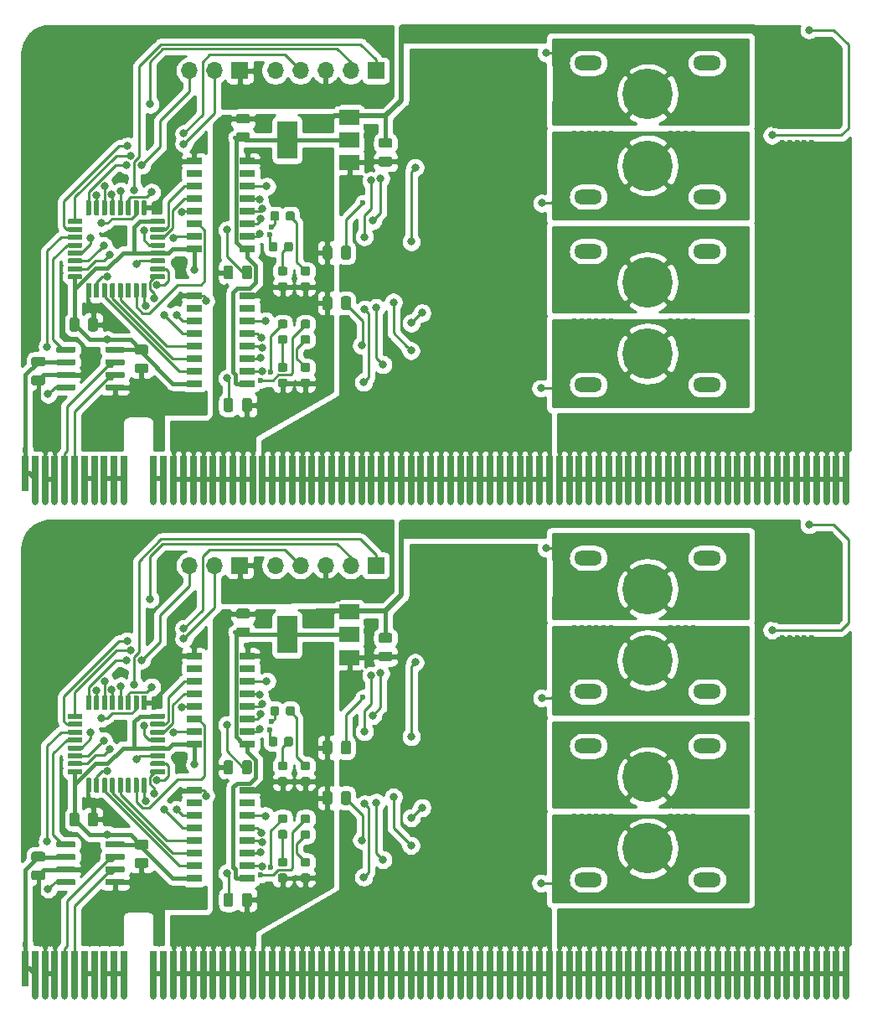
<source format=gbr>
G04 #@! TF.GenerationSoftware,KiCad,Pcbnew,(5.1.5)-3*
G04 #@! TF.CreationDate,2019-12-11T22:47:01+09:00*
G04 #@! TF.ProjectId,CAN_Dual_MDexpress,43414e5f-4475-4616-9c5f-4d4465787072,rev?*
G04 #@! TF.SameCoordinates,Original*
G04 #@! TF.FileFunction,Copper,L2,Bot*
G04 #@! TF.FilePolarity,Positive*
%FSLAX46Y46*%
G04 Gerber Fmt 4.6, Leading zero omitted, Abs format (unit mm)*
G04 Created by KiCad (PCBNEW (5.1.5)-3) date 2019-12-11 22:47:01*
%MOMM*%
%LPD*%
G04 APERTURE LIST*
%ADD10R,1.500000X0.650000*%
%ADD11C,0.100000*%
%ADD12R,1.700000X1.700000*%
%ADD13O,1.700000X1.700000*%
%ADD14R,0.650000X4.600000*%
%ADD15O,0.650000X0.650000*%
%ADD16R,0.650000X3.600000*%
%ADD17R,2.000000X1.500000*%
%ADD18R,2.000000X3.800000*%
%ADD19C,5.100000*%
%ADD20O,2.800000X1.500000*%
%ADD21C,0.600000*%
%ADD22C,0.800000*%
%ADD23C,0.250000*%
%ADD24C,0.400000*%
%ADD25C,0.500000*%
%ADD26C,0.254000*%
G04 APERTURE END LIST*
D10*
X143439000Y-71835000D03*
X143439000Y-70565000D03*
X143439000Y-69295000D03*
X143439000Y-68025000D03*
X143439000Y-66755000D03*
X143439000Y-65485000D03*
X143439000Y-64215000D03*
X143439000Y-62945000D03*
X138039000Y-62945000D03*
X138039000Y-64215000D03*
X138039000Y-65485000D03*
X138039000Y-66755000D03*
X138039000Y-68025000D03*
X138039000Y-69295000D03*
X138039000Y-70565000D03*
X138039000Y-71835000D03*
G04 #@! TA.AperFunction,SMDPad,CuDef*
D11*
G36*
X151792642Y-57901174D02*
G01*
X151816303Y-57904684D01*
X151839507Y-57910496D01*
X151862029Y-57918554D01*
X151883653Y-57928782D01*
X151904170Y-57941079D01*
X151923383Y-57955329D01*
X151941107Y-57971393D01*
X151957171Y-57989117D01*
X151971421Y-58008330D01*
X151983718Y-58028847D01*
X151993946Y-58050471D01*
X152002004Y-58072993D01*
X152007816Y-58096197D01*
X152011326Y-58119858D01*
X152012500Y-58143750D01*
X152012500Y-59056250D01*
X152011326Y-59080142D01*
X152007816Y-59103803D01*
X152002004Y-59127007D01*
X151993946Y-59149529D01*
X151983718Y-59171153D01*
X151971421Y-59191670D01*
X151957171Y-59210883D01*
X151941107Y-59228607D01*
X151923383Y-59244671D01*
X151904170Y-59258921D01*
X151883653Y-59271218D01*
X151862029Y-59281446D01*
X151839507Y-59289504D01*
X151816303Y-59295316D01*
X151792642Y-59298826D01*
X151768750Y-59300000D01*
X151281250Y-59300000D01*
X151257358Y-59298826D01*
X151233697Y-59295316D01*
X151210493Y-59289504D01*
X151187971Y-59281446D01*
X151166347Y-59271218D01*
X151145830Y-59258921D01*
X151126617Y-59244671D01*
X151108893Y-59228607D01*
X151092829Y-59210883D01*
X151078579Y-59191670D01*
X151066282Y-59171153D01*
X151056054Y-59149529D01*
X151047996Y-59127007D01*
X151042184Y-59103803D01*
X151038674Y-59080142D01*
X151037500Y-59056250D01*
X151037500Y-58143750D01*
X151038674Y-58119858D01*
X151042184Y-58096197D01*
X151047996Y-58072993D01*
X151056054Y-58050471D01*
X151066282Y-58028847D01*
X151078579Y-58008330D01*
X151092829Y-57989117D01*
X151108893Y-57971393D01*
X151126617Y-57955329D01*
X151145830Y-57941079D01*
X151166347Y-57928782D01*
X151187971Y-57918554D01*
X151210493Y-57910496D01*
X151233697Y-57904684D01*
X151257358Y-57901174D01*
X151281250Y-57900000D01*
X151768750Y-57900000D01*
X151792642Y-57901174D01*
G37*
G04 #@! TD.AperFunction*
G04 #@! TA.AperFunction,SMDPad,CuDef*
G36*
X153667642Y-57901174D02*
G01*
X153691303Y-57904684D01*
X153714507Y-57910496D01*
X153737029Y-57918554D01*
X153758653Y-57928782D01*
X153779170Y-57941079D01*
X153798383Y-57955329D01*
X153816107Y-57971393D01*
X153832171Y-57989117D01*
X153846421Y-58008330D01*
X153858718Y-58028847D01*
X153868946Y-58050471D01*
X153877004Y-58072993D01*
X153882816Y-58096197D01*
X153886326Y-58119858D01*
X153887500Y-58143750D01*
X153887500Y-59056250D01*
X153886326Y-59080142D01*
X153882816Y-59103803D01*
X153877004Y-59127007D01*
X153868946Y-59149529D01*
X153858718Y-59171153D01*
X153846421Y-59191670D01*
X153832171Y-59210883D01*
X153816107Y-59228607D01*
X153798383Y-59244671D01*
X153779170Y-59258921D01*
X153758653Y-59271218D01*
X153737029Y-59281446D01*
X153714507Y-59289504D01*
X153691303Y-59295316D01*
X153667642Y-59298826D01*
X153643750Y-59300000D01*
X153156250Y-59300000D01*
X153132358Y-59298826D01*
X153108697Y-59295316D01*
X153085493Y-59289504D01*
X153062971Y-59281446D01*
X153041347Y-59271218D01*
X153020830Y-59258921D01*
X153001617Y-59244671D01*
X152983893Y-59228607D01*
X152967829Y-59210883D01*
X152953579Y-59191670D01*
X152941282Y-59171153D01*
X152931054Y-59149529D01*
X152922996Y-59127007D01*
X152917184Y-59103803D01*
X152913674Y-59080142D01*
X152912500Y-59056250D01*
X152912500Y-58143750D01*
X152913674Y-58119858D01*
X152917184Y-58096197D01*
X152922996Y-58072993D01*
X152931054Y-58050471D01*
X152941282Y-58028847D01*
X152953579Y-58008330D01*
X152967829Y-57989117D01*
X152983893Y-57971393D01*
X153001617Y-57955329D01*
X153020830Y-57941079D01*
X153041347Y-57928782D01*
X153062971Y-57918554D01*
X153085493Y-57910496D01*
X153108697Y-57904684D01*
X153132358Y-57901174D01*
X153156250Y-57900000D01*
X153643750Y-57900000D01*
X153667642Y-57901174D01*
G37*
G04 #@! TD.AperFunction*
G04 #@! TA.AperFunction,SMDPad,CuDef*
G36*
X133218142Y-69788674D02*
G01*
X133241803Y-69792184D01*
X133265007Y-69797996D01*
X133287529Y-69806054D01*
X133309153Y-69816282D01*
X133329670Y-69828579D01*
X133348883Y-69842829D01*
X133366607Y-69858893D01*
X133382671Y-69876617D01*
X133396921Y-69895830D01*
X133409218Y-69916347D01*
X133419446Y-69937971D01*
X133427504Y-69960493D01*
X133433316Y-69983697D01*
X133436826Y-70007358D01*
X133438000Y-70031250D01*
X133438000Y-70518750D01*
X133436826Y-70542642D01*
X133433316Y-70566303D01*
X133427504Y-70589507D01*
X133419446Y-70612029D01*
X133409218Y-70633653D01*
X133396921Y-70654170D01*
X133382671Y-70673383D01*
X133366607Y-70691107D01*
X133348883Y-70707171D01*
X133329670Y-70721421D01*
X133309153Y-70733718D01*
X133287529Y-70743946D01*
X133265007Y-70752004D01*
X133241803Y-70757816D01*
X133218142Y-70761326D01*
X133194250Y-70762500D01*
X132281750Y-70762500D01*
X132257858Y-70761326D01*
X132234197Y-70757816D01*
X132210993Y-70752004D01*
X132188471Y-70743946D01*
X132166847Y-70733718D01*
X132146330Y-70721421D01*
X132127117Y-70707171D01*
X132109393Y-70691107D01*
X132093329Y-70673383D01*
X132079079Y-70654170D01*
X132066782Y-70633653D01*
X132056554Y-70612029D01*
X132048496Y-70589507D01*
X132042684Y-70566303D01*
X132039174Y-70542642D01*
X132038000Y-70518750D01*
X132038000Y-70031250D01*
X132039174Y-70007358D01*
X132042684Y-69983697D01*
X132048496Y-69960493D01*
X132056554Y-69937971D01*
X132066782Y-69916347D01*
X132079079Y-69895830D01*
X132093329Y-69876617D01*
X132109393Y-69858893D01*
X132127117Y-69842829D01*
X132146330Y-69828579D01*
X132166847Y-69816282D01*
X132188471Y-69806054D01*
X132210993Y-69797996D01*
X132234197Y-69792184D01*
X132257858Y-69788674D01*
X132281750Y-69787500D01*
X133194250Y-69787500D01*
X133218142Y-69788674D01*
G37*
G04 #@! TD.AperFunction*
G04 #@! TA.AperFunction,SMDPad,CuDef*
G36*
X133218142Y-67913674D02*
G01*
X133241803Y-67917184D01*
X133265007Y-67922996D01*
X133287529Y-67931054D01*
X133309153Y-67941282D01*
X133329670Y-67953579D01*
X133348883Y-67967829D01*
X133366607Y-67983893D01*
X133382671Y-68001617D01*
X133396921Y-68020830D01*
X133409218Y-68041347D01*
X133419446Y-68062971D01*
X133427504Y-68085493D01*
X133433316Y-68108697D01*
X133436826Y-68132358D01*
X133438000Y-68156250D01*
X133438000Y-68643750D01*
X133436826Y-68667642D01*
X133433316Y-68691303D01*
X133427504Y-68714507D01*
X133419446Y-68737029D01*
X133409218Y-68758653D01*
X133396921Y-68779170D01*
X133382671Y-68798383D01*
X133366607Y-68816107D01*
X133348883Y-68832171D01*
X133329670Y-68846421D01*
X133309153Y-68858718D01*
X133287529Y-68868946D01*
X133265007Y-68877004D01*
X133241803Y-68882816D01*
X133218142Y-68886326D01*
X133194250Y-68887500D01*
X132281750Y-68887500D01*
X132257858Y-68886326D01*
X132234197Y-68882816D01*
X132210993Y-68877004D01*
X132188471Y-68868946D01*
X132166847Y-68858718D01*
X132146330Y-68846421D01*
X132127117Y-68832171D01*
X132109393Y-68816107D01*
X132093329Y-68798383D01*
X132079079Y-68779170D01*
X132066782Y-68758653D01*
X132056554Y-68737029D01*
X132048496Y-68714507D01*
X132042684Y-68691303D01*
X132039174Y-68667642D01*
X132038000Y-68643750D01*
X132038000Y-68156250D01*
X132039174Y-68132358D01*
X132042684Y-68108697D01*
X132048496Y-68085493D01*
X132056554Y-68062971D01*
X132066782Y-68041347D01*
X132079079Y-68020830D01*
X132093329Y-68001617D01*
X132109393Y-67983893D01*
X132127117Y-67967829D01*
X132146330Y-67953579D01*
X132166847Y-67941282D01*
X132188471Y-67931054D01*
X132210993Y-67922996D01*
X132234197Y-67917184D01*
X132257858Y-67913674D01*
X132281750Y-67912500D01*
X133194250Y-67912500D01*
X133218142Y-67913674D01*
G37*
G04 #@! TD.AperFunction*
G04 #@! TA.AperFunction,SMDPad,CuDef*
G36*
X126226142Y-65167174D02*
G01*
X126249803Y-65170684D01*
X126273007Y-65176496D01*
X126295529Y-65184554D01*
X126317153Y-65194782D01*
X126337670Y-65207079D01*
X126356883Y-65221329D01*
X126374607Y-65237393D01*
X126390671Y-65255117D01*
X126404921Y-65274330D01*
X126417218Y-65294847D01*
X126427446Y-65316471D01*
X126435504Y-65338993D01*
X126441316Y-65362197D01*
X126444826Y-65385858D01*
X126446000Y-65409750D01*
X126446000Y-66322250D01*
X126444826Y-66346142D01*
X126441316Y-66369803D01*
X126435504Y-66393007D01*
X126427446Y-66415529D01*
X126417218Y-66437153D01*
X126404921Y-66457670D01*
X126390671Y-66476883D01*
X126374607Y-66494607D01*
X126356883Y-66510671D01*
X126337670Y-66524921D01*
X126317153Y-66537218D01*
X126295529Y-66547446D01*
X126273007Y-66555504D01*
X126249803Y-66561316D01*
X126226142Y-66564826D01*
X126202250Y-66566000D01*
X125714750Y-66566000D01*
X125690858Y-66564826D01*
X125667197Y-66561316D01*
X125643993Y-66555504D01*
X125621471Y-66547446D01*
X125599847Y-66537218D01*
X125579330Y-66524921D01*
X125560117Y-66510671D01*
X125542393Y-66494607D01*
X125526329Y-66476883D01*
X125512079Y-66457670D01*
X125499782Y-66437153D01*
X125489554Y-66415529D01*
X125481496Y-66393007D01*
X125475684Y-66369803D01*
X125472174Y-66346142D01*
X125471000Y-66322250D01*
X125471000Y-65409750D01*
X125472174Y-65385858D01*
X125475684Y-65362197D01*
X125481496Y-65338993D01*
X125489554Y-65316471D01*
X125499782Y-65294847D01*
X125512079Y-65274330D01*
X125526329Y-65255117D01*
X125542393Y-65237393D01*
X125560117Y-65221329D01*
X125579330Y-65207079D01*
X125599847Y-65194782D01*
X125621471Y-65184554D01*
X125643993Y-65176496D01*
X125667197Y-65170684D01*
X125690858Y-65167174D01*
X125714750Y-65166000D01*
X126202250Y-65166000D01*
X126226142Y-65167174D01*
G37*
G04 #@! TD.AperFunction*
G04 #@! TA.AperFunction,SMDPad,CuDef*
G36*
X128101142Y-65167174D02*
G01*
X128124803Y-65170684D01*
X128148007Y-65176496D01*
X128170529Y-65184554D01*
X128192153Y-65194782D01*
X128212670Y-65207079D01*
X128231883Y-65221329D01*
X128249607Y-65237393D01*
X128265671Y-65255117D01*
X128279921Y-65274330D01*
X128292218Y-65294847D01*
X128302446Y-65316471D01*
X128310504Y-65338993D01*
X128316316Y-65362197D01*
X128319826Y-65385858D01*
X128321000Y-65409750D01*
X128321000Y-66322250D01*
X128319826Y-66346142D01*
X128316316Y-66369803D01*
X128310504Y-66393007D01*
X128302446Y-66415529D01*
X128292218Y-66437153D01*
X128279921Y-66457670D01*
X128265671Y-66476883D01*
X128249607Y-66494607D01*
X128231883Y-66510671D01*
X128212670Y-66524921D01*
X128192153Y-66537218D01*
X128170529Y-66547446D01*
X128148007Y-66555504D01*
X128124803Y-66561316D01*
X128101142Y-66564826D01*
X128077250Y-66566000D01*
X127589750Y-66566000D01*
X127565858Y-66564826D01*
X127542197Y-66561316D01*
X127518993Y-66555504D01*
X127496471Y-66547446D01*
X127474847Y-66537218D01*
X127454330Y-66524921D01*
X127435117Y-66510671D01*
X127417393Y-66494607D01*
X127401329Y-66476883D01*
X127387079Y-66457670D01*
X127374782Y-66437153D01*
X127364554Y-66415529D01*
X127356496Y-66393007D01*
X127350684Y-66369803D01*
X127347174Y-66346142D01*
X127346000Y-66322250D01*
X127346000Y-65409750D01*
X127347174Y-65385858D01*
X127350684Y-65362197D01*
X127356496Y-65338993D01*
X127364554Y-65316471D01*
X127374782Y-65294847D01*
X127387079Y-65274330D01*
X127401329Y-65255117D01*
X127417393Y-65237393D01*
X127435117Y-65221329D01*
X127454330Y-65207079D01*
X127474847Y-65194782D01*
X127496471Y-65184554D01*
X127518993Y-65176496D01*
X127542197Y-65170684D01*
X127565858Y-65167174D01*
X127589750Y-65166000D01*
X128077250Y-65166000D01*
X128101142Y-65167174D01*
G37*
G04 #@! TD.AperFunction*
G04 #@! TA.AperFunction,SMDPad,CuDef*
G36*
X151792642Y-63001174D02*
G01*
X151816303Y-63004684D01*
X151839507Y-63010496D01*
X151862029Y-63018554D01*
X151883653Y-63028782D01*
X151904170Y-63041079D01*
X151923383Y-63055329D01*
X151941107Y-63071393D01*
X151957171Y-63089117D01*
X151971421Y-63108330D01*
X151983718Y-63128847D01*
X151993946Y-63150471D01*
X152002004Y-63172993D01*
X152007816Y-63196197D01*
X152011326Y-63219858D01*
X152012500Y-63243750D01*
X152012500Y-64156250D01*
X152011326Y-64180142D01*
X152007816Y-64203803D01*
X152002004Y-64227007D01*
X151993946Y-64249529D01*
X151983718Y-64271153D01*
X151971421Y-64291670D01*
X151957171Y-64310883D01*
X151941107Y-64328607D01*
X151923383Y-64344671D01*
X151904170Y-64358921D01*
X151883653Y-64371218D01*
X151862029Y-64381446D01*
X151839507Y-64389504D01*
X151816303Y-64395316D01*
X151792642Y-64398826D01*
X151768750Y-64400000D01*
X151281250Y-64400000D01*
X151257358Y-64398826D01*
X151233697Y-64395316D01*
X151210493Y-64389504D01*
X151187971Y-64381446D01*
X151166347Y-64371218D01*
X151145830Y-64358921D01*
X151126617Y-64344671D01*
X151108893Y-64328607D01*
X151092829Y-64310883D01*
X151078579Y-64291670D01*
X151066282Y-64271153D01*
X151056054Y-64249529D01*
X151047996Y-64227007D01*
X151042184Y-64203803D01*
X151038674Y-64180142D01*
X151037500Y-64156250D01*
X151037500Y-63243750D01*
X151038674Y-63219858D01*
X151042184Y-63196197D01*
X151047996Y-63172993D01*
X151056054Y-63150471D01*
X151066282Y-63128847D01*
X151078579Y-63108330D01*
X151092829Y-63089117D01*
X151108893Y-63071393D01*
X151126617Y-63055329D01*
X151145830Y-63041079D01*
X151166347Y-63028782D01*
X151187971Y-63018554D01*
X151210493Y-63010496D01*
X151233697Y-63004684D01*
X151257358Y-63001174D01*
X151281250Y-63000000D01*
X151768750Y-63000000D01*
X151792642Y-63001174D01*
G37*
G04 #@! TD.AperFunction*
G04 #@! TA.AperFunction,SMDPad,CuDef*
G36*
X153667642Y-63001174D02*
G01*
X153691303Y-63004684D01*
X153714507Y-63010496D01*
X153737029Y-63018554D01*
X153758653Y-63028782D01*
X153779170Y-63041079D01*
X153798383Y-63055329D01*
X153816107Y-63071393D01*
X153832171Y-63089117D01*
X153846421Y-63108330D01*
X153858718Y-63128847D01*
X153868946Y-63150471D01*
X153877004Y-63172993D01*
X153882816Y-63196197D01*
X153886326Y-63219858D01*
X153887500Y-63243750D01*
X153887500Y-64156250D01*
X153886326Y-64180142D01*
X153882816Y-64203803D01*
X153877004Y-64227007D01*
X153868946Y-64249529D01*
X153858718Y-64271153D01*
X153846421Y-64291670D01*
X153832171Y-64310883D01*
X153816107Y-64328607D01*
X153798383Y-64344671D01*
X153779170Y-64358921D01*
X153758653Y-64371218D01*
X153737029Y-64381446D01*
X153714507Y-64389504D01*
X153691303Y-64395316D01*
X153667642Y-64398826D01*
X153643750Y-64400000D01*
X153156250Y-64400000D01*
X153132358Y-64398826D01*
X153108697Y-64395316D01*
X153085493Y-64389504D01*
X153062971Y-64381446D01*
X153041347Y-64371218D01*
X153020830Y-64358921D01*
X153001617Y-64344671D01*
X152983893Y-64328607D01*
X152967829Y-64310883D01*
X152953579Y-64291670D01*
X152941282Y-64271153D01*
X152931054Y-64249529D01*
X152922996Y-64227007D01*
X152917184Y-64203803D01*
X152913674Y-64180142D01*
X152912500Y-64156250D01*
X152912500Y-63243750D01*
X152913674Y-63219858D01*
X152917184Y-63196197D01*
X152922996Y-63172993D01*
X152931054Y-63150471D01*
X152941282Y-63128847D01*
X152953579Y-63108330D01*
X152967829Y-63089117D01*
X152983893Y-63071393D01*
X153001617Y-63055329D01*
X153020830Y-63041079D01*
X153041347Y-63028782D01*
X153062971Y-63018554D01*
X153085493Y-63010496D01*
X153108697Y-63004684D01*
X153132358Y-63001174D01*
X153156250Y-63000000D01*
X153643750Y-63000000D01*
X153667642Y-63001174D01*
G37*
G04 #@! TD.AperFunction*
G04 #@! TA.AperFunction,SMDPad,CuDef*
G36*
X143667642Y-73295174D02*
G01*
X143691303Y-73298684D01*
X143714507Y-73304496D01*
X143737029Y-73312554D01*
X143758653Y-73322782D01*
X143779170Y-73335079D01*
X143798383Y-73349329D01*
X143816107Y-73365393D01*
X143832171Y-73383117D01*
X143846421Y-73402330D01*
X143858718Y-73422847D01*
X143868946Y-73444471D01*
X143877004Y-73466993D01*
X143882816Y-73490197D01*
X143886326Y-73513858D01*
X143887500Y-73537750D01*
X143887500Y-74450250D01*
X143886326Y-74474142D01*
X143882816Y-74497803D01*
X143877004Y-74521007D01*
X143868946Y-74543529D01*
X143858718Y-74565153D01*
X143846421Y-74585670D01*
X143832171Y-74604883D01*
X143816107Y-74622607D01*
X143798383Y-74638671D01*
X143779170Y-74652921D01*
X143758653Y-74665218D01*
X143737029Y-74675446D01*
X143714507Y-74683504D01*
X143691303Y-74689316D01*
X143667642Y-74692826D01*
X143643750Y-74694000D01*
X143156250Y-74694000D01*
X143132358Y-74692826D01*
X143108697Y-74689316D01*
X143085493Y-74683504D01*
X143062971Y-74675446D01*
X143041347Y-74665218D01*
X143020830Y-74652921D01*
X143001617Y-74638671D01*
X142983893Y-74622607D01*
X142967829Y-74604883D01*
X142953579Y-74585670D01*
X142941282Y-74565153D01*
X142931054Y-74543529D01*
X142922996Y-74521007D01*
X142917184Y-74497803D01*
X142913674Y-74474142D01*
X142912500Y-74450250D01*
X142912500Y-73537750D01*
X142913674Y-73513858D01*
X142917184Y-73490197D01*
X142922996Y-73466993D01*
X142931054Y-73444471D01*
X142941282Y-73422847D01*
X142953579Y-73402330D01*
X142967829Y-73383117D01*
X142983893Y-73365393D01*
X143001617Y-73349329D01*
X143020830Y-73335079D01*
X143041347Y-73322782D01*
X143062971Y-73312554D01*
X143085493Y-73304496D01*
X143108697Y-73298684D01*
X143132358Y-73295174D01*
X143156250Y-73294000D01*
X143643750Y-73294000D01*
X143667642Y-73295174D01*
G37*
G04 #@! TD.AperFunction*
G04 #@! TA.AperFunction,SMDPad,CuDef*
G36*
X141792642Y-73295174D02*
G01*
X141816303Y-73298684D01*
X141839507Y-73304496D01*
X141862029Y-73312554D01*
X141883653Y-73322782D01*
X141904170Y-73335079D01*
X141923383Y-73349329D01*
X141941107Y-73365393D01*
X141957171Y-73383117D01*
X141971421Y-73402330D01*
X141983718Y-73422847D01*
X141993946Y-73444471D01*
X142002004Y-73466993D01*
X142007816Y-73490197D01*
X142011326Y-73513858D01*
X142012500Y-73537750D01*
X142012500Y-74450250D01*
X142011326Y-74474142D01*
X142007816Y-74497803D01*
X142002004Y-74521007D01*
X141993946Y-74543529D01*
X141983718Y-74565153D01*
X141971421Y-74585670D01*
X141957171Y-74604883D01*
X141941107Y-74622607D01*
X141923383Y-74638671D01*
X141904170Y-74652921D01*
X141883653Y-74665218D01*
X141862029Y-74675446D01*
X141839507Y-74683504D01*
X141816303Y-74689316D01*
X141792642Y-74692826D01*
X141768750Y-74694000D01*
X141281250Y-74694000D01*
X141257358Y-74692826D01*
X141233697Y-74689316D01*
X141210493Y-74683504D01*
X141187971Y-74675446D01*
X141166347Y-74665218D01*
X141145830Y-74652921D01*
X141126617Y-74638671D01*
X141108893Y-74622607D01*
X141092829Y-74604883D01*
X141078579Y-74585670D01*
X141066282Y-74565153D01*
X141056054Y-74543529D01*
X141047996Y-74521007D01*
X141042184Y-74497803D01*
X141038674Y-74474142D01*
X141037500Y-74450250D01*
X141037500Y-73537750D01*
X141038674Y-73513858D01*
X141042184Y-73490197D01*
X141047996Y-73466993D01*
X141056054Y-73444471D01*
X141066282Y-73422847D01*
X141078579Y-73402330D01*
X141092829Y-73383117D01*
X141108893Y-73365393D01*
X141126617Y-73349329D01*
X141145830Y-73335079D01*
X141166347Y-73322782D01*
X141187971Y-73312554D01*
X141210493Y-73304496D01*
X141233697Y-73298684D01*
X141257358Y-73295174D01*
X141281250Y-73294000D01*
X141768750Y-73294000D01*
X141792642Y-73295174D01*
G37*
G04 #@! TD.AperFunction*
G04 #@! TA.AperFunction,SMDPad,CuDef*
G36*
X141792642Y-59901174D02*
G01*
X141816303Y-59904684D01*
X141839507Y-59910496D01*
X141862029Y-59918554D01*
X141883653Y-59928782D01*
X141904170Y-59941079D01*
X141923383Y-59955329D01*
X141941107Y-59971393D01*
X141957171Y-59989117D01*
X141971421Y-60008330D01*
X141983718Y-60028847D01*
X141993946Y-60050471D01*
X142002004Y-60072993D01*
X142007816Y-60096197D01*
X142011326Y-60119858D01*
X142012500Y-60143750D01*
X142012500Y-61056250D01*
X142011326Y-61080142D01*
X142007816Y-61103803D01*
X142002004Y-61127007D01*
X141993946Y-61149529D01*
X141983718Y-61171153D01*
X141971421Y-61191670D01*
X141957171Y-61210883D01*
X141941107Y-61228607D01*
X141923383Y-61244671D01*
X141904170Y-61258921D01*
X141883653Y-61271218D01*
X141862029Y-61281446D01*
X141839507Y-61289504D01*
X141816303Y-61295316D01*
X141792642Y-61298826D01*
X141768750Y-61300000D01*
X141281250Y-61300000D01*
X141257358Y-61298826D01*
X141233697Y-61295316D01*
X141210493Y-61289504D01*
X141187971Y-61281446D01*
X141166347Y-61271218D01*
X141145830Y-61258921D01*
X141126617Y-61244671D01*
X141108893Y-61228607D01*
X141092829Y-61210883D01*
X141078579Y-61191670D01*
X141066282Y-61171153D01*
X141056054Y-61149529D01*
X141047996Y-61127007D01*
X141042184Y-61103803D01*
X141038674Y-61080142D01*
X141037500Y-61056250D01*
X141037500Y-60143750D01*
X141038674Y-60119858D01*
X141042184Y-60096197D01*
X141047996Y-60072993D01*
X141056054Y-60050471D01*
X141066282Y-60028847D01*
X141078579Y-60008330D01*
X141092829Y-59989117D01*
X141108893Y-59971393D01*
X141126617Y-59955329D01*
X141145830Y-59941079D01*
X141166347Y-59928782D01*
X141187971Y-59918554D01*
X141210493Y-59910496D01*
X141233697Y-59904684D01*
X141257358Y-59901174D01*
X141281250Y-59900000D01*
X141768750Y-59900000D01*
X141792642Y-59901174D01*
G37*
G04 #@! TD.AperFunction*
G04 #@! TA.AperFunction,SMDPad,CuDef*
G36*
X143667642Y-59901174D02*
G01*
X143691303Y-59904684D01*
X143714507Y-59910496D01*
X143737029Y-59918554D01*
X143758653Y-59928782D01*
X143779170Y-59941079D01*
X143798383Y-59955329D01*
X143816107Y-59971393D01*
X143832171Y-59989117D01*
X143846421Y-60008330D01*
X143858718Y-60028847D01*
X143868946Y-60050471D01*
X143877004Y-60072993D01*
X143882816Y-60096197D01*
X143886326Y-60119858D01*
X143887500Y-60143750D01*
X143887500Y-61056250D01*
X143886326Y-61080142D01*
X143882816Y-61103803D01*
X143877004Y-61127007D01*
X143868946Y-61149529D01*
X143858718Y-61171153D01*
X143846421Y-61191670D01*
X143832171Y-61210883D01*
X143816107Y-61228607D01*
X143798383Y-61244671D01*
X143779170Y-61258921D01*
X143758653Y-61271218D01*
X143737029Y-61281446D01*
X143714507Y-61289504D01*
X143691303Y-61295316D01*
X143667642Y-61298826D01*
X143643750Y-61300000D01*
X143156250Y-61300000D01*
X143132358Y-61298826D01*
X143108697Y-61295316D01*
X143085493Y-61289504D01*
X143062971Y-61281446D01*
X143041347Y-61271218D01*
X143020830Y-61258921D01*
X143001617Y-61244671D01*
X142983893Y-61228607D01*
X142967829Y-61210883D01*
X142953579Y-61191670D01*
X142941282Y-61171153D01*
X142931054Y-61149529D01*
X142922996Y-61127007D01*
X142917184Y-61103803D01*
X142913674Y-61080142D01*
X142912500Y-61056250D01*
X142912500Y-60143750D01*
X142913674Y-60119858D01*
X142917184Y-60096197D01*
X142922996Y-60072993D01*
X142931054Y-60050471D01*
X142941282Y-60028847D01*
X142953579Y-60008330D01*
X142967829Y-59989117D01*
X142983893Y-59971393D01*
X143001617Y-59955329D01*
X143020830Y-59941079D01*
X143041347Y-59928782D01*
X143062971Y-59918554D01*
X143085493Y-59910496D01*
X143108697Y-59904684D01*
X143132358Y-59901174D01*
X143156250Y-59900000D01*
X143643750Y-59900000D01*
X143667642Y-59901174D01*
G37*
G04 #@! TD.AperFunction*
G04 #@! TA.AperFunction,SMDPad,CuDef*
G36*
X147277691Y-65363553D02*
G01*
X147298926Y-65366703D01*
X147319750Y-65371919D01*
X147339962Y-65379151D01*
X147359368Y-65388330D01*
X147377781Y-65399366D01*
X147395024Y-65412154D01*
X147410930Y-65426570D01*
X147425346Y-65442476D01*
X147438134Y-65459719D01*
X147449170Y-65478132D01*
X147458349Y-65497538D01*
X147465581Y-65517750D01*
X147470797Y-65538574D01*
X147473947Y-65559809D01*
X147475000Y-65581250D01*
X147475000Y-66018750D01*
X147473947Y-66040191D01*
X147470797Y-66061426D01*
X147465581Y-66082250D01*
X147458349Y-66102462D01*
X147449170Y-66121868D01*
X147438134Y-66140281D01*
X147425346Y-66157524D01*
X147410930Y-66173430D01*
X147395024Y-66187846D01*
X147377781Y-66200634D01*
X147359368Y-66211670D01*
X147339962Y-66220849D01*
X147319750Y-66228081D01*
X147298926Y-66233297D01*
X147277691Y-66236447D01*
X147256250Y-66237500D01*
X146743750Y-66237500D01*
X146722309Y-66236447D01*
X146701074Y-66233297D01*
X146680250Y-66228081D01*
X146660038Y-66220849D01*
X146640632Y-66211670D01*
X146622219Y-66200634D01*
X146604976Y-66187846D01*
X146589070Y-66173430D01*
X146574654Y-66157524D01*
X146561866Y-66140281D01*
X146550830Y-66121868D01*
X146541651Y-66102462D01*
X146534419Y-66082250D01*
X146529203Y-66061426D01*
X146526053Y-66040191D01*
X146525000Y-66018750D01*
X146525000Y-65581250D01*
X146526053Y-65559809D01*
X146529203Y-65538574D01*
X146534419Y-65517750D01*
X146541651Y-65497538D01*
X146550830Y-65478132D01*
X146561866Y-65459719D01*
X146574654Y-65442476D01*
X146589070Y-65426570D01*
X146604976Y-65412154D01*
X146622219Y-65399366D01*
X146640632Y-65388330D01*
X146660038Y-65379151D01*
X146680250Y-65371919D01*
X146701074Y-65366703D01*
X146722309Y-65363553D01*
X146743750Y-65362500D01*
X147256250Y-65362500D01*
X147277691Y-65363553D01*
G37*
G04 #@! TD.AperFunction*
G04 #@! TA.AperFunction,SMDPad,CuDef*
G36*
X147277691Y-66938553D02*
G01*
X147298926Y-66941703D01*
X147319750Y-66946919D01*
X147339962Y-66954151D01*
X147359368Y-66963330D01*
X147377781Y-66974366D01*
X147395024Y-66987154D01*
X147410930Y-67001570D01*
X147425346Y-67017476D01*
X147438134Y-67034719D01*
X147449170Y-67053132D01*
X147458349Y-67072538D01*
X147465581Y-67092750D01*
X147470797Y-67113574D01*
X147473947Y-67134809D01*
X147475000Y-67156250D01*
X147475000Y-67593750D01*
X147473947Y-67615191D01*
X147470797Y-67636426D01*
X147465581Y-67657250D01*
X147458349Y-67677462D01*
X147449170Y-67696868D01*
X147438134Y-67715281D01*
X147425346Y-67732524D01*
X147410930Y-67748430D01*
X147395024Y-67762846D01*
X147377781Y-67775634D01*
X147359368Y-67786670D01*
X147339962Y-67795849D01*
X147319750Y-67803081D01*
X147298926Y-67808297D01*
X147277691Y-67811447D01*
X147256250Y-67812500D01*
X146743750Y-67812500D01*
X146722309Y-67811447D01*
X146701074Y-67808297D01*
X146680250Y-67803081D01*
X146660038Y-67795849D01*
X146640632Y-67786670D01*
X146622219Y-67775634D01*
X146604976Y-67762846D01*
X146589070Y-67748430D01*
X146574654Y-67732524D01*
X146561866Y-67715281D01*
X146550830Y-67696868D01*
X146541651Y-67677462D01*
X146534419Y-67657250D01*
X146529203Y-67636426D01*
X146526053Y-67615191D01*
X146525000Y-67593750D01*
X146525000Y-67156250D01*
X146526053Y-67134809D01*
X146529203Y-67113574D01*
X146534419Y-67092750D01*
X146541651Y-67072538D01*
X146550830Y-67053132D01*
X146561866Y-67034719D01*
X146574654Y-67017476D01*
X146589070Y-67001570D01*
X146604976Y-66987154D01*
X146622219Y-66974366D01*
X146640632Y-66963330D01*
X146660038Y-66954151D01*
X146680250Y-66946919D01*
X146701074Y-66941703D01*
X146722309Y-66938553D01*
X146743750Y-66937500D01*
X147256250Y-66937500D01*
X147277691Y-66938553D01*
G37*
G04 #@! TD.AperFunction*
G04 #@! TA.AperFunction,SMDPad,CuDef*
G36*
X147277691Y-71338553D02*
G01*
X147298926Y-71341703D01*
X147319750Y-71346919D01*
X147339962Y-71354151D01*
X147359368Y-71363330D01*
X147377781Y-71374366D01*
X147395024Y-71387154D01*
X147410930Y-71401570D01*
X147425346Y-71417476D01*
X147438134Y-71434719D01*
X147449170Y-71453132D01*
X147458349Y-71472538D01*
X147465581Y-71492750D01*
X147470797Y-71513574D01*
X147473947Y-71534809D01*
X147475000Y-71556250D01*
X147475000Y-71993750D01*
X147473947Y-72015191D01*
X147470797Y-72036426D01*
X147465581Y-72057250D01*
X147458349Y-72077462D01*
X147449170Y-72096868D01*
X147438134Y-72115281D01*
X147425346Y-72132524D01*
X147410930Y-72148430D01*
X147395024Y-72162846D01*
X147377781Y-72175634D01*
X147359368Y-72186670D01*
X147339962Y-72195849D01*
X147319750Y-72203081D01*
X147298926Y-72208297D01*
X147277691Y-72211447D01*
X147256250Y-72212500D01*
X146743750Y-72212500D01*
X146722309Y-72211447D01*
X146701074Y-72208297D01*
X146680250Y-72203081D01*
X146660038Y-72195849D01*
X146640632Y-72186670D01*
X146622219Y-72175634D01*
X146604976Y-72162846D01*
X146589070Y-72148430D01*
X146574654Y-72132524D01*
X146561866Y-72115281D01*
X146550830Y-72096868D01*
X146541651Y-72077462D01*
X146534419Y-72057250D01*
X146529203Y-72036426D01*
X146526053Y-72015191D01*
X146525000Y-71993750D01*
X146525000Y-71556250D01*
X146526053Y-71534809D01*
X146529203Y-71513574D01*
X146534419Y-71492750D01*
X146541651Y-71472538D01*
X146550830Y-71453132D01*
X146561866Y-71434719D01*
X146574654Y-71417476D01*
X146589070Y-71401570D01*
X146604976Y-71387154D01*
X146622219Y-71374366D01*
X146640632Y-71363330D01*
X146660038Y-71354151D01*
X146680250Y-71346919D01*
X146701074Y-71341703D01*
X146722309Y-71338553D01*
X146743750Y-71337500D01*
X147256250Y-71337500D01*
X147277691Y-71338553D01*
G37*
G04 #@! TD.AperFunction*
G04 #@! TA.AperFunction,SMDPad,CuDef*
G36*
X147277691Y-69763553D02*
G01*
X147298926Y-69766703D01*
X147319750Y-69771919D01*
X147339962Y-69779151D01*
X147359368Y-69788330D01*
X147377781Y-69799366D01*
X147395024Y-69812154D01*
X147410930Y-69826570D01*
X147425346Y-69842476D01*
X147438134Y-69859719D01*
X147449170Y-69878132D01*
X147458349Y-69897538D01*
X147465581Y-69917750D01*
X147470797Y-69938574D01*
X147473947Y-69959809D01*
X147475000Y-69981250D01*
X147475000Y-70418750D01*
X147473947Y-70440191D01*
X147470797Y-70461426D01*
X147465581Y-70482250D01*
X147458349Y-70502462D01*
X147449170Y-70521868D01*
X147438134Y-70540281D01*
X147425346Y-70557524D01*
X147410930Y-70573430D01*
X147395024Y-70587846D01*
X147377781Y-70600634D01*
X147359368Y-70611670D01*
X147339962Y-70620849D01*
X147319750Y-70628081D01*
X147298926Y-70633297D01*
X147277691Y-70636447D01*
X147256250Y-70637500D01*
X146743750Y-70637500D01*
X146722309Y-70636447D01*
X146701074Y-70633297D01*
X146680250Y-70628081D01*
X146660038Y-70620849D01*
X146640632Y-70611670D01*
X146622219Y-70600634D01*
X146604976Y-70587846D01*
X146589070Y-70573430D01*
X146574654Y-70557524D01*
X146561866Y-70540281D01*
X146550830Y-70521868D01*
X146541651Y-70502462D01*
X146534419Y-70482250D01*
X146529203Y-70461426D01*
X146526053Y-70440191D01*
X146525000Y-70418750D01*
X146525000Y-69981250D01*
X146526053Y-69959809D01*
X146529203Y-69938574D01*
X146534419Y-69917750D01*
X146541651Y-69897538D01*
X146550830Y-69878132D01*
X146561866Y-69859719D01*
X146574654Y-69842476D01*
X146589070Y-69826570D01*
X146604976Y-69812154D01*
X146622219Y-69799366D01*
X146640632Y-69788330D01*
X146660038Y-69779151D01*
X146680250Y-69771919D01*
X146701074Y-69766703D01*
X146722309Y-69763553D01*
X146743750Y-69762500D01*
X147256250Y-69762500D01*
X147277691Y-69763553D01*
G37*
G04 #@! TD.AperFunction*
G04 #@! TA.AperFunction,SMDPad,CuDef*
G36*
X149577691Y-61601053D02*
G01*
X149598926Y-61604203D01*
X149619750Y-61609419D01*
X149639962Y-61616651D01*
X149659368Y-61625830D01*
X149677781Y-61636866D01*
X149695024Y-61649654D01*
X149710930Y-61664070D01*
X149725346Y-61679976D01*
X149738134Y-61697219D01*
X149749170Y-61715632D01*
X149758349Y-61735038D01*
X149765581Y-61755250D01*
X149770797Y-61776074D01*
X149773947Y-61797309D01*
X149775000Y-61818750D01*
X149775000Y-62256250D01*
X149773947Y-62277691D01*
X149770797Y-62298926D01*
X149765581Y-62319750D01*
X149758349Y-62339962D01*
X149749170Y-62359368D01*
X149738134Y-62377781D01*
X149725346Y-62395024D01*
X149710930Y-62410930D01*
X149695024Y-62425346D01*
X149677781Y-62438134D01*
X149659368Y-62449170D01*
X149639962Y-62458349D01*
X149619750Y-62465581D01*
X149598926Y-62470797D01*
X149577691Y-62473947D01*
X149556250Y-62475000D01*
X149043750Y-62475000D01*
X149022309Y-62473947D01*
X149001074Y-62470797D01*
X148980250Y-62465581D01*
X148960038Y-62458349D01*
X148940632Y-62449170D01*
X148922219Y-62438134D01*
X148904976Y-62425346D01*
X148889070Y-62410930D01*
X148874654Y-62395024D01*
X148861866Y-62377781D01*
X148850830Y-62359368D01*
X148841651Y-62339962D01*
X148834419Y-62319750D01*
X148829203Y-62298926D01*
X148826053Y-62277691D01*
X148825000Y-62256250D01*
X148825000Y-61818750D01*
X148826053Y-61797309D01*
X148829203Y-61776074D01*
X148834419Y-61755250D01*
X148841651Y-61735038D01*
X148850830Y-61715632D01*
X148861866Y-61697219D01*
X148874654Y-61679976D01*
X148889070Y-61664070D01*
X148904976Y-61649654D01*
X148922219Y-61636866D01*
X148940632Y-61625830D01*
X148960038Y-61616651D01*
X148980250Y-61609419D01*
X149001074Y-61604203D01*
X149022309Y-61601053D01*
X149043750Y-61600000D01*
X149556250Y-61600000D01*
X149577691Y-61601053D01*
G37*
G04 #@! TD.AperFunction*
G04 #@! TA.AperFunction,SMDPad,CuDef*
G36*
X149577691Y-60026053D02*
G01*
X149598926Y-60029203D01*
X149619750Y-60034419D01*
X149639962Y-60041651D01*
X149659368Y-60050830D01*
X149677781Y-60061866D01*
X149695024Y-60074654D01*
X149710930Y-60089070D01*
X149725346Y-60104976D01*
X149738134Y-60122219D01*
X149749170Y-60140632D01*
X149758349Y-60160038D01*
X149765581Y-60180250D01*
X149770797Y-60201074D01*
X149773947Y-60222309D01*
X149775000Y-60243750D01*
X149775000Y-60681250D01*
X149773947Y-60702691D01*
X149770797Y-60723926D01*
X149765581Y-60744750D01*
X149758349Y-60764962D01*
X149749170Y-60784368D01*
X149738134Y-60802781D01*
X149725346Y-60820024D01*
X149710930Y-60835930D01*
X149695024Y-60850346D01*
X149677781Y-60863134D01*
X149659368Y-60874170D01*
X149639962Y-60883349D01*
X149619750Y-60890581D01*
X149598926Y-60895797D01*
X149577691Y-60898947D01*
X149556250Y-60900000D01*
X149043750Y-60900000D01*
X149022309Y-60898947D01*
X149001074Y-60895797D01*
X148980250Y-60890581D01*
X148960038Y-60883349D01*
X148940632Y-60874170D01*
X148922219Y-60863134D01*
X148904976Y-60850346D01*
X148889070Y-60835930D01*
X148874654Y-60820024D01*
X148861866Y-60802781D01*
X148850830Y-60784368D01*
X148841651Y-60764962D01*
X148834419Y-60744750D01*
X148829203Y-60723926D01*
X148826053Y-60702691D01*
X148825000Y-60681250D01*
X148825000Y-60243750D01*
X148826053Y-60222309D01*
X148829203Y-60201074D01*
X148834419Y-60180250D01*
X148841651Y-60160038D01*
X148850830Y-60140632D01*
X148861866Y-60122219D01*
X148874654Y-60104976D01*
X148889070Y-60089070D01*
X148904976Y-60074654D01*
X148922219Y-60061866D01*
X148940632Y-60050830D01*
X148960038Y-60041651D01*
X148980250Y-60034419D01*
X149001074Y-60029203D01*
X149022309Y-60026053D01*
X149043750Y-60025000D01*
X149556250Y-60025000D01*
X149577691Y-60026053D01*
G37*
G04 #@! TD.AperFunction*
G04 #@! TA.AperFunction,SMDPad,CuDef*
G36*
X147277691Y-61601053D02*
G01*
X147298926Y-61604203D01*
X147319750Y-61609419D01*
X147339962Y-61616651D01*
X147359368Y-61625830D01*
X147377781Y-61636866D01*
X147395024Y-61649654D01*
X147410930Y-61664070D01*
X147425346Y-61679976D01*
X147438134Y-61697219D01*
X147449170Y-61715632D01*
X147458349Y-61735038D01*
X147465581Y-61755250D01*
X147470797Y-61776074D01*
X147473947Y-61797309D01*
X147475000Y-61818750D01*
X147475000Y-62256250D01*
X147473947Y-62277691D01*
X147470797Y-62298926D01*
X147465581Y-62319750D01*
X147458349Y-62339962D01*
X147449170Y-62359368D01*
X147438134Y-62377781D01*
X147425346Y-62395024D01*
X147410930Y-62410930D01*
X147395024Y-62425346D01*
X147377781Y-62438134D01*
X147359368Y-62449170D01*
X147339962Y-62458349D01*
X147319750Y-62465581D01*
X147298926Y-62470797D01*
X147277691Y-62473947D01*
X147256250Y-62475000D01*
X146743750Y-62475000D01*
X146722309Y-62473947D01*
X146701074Y-62470797D01*
X146680250Y-62465581D01*
X146660038Y-62458349D01*
X146640632Y-62449170D01*
X146622219Y-62438134D01*
X146604976Y-62425346D01*
X146589070Y-62410930D01*
X146574654Y-62395024D01*
X146561866Y-62377781D01*
X146550830Y-62359368D01*
X146541651Y-62339962D01*
X146534419Y-62319750D01*
X146529203Y-62298926D01*
X146526053Y-62277691D01*
X146525000Y-62256250D01*
X146525000Y-61818750D01*
X146526053Y-61797309D01*
X146529203Y-61776074D01*
X146534419Y-61755250D01*
X146541651Y-61735038D01*
X146550830Y-61715632D01*
X146561866Y-61697219D01*
X146574654Y-61679976D01*
X146589070Y-61664070D01*
X146604976Y-61649654D01*
X146622219Y-61636866D01*
X146640632Y-61625830D01*
X146660038Y-61616651D01*
X146680250Y-61609419D01*
X146701074Y-61604203D01*
X146722309Y-61601053D01*
X146743750Y-61600000D01*
X147256250Y-61600000D01*
X147277691Y-61601053D01*
G37*
G04 #@! TD.AperFunction*
G04 #@! TA.AperFunction,SMDPad,CuDef*
G36*
X147277691Y-60026053D02*
G01*
X147298926Y-60029203D01*
X147319750Y-60034419D01*
X147339962Y-60041651D01*
X147359368Y-60050830D01*
X147377781Y-60061866D01*
X147395024Y-60074654D01*
X147410930Y-60089070D01*
X147425346Y-60104976D01*
X147438134Y-60122219D01*
X147449170Y-60140632D01*
X147458349Y-60160038D01*
X147465581Y-60180250D01*
X147470797Y-60201074D01*
X147473947Y-60222309D01*
X147475000Y-60243750D01*
X147475000Y-60681250D01*
X147473947Y-60702691D01*
X147470797Y-60723926D01*
X147465581Y-60744750D01*
X147458349Y-60764962D01*
X147449170Y-60784368D01*
X147438134Y-60802781D01*
X147425346Y-60820024D01*
X147410930Y-60835930D01*
X147395024Y-60850346D01*
X147377781Y-60863134D01*
X147359368Y-60874170D01*
X147339962Y-60883349D01*
X147319750Y-60890581D01*
X147298926Y-60895797D01*
X147277691Y-60898947D01*
X147256250Y-60900000D01*
X146743750Y-60900000D01*
X146722309Y-60898947D01*
X146701074Y-60895797D01*
X146680250Y-60890581D01*
X146660038Y-60883349D01*
X146640632Y-60874170D01*
X146622219Y-60863134D01*
X146604976Y-60850346D01*
X146589070Y-60835930D01*
X146574654Y-60820024D01*
X146561866Y-60802781D01*
X146550830Y-60784368D01*
X146541651Y-60764962D01*
X146534419Y-60744750D01*
X146529203Y-60723926D01*
X146526053Y-60702691D01*
X146525000Y-60681250D01*
X146525000Y-60243750D01*
X146526053Y-60222309D01*
X146529203Y-60201074D01*
X146534419Y-60180250D01*
X146541651Y-60160038D01*
X146550830Y-60140632D01*
X146561866Y-60122219D01*
X146574654Y-60104976D01*
X146589070Y-60089070D01*
X146604976Y-60074654D01*
X146622219Y-60061866D01*
X146640632Y-60050830D01*
X146660038Y-60041651D01*
X146680250Y-60034419D01*
X146701074Y-60029203D01*
X146722309Y-60026053D01*
X146743750Y-60025000D01*
X147256250Y-60025000D01*
X147277691Y-60026053D01*
G37*
G04 #@! TD.AperFunction*
G04 #@! TA.AperFunction,SMDPad,CuDef*
G36*
X149577691Y-71338553D02*
G01*
X149598926Y-71341703D01*
X149619750Y-71346919D01*
X149639962Y-71354151D01*
X149659368Y-71363330D01*
X149677781Y-71374366D01*
X149695024Y-71387154D01*
X149710930Y-71401570D01*
X149725346Y-71417476D01*
X149738134Y-71434719D01*
X149749170Y-71453132D01*
X149758349Y-71472538D01*
X149765581Y-71492750D01*
X149770797Y-71513574D01*
X149773947Y-71534809D01*
X149775000Y-71556250D01*
X149775000Y-71993750D01*
X149773947Y-72015191D01*
X149770797Y-72036426D01*
X149765581Y-72057250D01*
X149758349Y-72077462D01*
X149749170Y-72096868D01*
X149738134Y-72115281D01*
X149725346Y-72132524D01*
X149710930Y-72148430D01*
X149695024Y-72162846D01*
X149677781Y-72175634D01*
X149659368Y-72186670D01*
X149639962Y-72195849D01*
X149619750Y-72203081D01*
X149598926Y-72208297D01*
X149577691Y-72211447D01*
X149556250Y-72212500D01*
X149043750Y-72212500D01*
X149022309Y-72211447D01*
X149001074Y-72208297D01*
X148980250Y-72203081D01*
X148960038Y-72195849D01*
X148940632Y-72186670D01*
X148922219Y-72175634D01*
X148904976Y-72162846D01*
X148889070Y-72148430D01*
X148874654Y-72132524D01*
X148861866Y-72115281D01*
X148850830Y-72096868D01*
X148841651Y-72077462D01*
X148834419Y-72057250D01*
X148829203Y-72036426D01*
X148826053Y-72015191D01*
X148825000Y-71993750D01*
X148825000Y-71556250D01*
X148826053Y-71534809D01*
X148829203Y-71513574D01*
X148834419Y-71492750D01*
X148841651Y-71472538D01*
X148850830Y-71453132D01*
X148861866Y-71434719D01*
X148874654Y-71417476D01*
X148889070Y-71401570D01*
X148904976Y-71387154D01*
X148922219Y-71374366D01*
X148940632Y-71363330D01*
X148960038Y-71354151D01*
X148980250Y-71346919D01*
X149001074Y-71341703D01*
X149022309Y-71338553D01*
X149043750Y-71337500D01*
X149556250Y-71337500D01*
X149577691Y-71338553D01*
G37*
G04 #@! TD.AperFunction*
G04 #@! TA.AperFunction,SMDPad,CuDef*
G36*
X149577691Y-69763553D02*
G01*
X149598926Y-69766703D01*
X149619750Y-69771919D01*
X149639962Y-69779151D01*
X149659368Y-69788330D01*
X149677781Y-69799366D01*
X149695024Y-69812154D01*
X149710930Y-69826570D01*
X149725346Y-69842476D01*
X149738134Y-69859719D01*
X149749170Y-69878132D01*
X149758349Y-69897538D01*
X149765581Y-69917750D01*
X149770797Y-69938574D01*
X149773947Y-69959809D01*
X149775000Y-69981250D01*
X149775000Y-70418750D01*
X149773947Y-70440191D01*
X149770797Y-70461426D01*
X149765581Y-70482250D01*
X149758349Y-70502462D01*
X149749170Y-70521868D01*
X149738134Y-70540281D01*
X149725346Y-70557524D01*
X149710930Y-70573430D01*
X149695024Y-70587846D01*
X149677781Y-70600634D01*
X149659368Y-70611670D01*
X149639962Y-70620849D01*
X149619750Y-70628081D01*
X149598926Y-70633297D01*
X149577691Y-70636447D01*
X149556250Y-70637500D01*
X149043750Y-70637500D01*
X149022309Y-70636447D01*
X149001074Y-70633297D01*
X148980250Y-70628081D01*
X148960038Y-70620849D01*
X148940632Y-70611670D01*
X148922219Y-70600634D01*
X148904976Y-70587846D01*
X148889070Y-70573430D01*
X148874654Y-70557524D01*
X148861866Y-70540281D01*
X148850830Y-70521868D01*
X148841651Y-70502462D01*
X148834419Y-70482250D01*
X148829203Y-70461426D01*
X148826053Y-70440191D01*
X148825000Y-70418750D01*
X148825000Y-69981250D01*
X148826053Y-69959809D01*
X148829203Y-69938574D01*
X148834419Y-69917750D01*
X148841651Y-69897538D01*
X148850830Y-69878132D01*
X148861866Y-69859719D01*
X148874654Y-69842476D01*
X148889070Y-69826570D01*
X148904976Y-69812154D01*
X148922219Y-69799366D01*
X148940632Y-69788330D01*
X148960038Y-69779151D01*
X148980250Y-69771919D01*
X149001074Y-69766703D01*
X149022309Y-69763553D01*
X149043750Y-69762500D01*
X149556250Y-69762500D01*
X149577691Y-69763553D01*
G37*
G04 #@! TD.AperFunction*
G04 #@! TA.AperFunction,SMDPad,CuDef*
G36*
X146440191Y-54426053D02*
G01*
X146461426Y-54429203D01*
X146482250Y-54434419D01*
X146502462Y-54441651D01*
X146521868Y-54450830D01*
X146540281Y-54461866D01*
X146557524Y-54474654D01*
X146573430Y-54489070D01*
X146587846Y-54504976D01*
X146600634Y-54522219D01*
X146611670Y-54540632D01*
X146620849Y-54560038D01*
X146628081Y-54580250D01*
X146633297Y-54601074D01*
X146636447Y-54622309D01*
X146637500Y-54643750D01*
X146637500Y-55156250D01*
X146636447Y-55177691D01*
X146633297Y-55198926D01*
X146628081Y-55219750D01*
X146620849Y-55239962D01*
X146611670Y-55259368D01*
X146600634Y-55277781D01*
X146587846Y-55295024D01*
X146573430Y-55310930D01*
X146557524Y-55325346D01*
X146540281Y-55338134D01*
X146521868Y-55349170D01*
X146502462Y-55358349D01*
X146482250Y-55365581D01*
X146461426Y-55370797D01*
X146440191Y-55373947D01*
X146418750Y-55375000D01*
X145981250Y-55375000D01*
X145959809Y-55373947D01*
X145938574Y-55370797D01*
X145917750Y-55365581D01*
X145897538Y-55358349D01*
X145878132Y-55349170D01*
X145859719Y-55338134D01*
X145842476Y-55325346D01*
X145826570Y-55310930D01*
X145812154Y-55295024D01*
X145799366Y-55277781D01*
X145788330Y-55259368D01*
X145779151Y-55239962D01*
X145771919Y-55219750D01*
X145766703Y-55198926D01*
X145763553Y-55177691D01*
X145762500Y-55156250D01*
X145762500Y-54643750D01*
X145763553Y-54622309D01*
X145766703Y-54601074D01*
X145771919Y-54580250D01*
X145779151Y-54560038D01*
X145788330Y-54540632D01*
X145799366Y-54522219D01*
X145812154Y-54504976D01*
X145826570Y-54489070D01*
X145842476Y-54474654D01*
X145859719Y-54461866D01*
X145878132Y-54450830D01*
X145897538Y-54441651D01*
X145917750Y-54434419D01*
X145938574Y-54429203D01*
X145959809Y-54426053D01*
X145981250Y-54425000D01*
X146418750Y-54425000D01*
X146440191Y-54426053D01*
G37*
G04 #@! TD.AperFunction*
G04 #@! TA.AperFunction,SMDPad,CuDef*
G36*
X148015191Y-54426053D02*
G01*
X148036426Y-54429203D01*
X148057250Y-54434419D01*
X148077462Y-54441651D01*
X148096868Y-54450830D01*
X148115281Y-54461866D01*
X148132524Y-54474654D01*
X148148430Y-54489070D01*
X148162846Y-54504976D01*
X148175634Y-54522219D01*
X148186670Y-54540632D01*
X148195849Y-54560038D01*
X148203081Y-54580250D01*
X148208297Y-54601074D01*
X148211447Y-54622309D01*
X148212500Y-54643750D01*
X148212500Y-55156250D01*
X148211447Y-55177691D01*
X148208297Y-55198926D01*
X148203081Y-55219750D01*
X148195849Y-55239962D01*
X148186670Y-55259368D01*
X148175634Y-55277781D01*
X148162846Y-55295024D01*
X148148430Y-55310930D01*
X148132524Y-55325346D01*
X148115281Y-55338134D01*
X148096868Y-55349170D01*
X148077462Y-55358349D01*
X148057250Y-55365581D01*
X148036426Y-55370797D01*
X148015191Y-55373947D01*
X147993750Y-55375000D01*
X147556250Y-55375000D01*
X147534809Y-55373947D01*
X147513574Y-55370797D01*
X147492750Y-55365581D01*
X147472538Y-55358349D01*
X147453132Y-55349170D01*
X147434719Y-55338134D01*
X147417476Y-55325346D01*
X147401570Y-55310930D01*
X147387154Y-55295024D01*
X147374366Y-55277781D01*
X147363330Y-55259368D01*
X147354151Y-55239962D01*
X147346919Y-55219750D01*
X147341703Y-55198926D01*
X147338553Y-55177691D01*
X147337500Y-55156250D01*
X147337500Y-54643750D01*
X147338553Y-54622309D01*
X147341703Y-54601074D01*
X147346919Y-54580250D01*
X147354151Y-54560038D01*
X147363330Y-54540632D01*
X147374366Y-54522219D01*
X147387154Y-54504976D01*
X147401570Y-54489070D01*
X147417476Y-54474654D01*
X147434719Y-54461866D01*
X147453132Y-54450830D01*
X147472538Y-54441651D01*
X147492750Y-54434419D01*
X147513574Y-54429203D01*
X147534809Y-54426053D01*
X147556250Y-54425000D01*
X147993750Y-54425000D01*
X148015191Y-54426053D01*
G37*
G04 #@! TD.AperFunction*
G04 #@! TA.AperFunction,SMDPad,CuDef*
G36*
X149577691Y-65376053D02*
G01*
X149598926Y-65379203D01*
X149619750Y-65384419D01*
X149639962Y-65391651D01*
X149659368Y-65400830D01*
X149677781Y-65411866D01*
X149695024Y-65424654D01*
X149710930Y-65439070D01*
X149725346Y-65454976D01*
X149738134Y-65472219D01*
X149749170Y-65490632D01*
X149758349Y-65510038D01*
X149765581Y-65530250D01*
X149770797Y-65551074D01*
X149773947Y-65572309D01*
X149775000Y-65593750D01*
X149775000Y-66031250D01*
X149773947Y-66052691D01*
X149770797Y-66073926D01*
X149765581Y-66094750D01*
X149758349Y-66114962D01*
X149749170Y-66134368D01*
X149738134Y-66152781D01*
X149725346Y-66170024D01*
X149710930Y-66185930D01*
X149695024Y-66200346D01*
X149677781Y-66213134D01*
X149659368Y-66224170D01*
X149639962Y-66233349D01*
X149619750Y-66240581D01*
X149598926Y-66245797D01*
X149577691Y-66248947D01*
X149556250Y-66250000D01*
X149043750Y-66250000D01*
X149022309Y-66248947D01*
X149001074Y-66245797D01*
X148980250Y-66240581D01*
X148960038Y-66233349D01*
X148940632Y-66224170D01*
X148922219Y-66213134D01*
X148904976Y-66200346D01*
X148889070Y-66185930D01*
X148874654Y-66170024D01*
X148861866Y-66152781D01*
X148850830Y-66134368D01*
X148841651Y-66114962D01*
X148834419Y-66094750D01*
X148829203Y-66073926D01*
X148826053Y-66052691D01*
X148825000Y-66031250D01*
X148825000Y-65593750D01*
X148826053Y-65572309D01*
X148829203Y-65551074D01*
X148834419Y-65530250D01*
X148841651Y-65510038D01*
X148850830Y-65490632D01*
X148861866Y-65472219D01*
X148874654Y-65454976D01*
X148889070Y-65439070D01*
X148904976Y-65424654D01*
X148922219Y-65411866D01*
X148940632Y-65400830D01*
X148960038Y-65391651D01*
X148980250Y-65384419D01*
X149001074Y-65379203D01*
X149022309Y-65376053D01*
X149043750Y-65375000D01*
X149556250Y-65375000D01*
X149577691Y-65376053D01*
G37*
G04 #@! TD.AperFunction*
G04 #@! TA.AperFunction,SMDPad,CuDef*
G36*
X149577691Y-66951053D02*
G01*
X149598926Y-66954203D01*
X149619750Y-66959419D01*
X149639962Y-66966651D01*
X149659368Y-66975830D01*
X149677781Y-66986866D01*
X149695024Y-66999654D01*
X149710930Y-67014070D01*
X149725346Y-67029976D01*
X149738134Y-67047219D01*
X149749170Y-67065632D01*
X149758349Y-67085038D01*
X149765581Y-67105250D01*
X149770797Y-67126074D01*
X149773947Y-67147309D01*
X149775000Y-67168750D01*
X149775000Y-67606250D01*
X149773947Y-67627691D01*
X149770797Y-67648926D01*
X149765581Y-67669750D01*
X149758349Y-67689962D01*
X149749170Y-67709368D01*
X149738134Y-67727781D01*
X149725346Y-67745024D01*
X149710930Y-67760930D01*
X149695024Y-67775346D01*
X149677781Y-67788134D01*
X149659368Y-67799170D01*
X149639962Y-67808349D01*
X149619750Y-67815581D01*
X149598926Y-67820797D01*
X149577691Y-67823947D01*
X149556250Y-67825000D01*
X149043750Y-67825000D01*
X149022309Y-67823947D01*
X149001074Y-67820797D01*
X148980250Y-67815581D01*
X148960038Y-67808349D01*
X148940632Y-67799170D01*
X148922219Y-67788134D01*
X148904976Y-67775346D01*
X148889070Y-67760930D01*
X148874654Y-67745024D01*
X148861866Y-67727781D01*
X148850830Y-67709368D01*
X148841651Y-67689962D01*
X148834419Y-67669750D01*
X148829203Y-67648926D01*
X148826053Y-67627691D01*
X148825000Y-67606250D01*
X148825000Y-67168750D01*
X148826053Y-67147309D01*
X148829203Y-67126074D01*
X148834419Y-67105250D01*
X148841651Y-67085038D01*
X148850830Y-67065632D01*
X148861866Y-67047219D01*
X148874654Y-67029976D01*
X148889070Y-67014070D01*
X148904976Y-66999654D01*
X148922219Y-66986866D01*
X148940632Y-66975830D01*
X148960038Y-66966651D01*
X148980250Y-66959419D01*
X149001074Y-66954203D01*
X149022309Y-66951053D01*
X149043750Y-66950000D01*
X149556250Y-66950000D01*
X149577691Y-66951053D01*
G37*
G04 #@! TD.AperFunction*
G04 #@! TA.AperFunction,SMDPad,CuDef*
G36*
X146265191Y-57526053D02*
G01*
X146286426Y-57529203D01*
X146307250Y-57534419D01*
X146327462Y-57541651D01*
X146346868Y-57550830D01*
X146365281Y-57561866D01*
X146382524Y-57574654D01*
X146398430Y-57589070D01*
X146412846Y-57604976D01*
X146425634Y-57622219D01*
X146436670Y-57640632D01*
X146445849Y-57660038D01*
X146453081Y-57680250D01*
X146458297Y-57701074D01*
X146461447Y-57722309D01*
X146462500Y-57743750D01*
X146462500Y-58256250D01*
X146461447Y-58277691D01*
X146458297Y-58298926D01*
X146453081Y-58319750D01*
X146445849Y-58339962D01*
X146436670Y-58359368D01*
X146425634Y-58377781D01*
X146412846Y-58395024D01*
X146398430Y-58410930D01*
X146382524Y-58425346D01*
X146365281Y-58438134D01*
X146346868Y-58449170D01*
X146327462Y-58458349D01*
X146307250Y-58465581D01*
X146286426Y-58470797D01*
X146265191Y-58473947D01*
X146243750Y-58475000D01*
X145806250Y-58475000D01*
X145784809Y-58473947D01*
X145763574Y-58470797D01*
X145742750Y-58465581D01*
X145722538Y-58458349D01*
X145703132Y-58449170D01*
X145684719Y-58438134D01*
X145667476Y-58425346D01*
X145651570Y-58410930D01*
X145637154Y-58395024D01*
X145624366Y-58377781D01*
X145613330Y-58359368D01*
X145604151Y-58339962D01*
X145596919Y-58319750D01*
X145591703Y-58298926D01*
X145588553Y-58277691D01*
X145587500Y-58256250D01*
X145587500Y-57743750D01*
X145588553Y-57722309D01*
X145591703Y-57701074D01*
X145596919Y-57680250D01*
X145604151Y-57660038D01*
X145613330Y-57640632D01*
X145624366Y-57622219D01*
X145637154Y-57604976D01*
X145651570Y-57589070D01*
X145667476Y-57574654D01*
X145684719Y-57561866D01*
X145703132Y-57550830D01*
X145722538Y-57541651D01*
X145742750Y-57534419D01*
X145763574Y-57529203D01*
X145784809Y-57526053D01*
X145806250Y-57525000D01*
X146243750Y-57525000D01*
X146265191Y-57526053D01*
G37*
G04 #@! TD.AperFunction*
G04 #@! TA.AperFunction,SMDPad,CuDef*
G36*
X147840191Y-57526053D02*
G01*
X147861426Y-57529203D01*
X147882250Y-57534419D01*
X147902462Y-57541651D01*
X147921868Y-57550830D01*
X147940281Y-57561866D01*
X147957524Y-57574654D01*
X147973430Y-57589070D01*
X147987846Y-57604976D01*
X148000634Y-57622219D01*
X148011670Y-57640632D01*
X148020849Y-57660038D01*
X148028081Y-57680250D01*
X148033297Y-57701074D01*
X148036447Y-57722309D01*
X148037500Y-57743750D01*
X148037500Y-58256250D01*
X148036447Y-58277691D01*
X148033297Y-58298926D01*
X148028081Y-58319750D01*
X148020849Y-58339962D01*
X148011670Y-58359368D01*
X148000634Y-58377781D01*
X147987846Y-58395024D01*
X147973430Y-58410930D01*
X147957524Y-58425346D01*
X147940281Y-58438134D01*
X147921868Y-58449170D01*
X147902462Y-58458349D01*
X147882250Y-58465581D01*
X147861426Y-58470797D01*
X147840191Y-58473947D01*
X147818750Y-58475000D01*
X147381250Y-58475000D01*
X147359809Y-58473947D01*
X147338574Y-58470797D01*
X147317750Y-58465581D01*
X147297538Y-58458349D01*
X147278132Y-58449170D01*
X147259719Y-58438134D01*
X147242476Y-58425346D01*
X147226570Y-58410930D01*
X147212154Y-58395024D01*
X147199366Y-58377781D01*
X147188330Y-58359368D01*
X147179151Y-58339962D01*
X147171919Y-58319750D01*
X147166703Y-58298926D01*
X147163553Y-58277691D01*
X147162500Y-58256250D01*
X147162500Y-57743750D01*
X147163553Y-57722309D01*
X147166703Y-57701074D01*
X147171919Y-57680250D01*
X147179151Y-57660038D01*
X147188330Y-57640632D01*
X147199366Y-57622219D01*
X147212154Y-57604976D01*
X147226570Y-57589070D01*
X147242476Y-57574654D01*
X147259719Y-57561866D01*
X147278132Y-57550830D01*
X147297538Y-57541651D01*
X147317750Y-57534419D01*
X147338574Y-57529203D01*
X147359809Y-57526053D01*
X147381250Y-57525000D01*
X147818750Y-57525000D01*
X147840191Y-57526053D01*
G37*
G04 #@! TD.AperFunction*
D10*
X143439000Y-58246000D03*
X143439000Y-56976000D03*
X143439000Y-55706000D03*
X143439000Y-54436000D03*
X143439000Y-53166000D03*
X143439000Y-51896000D03*
X143439000Y-50626000D03*
X143439000Y-49356000D03*
X138039000Y-49356000D03*
X138039000Y-50626000D03*
X138039000Y-51896000D03*
X138039000Y-53166000D03*
X138039000Y-54436000D03*
X138039000Y-55706000D03*
X138039000Y-56976000D03*
X138039000Y-58246000D03*
G04 #@! TA.AperFunction,SMDPad,CuDef*
D11*
G36*
X122780142Y-71013674D02*
G01*
X122803803Y-71017184D01*
X122827007Y-71022996D01*
X122849529Y-71031054D01*
X122871153Y-71041282D01*
X122891670Y-71053579D01*
X122910883Y-71067829D01*
X122928607Y-71083893D01*
X122944671Y-71101617D01*
X122958921Y-71120830D01*
X122971218Y-71141347D01*
X122981446Y-71162971D01*
X122989504Y-71185493D01*
X122995316Y-71208697D01*
X122998826Y-71232358D01*
X123000000Y-71256250D01*
X123000000Y-71743750D01*
X122998826Y-71767642D01*
X122995316Y-71791303D01*
X122989504Y-71814507D01*
X122981446Y-71837029D01*
X122971218Y-71858653D01*
X122958921Y-71879170D01*
X122944671Y-71898383D01*
X122928607Y-71916107D01*
X122910883Y-71932171D01*
X122891670Y-71946421D01*
X122871153Y-71958718D01*
X122849529Y-71968946D01*
X122827007Y-71977004D01*
X122803803Y-71982816D01*
X122780142Y-71986326D01*
X122756250Y-71987500D01*
X121843750Y-71987500D01*
X121819858Y-71986326D01*
X121796197Y-71982816D01*
X121772993Y-71977004D01*
X121750471Y-71968946D01*
X121728847Y-71958718D01*
X121708330Y-71946421D01*
X121689117Y-71932171D01*
X121671393Y-71916107D01*
X121655329Y-71898383D01*
X121641079Y-71879170D01*
X121628782Y-71858653D01*
X121618554Y-71837029D01*
X121610496Y-71814507D01*
X121604684Y-71791303D01*
X121601174Y-71767642D01*
X121600000Y-71743750D01*
X121600000Y-71256250D01*
X121601174Y-71232358D01*
X121604684Y-71208697D01*
X121610496Y-71185493D01*
X121618554Y-71162971D01*
X121628782Y-71141347D01*
X121641079Y-71120830D01*
X121655329Y-71101617D01*
X121671393Y-71083893D01*
X121689117Y-71067829D01*
X121708330Y-71053579D01*
X121728847Y-71041282D01*
X121750471Y-71031054D01*
X121772993Y-71022996D01*
X121796197Y-71017184D01*
X121819858Y-71013674D01*
X121843750Y-71012500D01*
X122756250Y-71012500D01*
X122780142Y-71013674D01*
G37*
G04 #@! TD.AperFunction*
G04 #@! TA.AperFunction,SMDPad,CuDef*
G36*
X122780142Y-69138674D02*
G01*
X122803803Y-69142184D01*
X122827007Y-69147996D01*
X122849529Y-69156054D01*
X122871153Y-69166282D01*
X122891670Y-69178579D01*
X122910883Y-69192829D01*
X122928607Y-69208893D01*
X122944671Y-69226617D01*
X122958921Y-69245830D01*
X122971218Y-69266347D01*
X122981446Y-69287971D01*
X122989504Y-69310493D01*
X122995316Y-69333697D01*
X122998826Y-69357358D01*
X123000000Y-69381250D01*
X123000000Y-69868750D01*
X122998826Y-69892642D01*
X122995316Y-69916303D01*
X122989504Y-69939507D01*
X122981446Y-69962029D01*
X122971218Y-69983653D01*
X122958921Y-70004170D01*
X122944671Y-70023383D01*
X122928607Y-70041107D01*
X122910883Y-70057171D01*
X122891670Y-70071421D01*
X122871153Y-70083718D01*
X122849529Y-70093946D01*
X122827007Y-70102004D01*
X122803803Y-70107816D01*
X122780142Y-70111326D01*
X122756250Y-70112500D01*
X121843750Y-70112500D01*
X121819858Y-70111326D01*
X121796197Y-70107816D01*
X121772993Y-70102004D01*
X121750471Y-70093946D01*
X121728847Y-70083718D01*
X121708330Y-70071421D01*
X121689117Y-70057171D01*
X121671393Y-70041107D01*
X121655329Y-70023383D01*
X121641079Y-70004170D01*
X121628782Y-69983653D01*
X121618554Y-69962029D01*
X121610496Y-69939507D01*
X121604684Y-69916303D01*
X121601174Y-69892642D01*
X121600000Y-69868750D01*
X121600000Y-69381250D01*
X121601174Y-69357358D01*
X121604684Y-69333697D01*
X121610496Y-69310493D01*
X121618554Y-69287971D01*
X121628782Y-69266347D01*
X121641079Y-69245830D01*
X121655329Y-69226617D01*
X121671393Y-69208893D01*
X121689117Y-69192829D01*
X121708330Y-69178579D01*
X121728847Y-69166282D01*
X121750471Y-69156054D01*
X121772993Y-69147996D01*
X121796197Y-69142184D01*
X121819858Y-69138674D01*
X121843750Y-69137500D01*
X122756250Y-69137500D01*
X122780142Y-69138674D01*
G37*
G04 #@! TD.AperFunction*
G04 #@! TA.AperFunction,SMDPad,CuDef*
G36*
X135010252Y-55196602D02*
G01*
X135022386Y-55198402D01*
X135034286Y-55201382D01*
X135045835Y-55205515D01*
X135056925Y-55210760D01*
X135067446Y-55217066D01*
X135077299Y-55224374D01*
X135086388Y-55232612D01*
X135094626Y-55241701D01*
X135101934Y-55251554D01*
X135108240Y-55262075D01*
X135113485Y-55273165D01*
X135117618Y-55284714D01*
X135120598Y-55296614D01*
X135122398Y-55308748D01*
X135123000Y-55321000D01*
X135123000Y-55571000D01*
X135122398Y-55583252D01*
X135120598Y-55595386D01*
X135117618Y-55607286D01*
X135113485Y-55618835D01*
X135108240Y-55629925D01*
X135101934Y-55640446D01*
X135094626Y-55650299D01*
X135086388Y-55659388D01*
X135077299Y-55667626D01*
X135067446Y-55674934D01*
X135056925Y-55681240D01*
X135045835Y-55686485D01*
X135034286Y-55690618D01*
X135022386Y-55693598D01*
X135010252Y-55695398D01*
X134998000Y-55696000D01*
X133748000Y-55696000D01*
X133735748Y-55695398D01*
X133723614Y-55693598D01*
X133711714Y-55690618D01*
X133700165Y-55686485D01*
X133689075Y-55681240D01*
X133678554Y-55674934D01*
X133668701Y-55667626D01*
X133659612Y-55659388D01*
X133651374Y-55650299D01*
X133644066Y-55640446D01*
X133637760Y-55629925D01*
X133632515Y-55618835D01*
X133628382Y-55607286D01*
X133625402Y-55595386D01*
X133623602Y-55583252D01*
X133623000Y-55571000D01*
X133623000Y-55321000D01*
X133623602Y-55308748D01*
X133625402Y-55296614D01*
X133628382Y-55284714D01*
X133632515Y-55273165D01*
X133637760Y-55262075D01*
X133644066Y-55251554D01*
X133651374Y-55241701D01*
X133659612Y-55232612D01*
X133668701Y-55224374D01*
X133678554Y-55217066D01*
X133689075Y-55210760D01*
X133700165Y-55205515D01*
X133711714Y-55201382D01*
X133723614Y-55198402D01*
X133735748Y-55196602D01*
X133748000Y-55196000D01*
X134998000Y-55196000D01*
X135010252Y-55196602D01*
G37*
G04 #@! TD.AperFunction*
G04 #@! TA.AperFunction,SMDPad,CuDef*
G36*
X135010252Y-55996602D02*
G01*
X135022386Y-55998402D01*
X135034286Y-56001382D01*
X135045835Y-56005515D01*
X135056925Y-56010760D01*
X135067446Y-56017066D01*
X135077299Y-56024374D01*
X135086388Y-56032612D01*
X135094626Y-56041701D01*
X135101934Y-56051554D01*
X135108240Y-56062075D01*
X135113485Y-56073165D01*
X135117618Y-56084714D01*
X135120598Y-56096614D01*
X135122398Y-56108748D01*
X135123000Y-56121000D01*
X135123000Y-56371000D01*
X135122398Y-56383252D01*
X135120598Y-56395386D01*
X135117618Y-56407286D01*
X135113485Y-56418835D01*
X135108240Y-56429925D01*
X135101934Y-56440446D01*
X135094626Y-56450299D01*
X135086388Y-56459388D01*
X135077299Y-56467626D01*
X135067446Y-56474934D01*
X135056925Y-56481240D01*
X135045835Y-56486485D01*
X135034286Y-56490618D01*
X135022386Y-56493598D01*
X135010252Y-56495398D01*
X134998000Y-56496000D01*
X133748000Y-56496000D01*
X133735748Y-56495398D01*
X133723614Y-56493598D01*
X133711714Y-56490618D01*
X133700165Y-56486485D01*
X133689075Y-56481240D01*
X133678554Y-56474934D01*
X133668701Y-56467626D01*
X133659612Y-56459388D01*
X133651374Y-56450299D01*
X133644066Y-56440446D01*
X133637760Y-56429925D01*
X133632515Y-56418835D01*
X133628382Y-56407286D01*
X133625402Y-56395386D01*
X133623602Y-56383252D01*
X133623000Y-56371000D01*
X133623000Y-56121000D01*
X133623602Y-56108748D01*
X133625402Y-56096614D01*
X133628382Y-56084714D01*
X133632515Y-56073165D01*
X133637760Y-56062075D01*
X133644066Y-56051554D01*
X133651374Y-56041701D01*
X133659612Y-56032612D01*
X133668701Y-56024374D01*
X133678554Y-56017066D01*
X133689075Y-56010760D01*
X133700165Y-56005515D01*
X133711714Y-56001382D01*
X133723614Y-55998402D01*
X133735748Y-55996602D01*
X133748000Y-55996000D01*
X134998000Y-55996000D01*
X135010252Y-55996602D01*
G37*
G04 #@! TD.AperFunction*
G04 #@! TA.AperFunction,SMDPad,CuDef*
G36*
X135010252Y-56796602D02*
G01*
X135022386Y-56798402D01*
X135034286Y-56801382D01*
X135045835Y-56805515D01*
X135056925Y-56810760D01*
X135067446Y-56817066D01*
X135077299Y-56824374D01*
X135086388Y-56832612D01*
X135094626Y-56841701D01*
X135101934Y-56851554D01*
X135108240Y-56862075D01*
X135113485Y-56873165D01*
X135117618Y-56884714D01*
X135120598Y-56896614D01*
X135122398Y-56908748D01*
X135123000Y-56921000D01*
X135123000Y-57171000D01*
X135122398Y-57183252D01*
X135120598Y-57195386D01*
X135117618Y-57207286D01*
X135113485Y-57218835D01*
X135108240Y-57229925D01*
X135101934Y-57240446D01*
X135094626Y-57250299D01*
X135086388Y-57259388D01*
X135077299Y-57267626D01*
X135067446Y-57274934D01*
X135056925Y-57281240D01*
X135045835Y-57286485D01*
X135034286Y-57290618D01*
X135022386Y-57293598D01*
X135010252Y-57295398D01*
X134998000Y-57296000D01*
X133748000Y-57296000D01*
X133735748Y-57295398D01*
X133723614Y-57293598D01*
X133711714Y-57290618D01*
X133700165Y-57286485D01*
X133689075Y-57281240D01*
X133678554Y-57274934D01*
X133668701Y-57267626D01*
X133659612Y-57259388D01*
X133651374Y-57250299D01*
X133644066Y-57240446D01*
X133637760Y-57229925D01*
X133632515Y-57218835D01*
X133628382Y-57207286D01*
X133625402Y-57195386D01*
X133623602Y-57183252D01*
X133623000Y-57171000D01*
X133623000Y-56921000D01*
X133623602Y-56908748D01*
X133625402Y-56896614D01*
X133628382Y-56884714D01*
X133632515Y-56873165D01*
X133637760Y-56862075D01*
X133644066Y-56851554D01*
X133651374Y-56841701D01*
X133659612Y-56832612D01*
X133668701Y-56824374D01*
X133678554Y-56817066D01*
X133689075Y-56810760D01*
X133700165Y-56805515D01*
X133711714Y-56801382D01*
X133723614Y-56798402D01*
X133735748Y-56796602D01*
X133748000Y-56796000D01*
X134998000Y-56796000D01*
X135010252Y-56796602D01*
G37*
G04 #@! TD.AperFunction*
G04 #@! TA.AperFunction,SMDPad,CuDef*
G36*
X135010252Y-57596602D02*
G01*
X135022386Y-57598402D01*
X135034286Y-57601382D01*
X135045835Y-57605515D01*
X135056925Y-57610760D01*
X135067446Y-57617066D01*
X135077299Y-57624374D01*
X135086388Y-57632612D01*
X135094626Y-57641701D01*
X135101934Y-57651554D01*
X135108240Y-57662075D01*
X135113485Y-57673165D01*
X135117618Y-57684714D01*
X135120598Y-57696614D01*
X135122398Y-57708748D01*
X135123000Y-57721000D01*
X135123000Y-57971000D01*
X135122398Y-57983252D01*
X135120598Y-57995386D01*
X135117618Y-58007286D01*
X135113485Y-58018835D01*
X135108240Y-58029925D01*
X135101934Y-58040446D01*
X135094626Y-58050299D01*
X135086388Y-58059388D01*
X135077299Y-58067626D01*
X135067446Y-58074934D01*
X135056925Y-58081240D01*
X135045835Y-58086485D01*
X135034286Y-58090618D01*
X135022386Y-58093598D01*
X135010252Y-58095398D01*
X134998000Y-58096000D01*
X133748000Y-58096000D01*
X133735748Y-58095398D01*
X133723614Y-58093598D01*
X133711714Y-58090618D01*
X133700165Y-58086485D01*
X133689075Y-58081240D01*
X133678554Y-58074934D01*
X133668701Y-58067626D01*
X133659612Y-58059388D01*
X133651374Y-58050299D01*
X133644066Y-58040446D01*
X133637760Y-58029925D01*
X133632515Y-58018835D01*
X133628382Y-58007286D01*
X133625402Y-57995386D01*
X133623602Y-57983252D01*
X133623000Y-57971000D01*
X133623000Y-57721000D01*
X133623602Y-57708748D01*
X133625402Y-57696614D01*
X133628382Y-57684714D01*
X133632515Y-57673165D01*
X133637760Y-57662075D01*
X133644066Y-57651554D01*
X133651374Y-57641701D01*
X133659612Y-57632612D01*
X133668701Y-57624374D01*
X133678554Y-57617066D01*
X133689075Y-57610760D01*
X133700165Y-57605515D01*
X133711714Y-57601382D01*
X133723614Y-57598402D01*
X133735748Y-57596602D01*
X133748000Y-57596000D01*
X134998000Y-57596000D01*
X135010252Y-57596602D01*
G37*
G04 #@! TD.AperFunction*
G04 #@! TA.AperFunction,SMDPad,CuDef*
G36*
X135010252Y-58396602D02*
G01*
X135022386Y-58398402D01*
X135034286Y-58401382D01*
X135045835Y-58405515D01*
X135056925Y-58410760D01*
X135067446Y-58417066D01*
X135077299Y-58424374D01*
X135086388Y-58432612D01*
X135094626Y-58441701D01*
X135101934Y-58451554D01*
X135108240Y-58462075D01*
X135113485Y-58473165D01*
X135117618Y-58484714D01*
X135120598Y-58496614D01*
X135122398Y-58508748D01*
X135123000Y-58521000D01*
X135123000Y-58771000D01*
X135122398Y-58783252D01*
X135120598Y-58795386D01*
X135117618Y-58807286D01*
X135113485Y-58818835D01*
X135108240Y-58829925D01*
X135101934Y-58840446D01*
X135094626Y-58850299D01*
X135086388Y-58859388D01*
X135077299Y-58867626D01*
X135067446Y-58874934D01*
X135056925Y-58881240D01*
X135045835Y-58886485D01*
X135034286Y-58890618D01*
X135022386Y-58893598D01*
X135010252Y-58895398D01*
X134998000Y-58896000D01*
X133748000Y-58896000D01*
X133735748Y-58895398D01*
X133723614Y-58893598D01*
X133711714Y-58890618D01*
X133700165Y-58886485D01*
X133689075Y-58881240D01*
X133678554Y-58874934D01*
X133668701Y-58867626D01*
X133659612Y-58859388D01*
X133651374Y-58850299D01*
X133644066Y-58840446D01*
X133637760Y-58829925D01*
X133632515Y-58818835D01*
X133628382Y-58807286D01*
X133625402Y-58795386D01*
X133623602Y-58783252D01*
X133623000Y-58771000D01*
X133623000Y-58521000D01*
X133623602Y-58508748D01*
X133625402Y-58496614D01*
X133628382Y-58484714D01*
X133632515Y-58473165D01*
X133637760Y-58462075D01*
X133644066Y-58451554D01*
X133651374Y-58441701D01*
X133659612Y-58432612D01*
X133668701Y-58424374D01*
X133678554Y-58417066D01*
X133689075Y-58410760D01*
X133700165Y-58405515D01*
X133711714Y-58401382D01*
X133723614Y-58398402D01*
X133735748Y-58396602D01*
X133748000Y-58396000D01*
X134998000Y-58396000D01*
X135010252Y-58396602D01*
G37*
G04 #@! TD.AperFunction*
G04 #@! TA.AperFunction,SMDPad,CuDef*
G36*
X135010252Y-59196602D02*
G01*
X135022386Y-59198402D01*
X135034286Y-59201382D01*
X135045835Y-59205515D01*
X135056925Y-59210760D01*
X135067446Y-59217066D01*
X135077299Y-59224374D01*
X135086388Y-59232612D01*
X135094626Y-59241701D01*
X135101934Y-59251554D01*
X135108240Y-59262075D01*
X135113485Y-59273165D01*
X135117618Y-59284714D01*
X135120598Y-59296614D01*
X135122398Y-59308748D01*
X135123000Y-59321000D01*
X135123000Y-59571000D01*
X135122398Y-59583252D01*
X135120598Y-59595386D01*
X135117618Y-59607286D01*
X135113485Y-59618835D01*
X135108240Y-59629925D01*
X135101934Y-59640446D01*
X135094626Y-59650299D01*
X135086388Y-59659388D01*
X135077299Y-59667626D01*
X135067446Y-59674934D01*
X135056925Y-59681240D01*
X135045835Y-59686485D01*
X135034286Y-59690618D01*
X135022386Y-59693598D01*
X135010252Y-59695398D01*
X134998000Y-59696000D01*
X133748000Y-59696000D01*
X133735748Y-59695398D01*
X133723614Y-59693598D01*
X133711714Y-59690618D01*
X133700165Y-59686485D01*
X133689075Y-59681240D01*
X133678554Y-59674934D01*
X133668701Y-59667626D01*
X133659612Y-59659388D01*
X133651374Y-59650299D01*
X133644066Y-59640446D01*
X133637760Y-59629925D01*
X133632515Y-59618835D01*
X133628382Y-59607286D01*
X133625402Y-59595386D01*
X133623602Y-59583252D01*
X133623000Y-59571000D01*
X133623000Y-59321000D01*
X133623602Y-59308748D01*
X133625402Y-59296614D01*
X133628382Y-59284714D01*
X133632515Y-59273165D01*
X133637760Y-59262075D01*
X133644066Y-59251554D01*
X133651374Y-59241701D01*
X133659612Y-59232612D01*
X133668701Y-59224374D01*
X133678554Y-59217066D01*
X133689075Y-59210760D01*
X133700165Y-59205515D01*
X133711714Y-59201382D01*
X133723614Y-59198402D01*
X133735748Y-59196602D01*
X133748000Y-59196000D01*
X134998000Y-59196000D01*
X135010252Y-59196602D01*
G37*
G04 #@! TD.AperFunction*
G04 #@! TA.AperFunction,SMDPad,CuDef*
G36*
X135010252Y-59996602D02*
G01*
X135022386Y-59998402D01*
X135034286Y-60001382D01*
X135045835Y-60005515D01*
X135056925Y-60010760D01*
X135067446Y-60017066D01*
X135077299Y-60024374D01*
X135086388Y-60032612D01*
X135094626Y-60041701D01*
X135101934Y-60051554D01*
X135108240Y-60062075D01*
X135113485Y-60073165D01*
X135117618Y-60084714D01*
X135120598Y-60096614D01*
X135122398Y-60108748D01*
X135123000Y-60121000D01*
X135123000Y-60371000D01*
X135122398Y-60383252D01*
X135120598Y-60395386D01*
X135117618Y-60407286D01*
X135113485Y-60418835D01*
X135108240Y-60429925D01*
X135101934Y-60440446D01*
X135094626Y-60450299D01*
X135086388Y-60459388D01*
X135077299Y-60467626D01*
X135067446Y-60474934D01*
X135056925Y-60481240D01*
X135045835Y-60486485D01*
X135034286Y-60490618D01*
X135022386Y-60493598D01*
X135010252Y-60495398D01*
X134998000Y-60496000D01*
X133748000Y-60496000D01*
X133735748Y-60495398D01*
X133723614Y-60493598D01*
X133711714Y-60490618D01*
X133700165Y-60486485D01*
X133689075Y-60481240D01*
X133678554Y-60474934D01*
X133668701Y-60467626D01*
X133659612Y-60459388D01*
X133651374Y-60450299D01*
X133644066Y-60440446D01*
X133637760Y-60429925D01*
X133632515Y-60418835D01*
X133628382Y-60407286D01*
X133625402Y-60395386D01*
X133623602Y-60383252D01*
X133623000Y-60371000D01*
X133623000Y-60121000D01*
X133623602Y-60108748D01*
X133625402Y-60096614D01*
X133628382Y-60084714D01*
X133632515Y-60073165D01*
X133637760Y-60062075D01*
X133644066Y-60051554D01*
X133651374Y-60041701D01*
X133659612Y-60032612D01*
X133668701Y-60024374D01*
X133678554Y-60017066D01*
X133689075Y-60010760D01*
X133700165Y-60005515D01*
X133711714Y-60001382D01*
X133723614Y-59998402D01*
X133735748Y-59996602D01*
X133748000Y-59996000D01*
X134998000Y-59996000D01*
X135010252Y-59996602D01*
G37*
G04 #@! TD.AperFunction*
G04 #@! TA.AperFunction,SMDPad,CuDef*
G36*
X135010252Y-60796602D02*
G01*
X135022386Y-60798402D01*
X135034286Y-60801382D01*
X135045835Y-60805515D01*
X135056925Y-60810760D01*
X135067446Y-60817066D01*
X135077299Y-60824374D01*
X135086388Y-60832612D01*
X135094626Y-60841701D01*
X135101934Y-60851554D01*
X135108240Y-60862075D01*
X135113485Y-60873165D01*
X135117618Y-60884714D01*
X135120598Y-60896614D01*
X135122398Y-60908748D01*
X135123000Y-60921000D01*
X135123000Y-61171000D01*
X135122398Y-61183252D01*
X135120598Y-61195386D01*
X135117618Y-61207286D01*
X135113485Y-61218835D01*
X135108240Y-61229925D01*
X135101934Y-61240446D01*
X135094626Y-61250299D01*
X135086388Y-61259388D01*
X135077299Y-61267626D01*
X135067446Y-61274934D01*
X135056925Y-61281240D01*
X135045835Y-61286485D01*
X135034286Y-61290618D01*
X135022386Y-61293598D01*
X135010252Y-61295398D01*
X134998000Y-61296000D01*
X133748000Y-61296000D01*
X133735748Y-61295398D01*
X133723614Y-61293598D01*
X133711714Y-61290618D01*
X133700165Y-61286485D01*
X133689075Y-61281240D01*
X133678554Y-61274934D01*
X133668701Y-61267626D01*
X133659612Y-61259388D01*
X133651374Y-61250299D01*
X133644066Y-61240446D01*
X133637760Y-61229925D01*
X133632515Y-61218835D01*
X133628382Y-61207286D01*
X133625402Y-61195386D01*
X133623602Y-61183252D01*
X133623000Y-61171000D01*
X133623000Y-60921000D01*
X133623602Y-60908748D01*
X133625402Y-60896614D01*
X133628382Y-60884714D01*
X133632515Y-60873165D01*
X133637760Y-60862075D01*
X133644066Y-60851554D01*
X133651374Y-60841701D01*
X133659612Y-60832612D01*
X133668701Y-60824374D01*
X133678554Y-60817066D01*
X133689075Y-60810760D01*
X133700165Y-60805515D01*
X133711714Y-60801382D01*
X133723614Y-60798402D01*
X133735748Y-60796602D01*
X133748000Y-60796000D01*
X134998000Y-60796000D01*
X135010252Y-60796602D01*
G37*
G04 #@! TD.AperFunction*
G04 #@! TA.AperFunction,SMDPad,CuDef*
G36*
X133135252Y-61671602D02*
G01*
X133147386Y-61673402D01*
X133159286Y-61676382D01*
X133170835Y-61680515D01*
X133181925Y-61685760D01*
X133192446Y-61692066D01*
X133202299Y-61699374D01*
X133211388Y-61707612D01*
X133219626Y-61716701D01*
X133226934Y-61726554D01*
X133233240Y-61737075D01*
X133238485Y-61748165D01*
X133242618Y-61759714D01*
X133245598Y-61771614D01*
X133247398Y-61783748D01*
X133248000Y-61796000D01*
X133248000Y-63046000D01*
X133247398Y-63058252D01*
X133245598Y-63070386D01*
X133242618Y-63082286D01*
X133238485Y-63093835D01*
X133233240Y-63104925D01*
X133226934Y-63115446D01*
X133219626Y-63125299D01*
X133211388Y-63134388D01*
X133202299Y-63142626D01*
X133192446Y-63149934D01*
X133181925Y-63156240D01*
X133170835Y-63161485D01*
X133159286Y-63165618D01*
X133147386Y-63168598D01*
X133135252Y-63170398D01*
X133123000Y-63171000D01*
X132873000Y-63171000D01*
X132860748Y-63170398D01*
X132848614Y-63168598D01*
X132836714Y-63165618D01*
X132825165Y-63161485D01*
X132814075Y-63156240D01*
X132803554Y-63149934D01*
X132793701Y-63142626D01*
X132784612Y-63134388D01*
X132776374Y-63125299D01*
X132769066Y-63115446D01*
X132762760Y-63104925D01*
X132757515Y-63093835D01*
X132753382Y-63082286D01*
X132750402Y-63070386D01*
X132748602Y-63058252D01*
X132748000Y-63046000D01*
X132748000Y-61796000D01*
X132748602Y-61783748D01*
X132750402Y-61771614D01*
X132753382Y-61759714D01*
X132757515Y-61748165D01*
X132762760Y-61737075D01*
X132769066Y-61726554D01*
X132776374Y-61716701D01*
X132784612Y-61707612D01*
X132793701Y-61699374D01*
X132803554Y-61692066D01*
X132814075Y-61685760D01*
X132825165Y-61680515D01*
X132836714Y-61676382D01*
X132848614Y-61673402D01*
X132860748Y-61671602D01*
X132873000Y-61671000D01*
X133123000Y-61671000D01*
X133135252Y-61671602D01*
G37*
G04 #@! TD.AperFunction*
G04 #@! TA.AperFunction,SMDPad,CuDef*
G36*
X132335252Y-61671602D02*
G01*
X132347386Y-61673402D01*
X132359286Y-61676382D01*
X132370835Y-61680515D01*
X132381925Y-61685760D01*
X132392446Y-61692066D01*
X132402299Y-61699374D01*
X132411388Y-61707612D01*
X132419626Y-61716701D01*
X132426934Y-61726554D01*
X132433240Y-61737075D01*
X132438485Y-61748165D01*
X132442618Y-61759714D01*
X132445598Y-61771614D01*
X132447398Y-61783748D01*
X132448000Y-61796000D01*
X132448000Y-63046000D01*
X132447398Y-63058252D01*
X132445598Y-63070386D01*
X132442618Y-63082286D01*
X132438485Y-63093835D01*
X132433240Y-63104925D01*
X132426934Y-63115446D01*
X132419626Y-63125299D01*
X132411388Y-63134388D01*
X132402299Y-63142626D01*
X132392446Y-63149934D01*
X132381925Y-63156240D01*
X132370835Y-63161485D01*
X132359286Y-63165618D01*
X132347386Y-63168598D01*
X132335252Y-63170398D01*
X132323000Y-63171000D01*
X132073000Y-63171000D01*
X132060748Y-63170398D01*
X132048614Y-63168598D01*
X132036714Y-63165618D01*
X132025165Y-63161485D01*
X132014075Y-63156240D01*
X132003554Y-63149934D01*
X131993701Y-63142626D01*
X131984612Y-63134388D01*
X131976374Y-63125299D01*
X131969066Y-63115446D01*
X131962760Y-63104925D01*
X131957515Y-63093835D01*
X131953382Y-63082286D01*
X131950402Y-63070386D01*
X131948602Y-63058252D01*
X131948000Y-63046000D01*
X131948000Y-61796000D01*
X131948602Y-61783748D01*
X131950402Y-61771614D01*
X131953382Y-61759714D01*
X131957515Y-61748165D01*
X131962760Y-61737075D01*
X131969066Y-61726554D01*
X131976374Y-61716701D01*
X131984612Y-61707612D01*
X131993701Y-61699374D01*
X132003554Y-61692066D01*
X132014075Y-61685760D01*
X132025165Y-61680515D01*
X132036714Y-61676382D01*
X132048614Y-61673402D01*
X132060748Y-61671602D01*
X132073000Y-61671000D01*
X132323000Y-61671000D01*
X132335252Y-61671602D01*
G37*
G04 #@! TD.AperFunction*
G04 #@! TA.AperFunction,SMDPad,CuDef*
G36*
X131535252Y-61671602D02*
G01*
X131547386Y-61673402D01*
X131559286Y-61676382D01*
X131570835Y-61680515D01*
X131581925Y-61685760D01*
X131592446Y-61692066D01*
X131602299Y-61699374D01*
X131611388Y-61707612D01*
X131619626Y-61716701D01*
X131626934Y-61726554D01*
X131633240Y-61737075D01*
X131638485Y-61748165D01*
X131642618Y-61759714D01*
X131645598Y-61771614D01*
X131647398Y-61783748D01*
X131648000Y-61796000D01*
X131648000Y-63046000D01*
X131647398Y-63058252D01*
X131645598Y-63070386D01*
X131642618Y-63082286D01*
X131638485Y-63093835D01*
X131633240Y-63104925D01*
X131626934Y-63115446D01*
X131619626Y-63125299D01*
X131611388Y-63134388D01*
X131602299Y-63142626D01*
X131592446Y-63149934D01*
X131581925Y-63156240D01*
X131570835Y-63161485D01*
X131559286Y-63165618D01*
X131547386Y-63168598D01*
X131535252Y-63170398D01*
X131523000Y-63171000D01*
X131273000Y-63171000D01*
X131260748Y-63170398D01*
X131248614Y-63168598D01*
X131236714Y-63165618D01*
X131225165Y-63161485D01*
X131214075Y-63156240D01*
X131203554Y-63149934D01*
X131193701Y-63142626D01*
X131184612Y-63134388D01*
X131176374Y-63125299D01*
X131169066Y-63115446D01*
X131162760Y-63104925D01*
X131157515Y-63093835D01*
X131153382Y-63082286D01*
X131150402Y-63070386D01*
X131148602Y-63058252D01*
X131148000Y-63046000D01*
X131148000Y-61796000D01*
X131148602Y-61783748D01*
X131150402Y-61771614D01*
X131153382Y-61759714D01*
X131157515Y-61748165D01*
X131162760Y-61737075D01*
X131169066Y-61726554D01*
X131176374Y-61716701D01*
X131184612Y-61707612D01*
X131193701Y-61699374D01*
X131203554Y-61692066D01*
X131214075Y-61685760D01*
X131225165Y-61680515D01*
X131236714Y-61676382D01*
X131248614Y-61673402D01*
X131260748Y-61671602D01*
X131273000Y-61671000D01*
X131523000Y-61671000D01*
X131535252Y-61671602D01*
G37*
G04 #@! TD.AperFunction*
G04 #@! TA.AperFunction,SMDPad,CuDef*
G36*
X130735252Y-61671602D02*
G01*
X130747386Y-61673402D01*
X130759286Y-61676382D01*
X130770835Y-61680515D01*
X130781925Y-61685760D01*
X130792446Y-61692066D01*
X130802299Y-61699374D01*
X130811388Y-61707612D01*
X130819626Y-61716701D01*
X130826934Y-61726554D01*
X130833240Y-61737075D01*
X130838485Y-61748165D01*
X130842618Y-61759714D01*
X130845598Y-61771614D01*
X130847398Y-61783748D01*
X130848000Y-61796000D01*
X130848000Y-63046000D01*
X130847398Y-63058252D01*
X130845598Y-63070386D01*
X130842618Y-63082286D01*
X130838485Y-63093835D01*
X130833240Y-63104925D01*
X130826934Y-63115446D01*
X130819626Y-63125299D01*
X130811388Y-63134388D01*
X130802299Y-63142626D01*
X130792446Y-63149934D01*
X130781925Y-63156240D01*
X130770835Y-63161485D01*
X130759286Y-63165618D01*
X130747386Y-63168598D01*
X130735252Y-63170398D01*
X130723000Y-63171000D01*
X130473000Y-63171000D01*
X130460748Y-63170398D01*
X130448614Y-63168598D01*
X130436714Y-63165618D01*
X130425165Y-63161485D01*
X130414075Y-63156240D01*
X130403554Y-63149934D01*
X130393701Y-63142626D01*
X130384612Y-63134388D01*
X130376374Y-63125299D01*
X130369066Y-63115446D01*
X130362760Y-63104925D01*
X130357515Y-63093835D01*
X130353382Y-63082286D01*
X130350402Y-63070386D01*
X130348602Y-63058252D01*
X130348000Y-63046000D01*
X130348000Y-61796000D01*
X130348602Y-61783748D01*
X130350402Y-61771614D01*
X130353382Y-61759714D01*
X130357515Y-61748165D01*
X130362760Y-61737075D01*
X130369066Y-61726554D01*
X130376374Y-61716701D01*
X130384612Y-61707612D01*
X130393701Y-61699374D01*
X130403554Y-61692066D01*
X130414075Y-61685760D01*
X130425165Y-61680515D01*
X130436714Y-61676382D01*
X130448614Y-61673402D01*
X130460748Y-61671602D01*
X130473000Y-61671000D01*
X130723000Y-61671000D01*
X130735252Y-61671602D01*
G37*
G04 #@! TD.AperFunction*
G04 #@! TA.AperFunction,SMDPad,CuDef*
G36*
X129935252Y-61671602D02*
G01*
X129947386Y-61673402D01*
X129959286Y-61676382D01*
X129970835Y-61680515D01*
X129981925Y-61685760D01*
X129992446Y-61692066D01*
X130002299Y-61699374D01*
X130011388Y-61707612D01*
X130019626Y-61716701D01*
X130026934Y-61726554D01*
X130033240Y-61737075D01*
X130038485Y-61748165D01*
X130042618Y-61759714D01*
X130045598Y-61771614D01*
X130047398Y-61783748D01*
X130048000Y-61796000D01*
X130048000Y-63046000D01*
X130047398Y-63058252D01*
X130045598Y-63070386D01*
X130042618Y-63082286D01*
X130038485Y-63093835D01*
X130033240Y-63104925D01*
X130026934Y-63115446D01*
X130019626Y-63125299D01*
X130011388Y-63134388D01*
X130002299Y-63142626D01*
X129992446Y-63149934D01*
X129981925Y-63156240D01*
X129970835Y-63161485D01*
X129959286Y-63165618D01*
X129947386Y-63168598D01*
X129935252Y-63170398D01*
X129923000Y-63171000D01*
X129673000Y-63171000D01*
X129660748Y-63170398D01*
X129648614Y-63168598D01*
X129636714Y-63165618D01*
X129625165Y-63161485D01*
X129614075Y-63156240D01*
X129603554Y-63149934D01*
X129593701Y-63142626D01*
X129584612Y-63134388D01*
X129576374Y-63125299D01*
X129569066Y-63115446D01*
X129562760Y-63104925D01*
X129557515Y-63093835D01*
X129553382Y-63082286D01*
X129550402Y-63070386D01*
X129548602Y-63058252D01*
X129548000Y-63046000D01*
X129548000Y-61796000D01*
X129548602Y-61783748D01*
X129550402Y-61771614D01*
X129553382Y-61759714D01*
X129557515Y-61748165D01*
X129562760Y-61737075D01*
X129569066Y-61726554D01*
X129576374Y-61716701D01*
X129584612Y-61707612D01*
X129593701Y-61699374D01*
X129603554Y-61692066D01*
X129614075Y-61685760D01*
X129625165Y-61680515D01*
X129636714Y-61676382D01*
X129648614Y-61673402D01*
X129660748Y-61671602D01*
X129673000Y-61671000D01*
X129923000Y-61671000D01*
X129935252Y-61671602D01*
G37*
G04 #@! TD.AperFunction*
G04 #@! TA.AperFunction,SMDPad,CuDef*
G36*
X129135252Y-61671602D02*
G01*
X129147386Y-61673402D01*
X129159286Y-61676382D01*
X129170835Y-61680515D01*
X129181925Y-61685760D01*
X129192446Y-61692066D01*
X129202299Y-61699374D01*
X129211388Y-61707612D01*
X129219626Y-61716701D01*
X129226934Y-61726554D01*
X129233240Y-61737075D01*
X129238485Y-61748165D01*
X129242618Y-61759714D01*
X129245598Y-61771614D01*
X129247398Y-61783748D01*
X129248000Y-61796000D01*
X129248000Y-63046000D01*
X129247398Y-63058252D01*
X129245598Y-63070386D01*
X129242618Y-63082286D01*
X129238485Y-63093835D01*
X129233240Y-63104925D01*
X129226934Y-63115446D01*
X129219626Y-63125299D01*
X129211388Y-63134388D01*
X129202299Y-63142626D01*
X129192446Y-63149934D01*
X129181925Y-63156240D01*
X129170835Y-63161485D01*
X129159286Y-63165618D01*
X129147386Y-63168598D01*
X129135252Y-63170398D01*
X129123000Y-63171000D01*
X128873000Y-63171000D01*
X128860748Y-63170398D01*
X128848614Y-63168598D01*
X128836714Y-63165618D01*
X128825165Y-63161485D01*
X128814075Y-63156240D01*
X128803554Y-63149934D01*
X128793701Y-63142626D01*
X128784612Y-63134388D01*
X128776374Y-63125299D01*
X128769066Y-63115446D01*
X128762760Y-63104925D01*
X128757515Y-63093835D01*
X128753382Y-63082286D01*
X128750402Y-63070386D01*
X128748602Y-63058252D01*
X128748000Y-63046000D01*
X128748000Y-61796000D01*
X128748602Y-61783748D01*
X128750402Y-61771614D01*
X128753382Y-61759714D01*
X128757515Y-61748165D01*
X128762760Y-61737075D01*
X128769066Y-61726554D01*
X128776374Y-61716701D01*
X128784612Y-61707612D01*
X128793701Y-61699374D01*
X128803554Y-61692066D01*
X128814075Y-61685760D01*
X128825165Y-61680515D01*
X128836714Y-61676382D01*
X128848614Y-61673402D01*
X128860748Y-61671602D01*
X128873000Y-61671000D01*
X129123000Y-61671000D01*
X129135252Y-61671602D01*
G37*
G04 #@! TD.AperFunction*
G04 #@! TA.AperFunction,SMDPad,CuDef*
G36*
X128335252Y-61671602D02*
G01*
X128347386Y-61673402D01*
X128359286Y-61676382D01*
X128370835Y-61680515D01*
X128381925Y-61685760D01*
X128392446Y-61692066D01*
X128402299Y-61699374D01*
X128411388Y-61707612D01*
X128419626Y-61716701D01*
X128426934Y-61726554D01*
X128433240Y-61737075D01*
X128438485Y-61748165D01*
X128442618Y-61759714D01*
X128445598Y-61771614D01*
X128447398Y-61783748D01*
X128448000Y-61796000D01*
X128448000Y-63046000D01*
X128447398Y-63058252D01*
X128445598Y-63070386D01*
X128442618Y-63082286D01*
X128438485Y-63093835D01*
X128433240Y-63104925D01*
X128426934Y-63115446D01*
X128419626Y-63125299D01*
X128411388Y-63134388D01*
X128402299Y-63142626D01*
X128392446Y-63149934D01*
X128381925Y-63156240D01*
X128370835Y-63161485D01*
X128359286Y-63165618D01*
X128347386Y-63168598D01*
X128335252Y-63170398D01*
X128323000Y-63171000D01*
X128073000Y-63171000D01*
X128060748Y-63170398D01*
X128048614Y-63168598D01*
X128036714Y-63165618D01*
X128025165Y-63161485D01*
X128014075Y-63156240D01*
X128003554Y-63149934D01*
X127993701Y-63142626D01*
X127984612Y-63134388D01*
X127976374Y-63125299D01*
X127969066Y-63115446D01*
X127962760Y-63104925D01*
X127957515Y-63093835D01*
X127953382Y-63082286D01*
X127950402Y-63070386D01*
X127948602Y-63058252D01*
X127948000Y-63046000D01*
X127948000Y-61796000D01*
X127948602Y-61783748D01*
X127950402Y-61771614D01*
X127953382Y-61759714D01*
X127957515Y-61748165D01*
X127962760Y-61737075D01*
X127969066Y-61726554D01*
X127976374Y-61716701D01*
X127984612Y-61707612D01*
X127993701Y-61699374D01*
X128003554Y-61692066D01*
X128014075Y-61685760D01*
X128025165Y-61680515D01*
X128036714Y-61676382D01*
X128048614Y-61673402D01*
X128060748Y-61671602D01*
X128073000Y-61671000D01*
X128323000Y-61671000D01*
X128335252Y-61671602D01*
G37*
G04 #@! TD.AperFunction*
G04 #@! TA.AperFunction,SMDPad,CuDef*
G36*
X127535252Y-61671602D02*
G01*
X127547386Y-61673402D01*
X127559286Y-61676382D01*
X127570835Y-61680515D01*
X127581925Y-61685760D01*
X127592446Y-61692066D01*
X127602299Y-61699374D01*
X127611388Y-61707612D01*
X127619626Y-61716701D01*
X127626934Y-61726554D01*
X127633240Y-61737075D01*
X127638485Y-61748165D01*
X127642618Y-61759714D01*
X127645598Y-61771614D01*
X127647398Y-61783748D01*
X127648000Y-61796000D01*
X127648000Y-63046000D01*
X127647398Y-63058252D01*
X127645598Y-63070386D01*
X127642618Y-63082286D01*
X127638485Y-63093835D01*
X127633240Y-63104925D01*
X127626934Y-63115446D01*
X127619626Y-63125299D01*
X127611388Y-63134388D01*
X127602299Y-63142626D01*
X127592446Y-63149934D01*
X127581925Y-63156240D01*
X127570835Y-63161485D01*
X127559286Y-63165618D01*
X127547386Y-63168598D01*
X127535252Y-63170398D01*
X127523000Y-63171000D01*
X127273000Y-63171000D01*
X127260748Y-63170398D01*
X127248614Y-63168598D01*
X127236714Y-63165618D01*
X127225165Y-63161485D01*
X127214075Y-63156240D01*
X127203554Y-63149934D01*
X127193701Y-63142626D01*
X127184612Y-63134388D01*
X127176374Y-63125299D01*
X127169066Y-63115446D01*
X127162760Y-63104925D01*
X127157515Y-63093835D01*
X127153382Y-63082286D01*
X127150402Y-63070386D01*
X127148602Y-63058252D01*
X127148000Y-63046000D01*
X127148000Y-61796000D01*
X127148602Y-61783748D01*
X127150402Y-61771614D01*
X127153382Y-61759714D01*
X127157515Y-61748165D01*
X127162760Y-61737075D01*
X127169066Y-61726554D01*
X127176374Y-61716701D01*
X127184612Y-61707612D01*
X127193701Y-61699374D01*
X127203554Y-61692066D01*
X127214075Y-61685760D01*
X127225165Y-61680515D01*
X127236714Y-61676382D01*
X127248614Y-61673402D01*
X127260748Y-61671602D01*
X127273000Y-61671000D01*
X127523000Y-61671000D01*
X127535252Y-61671602D01*
G37*
G04 #@! TD.AperFunction*
G04 #@! TA.AperFunction,SMDPad,CuDef*
G36*
X126660252Y-60796602D02*
G01*
X126672386Y-60798402D01*
X126684286Y-60801382D01*
X126695835Y-60805515D01*
X126706925Y-60810760D01*
X126717446Y-60817066D01*
X126727299Y-60824374D01*
X126736388Y-60832612D01*
X126744626Y-60841701D01*
X126751934Y-60851554D01*
X126758240Y-60862075D01*
X126763485Y-60873165D01*
X126767618Y-60884714D01*
X126770598Y-60896614D01*
X126772398Y-60908748D01*
X126773000Y-60921000D01*
X126773000Y-61171000D01*
X126772398Y-61183252D01*
X126770598Y-61195386D01*
X126767618Y-61207286D01*
X126763485Y-61218835D01*
X126758240Y-61229925D01*
X126751934Y-61240446D01*
X126744626Y-61250299D01*
X126736388Y-61259388D01*
X126727299Y-61267626D01*
X126717446Y-61274934D01*
X126706925Y-61281240D01*
X126695835Y-61286485D01*
X126684286Y-61290618D01*
X126672386Y-61293598D01*
X126660252Y-61295398D01*
X126648000Y-61296000D01*
X125398000Y-61296000D01*
X125385748Y-61295398D01*
X125373614Y-61293598D01*
X125361714Y-61290618D01*
X125350165Y-61286485D01*
X125339075Y-61281240D01*
X125328554Y-61274934D01*
X125318701Y-61267626D01*
X125309612Y-61259388D01*
X125301374Y-61250299D01*
X125294066Y-61240446D01*
X125287760Y-61229925D01*
X125282515Y-61218835D01*
X125278382Y-61207286D01*
X125275402Y-61195386D01*
X125273602Y-61183252D01*
X125273000Y-61171000D01*
X125273000Y-60921000D01*
X125273602Y-60908748D01*
X125275402Y-60896614D01*
X125278382Y-60884714D01*
X125282515Y-60873165D01*
X125287760Y-60862075D01*
X125294066Y-60851554D01*
X125301374Y-60841701D01*
X125309612Y-60832612D01*
X125318701Y-60824374D01*
X125328554Y-60817066D01*
X125339075Y-60810760D01*
X125350165Y-60805515D01*
X125361714Y-60801382D01*
X125373614Y-60798402D01*
X125385748Y-60796602D01*
X125398000Y-60796000D01*
X126648000Y-60796000D01*
X126660252Y-60796602D01*
G37*
G04 #@! TD.AperFunction*
G04 #@! TA.AperFunction,SMDPad,CuDef*
G36*
X126660252Y-59996602D02*
G01*
X126672386Y-59998402D01*
X126684286Y-60001382D01*
X126695835Y-60005515D01*
X126706925Y-60010760D01*
X126717446Y-60017066D01*
X126727299Y-60024374D01*
X126736388Y-60032612D01*
X126744626Y-60041701D01*
X126751934Y-60051554D01*
X126758240Y-60062075D01*
X126763485Y-60073165D01*
X126767618Y-60084714D01*
X126770598Y-60096614D01*
X126772398Y-60108748D01*
X126773000Y-60121000D01*
X126773000Y-60371000D01*
X126772398Y-60383252D01*
X126770598Y-60395386D01*
X126767618Y-60407286D01*
X126763485Y-60418835D01*
X126758240Y-60429925D01*
X126751934Y-60440446D01*
X126744626Y-60450299D01*
X126736388Y-60459388D01*
X126727299Y-60467626D01*
X126717446Y-60474934D01*
X126706925Y-60481240D01*
X126695835Y-60486485D01*
X126684286Y-60490618D01*
X126672386Y-60493598D01*
X126660252Y-60495398D01*
X126648000Y-60496000D01*
X125398000Y-60496000D01*
X125385748Y-60495398D01*
X125373614Y-60493598D01*
X125361714Y-60490618D01*
X125350165Y-60486485D01*
X125339075Y-60481240D01*
X125328554Y-60474934D01*
X125318701Y-60467626D01*
X125309612Y-60459388D01*
X125301374Y-60450299D01*
X125294066Y-60440446D01*
X125287760Y-60429925D01*
X125282515Y-60418835D01*
X125278382Y-60407286D01*
X125275402Y-60395386D01*
X125273602Y-60383252D01*
X125273000Y-60371000D01*
X125273000Y-60121000D01*
X125273602Y-60108748D01*
X125275402Y-60096614D01*
X125278382Y-60084714D01*
X125282515Y-60073165D01*
X125287760Y-60062075D01*
X125294066Y-60051554D01*
X125301374Y-60041701D01*
X125309612Y-60032612D01*
X125318701Y-60024374D01*
X125328554Y-60017066D01*
X125339075Y-60010760D01*
X125350165Y-60005515D01*
X125361714Y-60001382D01*
X125373614Y-59998402D01*
X125385748Y-59996602D01*
X125398000Y-59996000D01*
X126648000Y-59996000D01*
X126660252Y-59996602D01*
G37*
G04 #@! TD.AperFunction*
G04 #@! TA.AperFunction,SMDPad,CuDef*
G36*
X126660252Y-59196602D02*
G01*
X126672386Y-59198402D01*
X126684286Y-59201382D01*
X126695835Y-59205515D01*
X126706925Y-59210760D01*
X126717446Y-59217066D01*
X126727299Y-59224374D01*
X126736388Y-59232612D01*
X126744626Y-59241701D01*
X126751934Y-59251554D01*
X126758240Y-59262075D01*
X126763485Y-59273165D01*
X126767618Y-59284714D01*
X126770598Y-59296614D01*
X126772398Y-59308748D01*
X126773000Y-59321000D01*
X126773000Y-59571000D01*
X126772398Y-59583252D01*
X126770598Y-59595386D01*
X126767618Y-59607286D01*
X126763485Y-59618835D01*
X126758240Y-59629925D01*
X126751934Y-59640446D01*
X126744626Y-59650299D01*
X126736388Y-59659388D01*
X126727299Y-59667626D01*
X126717446Y-59674934D01*
X126706925Y-59681240D01*
X126695835Y-59686485D01*
X126684286Y-59690618D01*
X126672386Y-59693598D01*
X126660252Y-59695398D01*
X126648000Y-59696000D01*
X125398000Y-59696000D01*
X125385748Y-59695398D01*
X125373614Y-59693598D01*
X125361714Y-59690618D01*
X125350165Y-59686485D01*
X125339075Y-59681240D01*
X125328554Y-59674934D01*
X125318701Y-59667626D01*
X125309612Y-59659388D01*
X125301374Y-59650299D01*
X125294066Y-59640446D01*
X125287760Y-59629925D01*
X125282515Y-59618835D01*
X125278382Y-59607286D01*
X125275402Y-59595386D01*
X125273602Y-59583252D01*
X125273000Y-59571000D01*
X125273000Y-59321000D01*
X125273602Y-59308748D01*
X125275402Y-59296614D01*
X125278382Y-59284714D01*
X125282515Y-59273165D01*
X125287760Y-59262075D01*
X125294066Y-59251554D01*
X125301374Y-59241701D01*
X125309612Y-59232612D01*
X125318701Y-59224374D01*
X125328554Y-59217066D01*
X125339075Y-59210760D01*
X125350165Y-59205515D01*
X125361714Y-59201382D01*
X125373614Y-59198402D01*
X125385748Y-59196602D01*
X125398000Y-59196000D01*
X126648000Y-59196000D01*
X126660252Y-59196602D01*
G37*
G04 #@! TD.AperFunction*
G04 #@! TA.AperFunction,SMDPad,CuDef*
G36*
X126660252Y-58396602D02*
G01*
X126672386Y-58398402D01*
X126684286Y-58401382D01*
X126695835Y-58405515D01*
X126706925Y-58410760D01*
X126717446Y-58417066D01*
X126727299Y-58424374D01*
X126736388Y-58432612D01*
X126744626Y-58441701D01*
X126751934Y-58451554D01*
X126758240Y-58462075D01*
X126763485Y-58473165D01*
X126767618Y-58484714D01*
X126770598Y-58496614D01*
X126772398Y-58508748D01*
X126773000Y-58521000D01*
X126773000Y-58771000D01*
X126772398Y-58783252D01*
X126770598Y-58795386D01*
X126767618Y-58807286D01*
X126763485Y-58818835D01*
X126758240Y-58829925D01*
X126751934Y-58840446D01*
X126744626Y-58850299D01*
X126736388Y-58859388D01*
X126727299Y-58867626D01*
X126717446Y-58874934D01*
X126706925Y-58881240D01*
X126695835Y-58886485D01*
X126684286Y-58890618D01*
X126672386Y-58893598D01*
X126660252Y-58895398D01*
X126648000Y-58896000D01*
X125398000Y-58896000D01*
X125385748Y-58895398D01*
X125373614Y-58893598D01*
X125361714Y-58890618D01*
X125350165Y-58886485D01*
X125339075Y-58881240D01*
X125328554Y-58874934D01*
X125318701Y-58867626D01*
X125309612Y-58859388D01*
X125301374Y-58850299D01*
X125294066Y-58840446D01*
X125287760Y-58829925D01*
X125282515Y-58818835D01*
X125278382Y-58807286D01*
X125275402Y-58795386D01*
X125273602Y-58783252D01*
X125273000Y-58771000D01*
X125273000Y-58521000D01*
X125273602Y-58508748D01*
X125275402Y-58496614D01*
X125278382Y-58484714D01*
X125282515Y-58473165D01*
X125287760Y-58462075D01*
X125294066Y-58451554D01*
X125301374Y-58441701D01*
X125309612Y-58432612D01*
X125318701Y-58424374D01*
X125328554Y-58417066D01*
X125339075Y-58410760D01*
X125350165Y-58405515D01*
X125361714Y-58401382D01*
X125373614Y-58398402D01*
X125385748Y-58396602D01*
X125398000Y-58396000D01*
X126648000Y-58396000D01*
X126660252Y-58396602D01*
G37*
G04 #@! TD.AperFunction*
G04 #@! TA.AperFunction,SMDPad,CuDef*
G36*
X126660252Y-57596602D02*
G01*
X126672386Y-57598402D01*
X126684286Y-57601382D01*
X126695835Y-57605515D01*
X126706925Y-57610760D01*
X126717446Y-57617066D01*
X126727299Y-57624374D01*
X126736388Y-57632612D01*
X126744626Y-57641701D01*
X126751934Y-57651554D01*
X126758240Y-57662075D01*
X126763485Y-57673165D01*
X126767618Y-57684714D01*
X126770598Y-57696614D01*
X126772398Y-57708748D01*
X126773000Y-57721000D01*
X126773000Y-57971000D01*
X126772398Y-57983252D01*
X126770598Y-57995386D01*
X126767618Y-58007286D01*
X126763485Y-58018835D01*
X126758240Y-58029925D01*
X126751934Y-58040446D01*
X126744626Y-58050299D01*
X126736388Y-58059388D01*
X126727299Y-58067626D01*
X126717446Y-58074934D01*
X126706925Y-58081240D01*
X126695835Y-58086485D01*
X126684286Y-58090618D01*
X126672386Y-58093598D01*
X126660252Y-58095398D01*
X126648000Y-58096000D01*
X125398000Y-58096000D01*
X125385748Y-58095398D01*
X125373614Y-58093598D01*
X125361714Y-58090618D01*
X125350165Y-58086485D01*
X125339075Y-58081240D01*
X125328554Y-58074934D01*
X125318701Y-58067626D01*
X125309612Y-58059388D01*
X125301374Y-58050299D01*
X125294066Y-58040446D01*
X125287760Y-58029925D01*
X125282515Y-58018835D01*
X125278382Y-58007286D01*
X125275402Y-57995386D01*
X125273602Y-57983252D01*
X125273000Y-57971000D01*
X125273000Y-57721000D01*
X125273602Y-57708748D01*
X125275402Y-57696614D01*
X125278382Y-57684714D01*
X125282515Y-57673165D01*
X125287760Y-57662075D01*
X125294066Y-57651554D01*
X125301374Y-57641701D01*
X125309612Y-57632612D01*
X125318701Y-57624374D01*
X125328554Y-57617066D01*
X125339075Y-57610760D01*
X125350165Y-57605515D01*
X125361714Y-57601382D01*
X125373614Y-57598402D01*
X125385748Y-57596602D01*
X125398000Y-57596000D01*
X126648000Y-57596000D01*
X126660252Y-57596602D01*
G37*
G04 #@! TD.AperFunction*
G04 #@! TA.AperFunction,SMDPad,CuDef*
G36*
X126660252Y-56796602D02*
G01*
X126672386Y-56798402D01*
X126684286Y-56801382D01*
X126695835Y-56805515D01*
X126706925Y-56810760D01*
X126717446Y-56817066D01*
X126727299Y-56824374D01*
X126736388Y-56832612D01*
X126744626Y-56841701D01*
X126751934Y-56851554D01*
X126758240Y-56862075D01*
X126763485Y-56873165D01*
X126767618Y-56884714D01*
X126770598Y-56896614D01*
X126772398Y-56908748D01*
X126773000Y-56921000D01*
X126773000Y-57171000D01*
X126772398Y-57183252D01*
X126770598Y-57195386D01*
X126767618Y-57207286D01*
X126763485Y-57218835D01*
X126758240Y-57229925D01*
X126751934Y-57240446D01*
X126744626Y-57250299D01*
X126736388Y-57259388D01*
X126727299Y-57267626D01*
X126717446Y-57274934D01*
X126706925Y-57281240D01*
X126695835Y-57286485D01*
X126684286Y-57290618D01*
X126672386Y-57293598D01*
X126660252Y-57295398D01*
X126648000Y-57296000D01*
X125398000Y-57296000D01*
X125385748Y-57295398D01*
X125373614Y-57293598D01*
X125361714Y-57290618D01*
X125350165Y-57286485D01*
X125339075Y-57281240D01*
X125328554Y-57274934D01*
X125318701Y-57267626D01*
X125309612Y-57259388D01*
X125301374Y-57250299D01*
X125294066Y-57240446D01*
X125287760Y-57229925D01*
X125282515Y-57218835D01*
X125278382Y-57207286D01*
X125275402Y-57195386D01*
X125273602Y-57183252D01*
X125273000Y-57171000D01*
X125273000Y-56921000D01*
X125273602Y-56908748D01*
X125275402Y-56896614D01*
X125278382Y-56884714D01*
X125282515Y-56873165D01*
X125287760Y-56862075D01*
X125294066Y-56851554D01*
X125301374Y-56841701D01*
X125309612Y-56832612D01*
X125318701Y-56824374D01*
X125328554Y-56817066D01*
X125339075Y-56810760D01*
X125350165Y-56805515D01*
X125361714Y-56801382D01*
X125373614Y-56798402D01*
X125385748Y-56796602D01*
X125398000Y-56796000D01*
X126648000Y-56796000D01*
X126660252Y-56796602D01*
G37*
G04 #@! TD.AperFunction*
G04 #@! TA.AperFunction,SMDPad,CuDef*
G36*
X126660252Y-55996602D02*
G01*
X126672386Y-55998402D01*
X126684286Y-56001382D01*
X126695835Y-56005515D01*
X126706925Y-56010760D01*
X126717446Y-56017066D01*
X126727299Y-56024374D01*
X126736388Y-56032612D01*
X126744626Y-56041701D01*
X126751934Y-56051554D01*
X126758240Y-56062075D01*
X126763485Y-56073165D01*
X126767618Y-56084714D01*
X126770598Y-56096614D01*
X126772398Y-56108748D01*
X126773000Y-56121000D01*
X126773000Y-56371000D01*
X126772398Y-56383252D01*
X126770598Y-56395386D01*
X126767618Y-56407286D01*
X126763485Y-56418835D01*
X126758240Y-56429925D01*
X126751934Y-56440446D01*
X126744626Y-56450299D01*
X126736388Y-56459388D01*
X126727299Y-56467626D01*
X126717446Y-56474934D01*
X126706925Y-56481240D01*
X126695835Y-56486485D01*
X126684286Y-56490618D01*
X126672386Y-56493598D01*
X126660252Y-56495398D01*
X126648000Y-56496000D01*
X125398000Y-56496000D01*
X125385748Y-56495398D01*
X125373614Y-56493598D01*
X125361714Y-56490618D01*
X125350165Y-56486485D01*
X125339075Y-56481240D01*
X125328554Y-56474934D01*
X125318701Y-56467626D01*
X125309612Y-56459388D01*
X125301374Y-56450299D01*
X125294066Y-56440446D01*
X125287760Y-56429925D01*
X125282515Y-56418835D01*
X125278382Y-56407286D01*
X125275402Y-56395386D01*
X125273602Y-56383252D01*
X125273000Y-56371000D01*
X125273000Y-56121000D01*
X125273602Y-56108748D01*
X125275402Y-56096614D01*
X125278382Y-56084714D01*
X125282515Y-56073165D01*
X125287760Y-56062075D01*
X125294066Y-56051554D01*
X125301374Y-56041701D01*
X125309612Y-56032612D01*
X125318701Y-56024374D01*
X125328554Y-56017066D01*
X125339075Y-56010760D01*
X125350165Y-56005515D01*
X125361714Y-56001382D01*
X125373614Y-55998402D01*
X125385748Y-55996602D01*
X125398000Y-55996000D01*
X126648000Y-55996000D01*
X126660252Y-55996602D01*
G37*
G04 #@! TD.AperFunction*
G04 #@! TA.AperFunction,SMDPad,CuDef*
G36*
X126660252Y-55196602D02*
G01*
X126672386Y-55198402D01*
X126684286Y-55201382D01*
X126695835Y-55205515D01*
X126706925Y-55210760D01*
X126717446Y-55217066D01*
X126727299Y-55224374D01*
X126736388Y-55232612D01*
X126744626Y-55241701D01*
X126751934Y-55251554D01*
X126758240Y-55262075D01*
X126763485Y-55273165D01*
X126767618Y-55284714D01*
X126770598Y-55296614D01*
X126772398Y-55308748D01*
X126773000Y-55321000D01*
X126773000Y-55571000D01*
X126772398Y-55583252D01*
X126770598Y-55595386D01*
X126767618Y-55607286D01*
X126763485Y-55618835D01*
X126758240Y-55629925D01*
X126751934Y-55640446D01*
X126744626Y-55650299D01*
X126736388Y-55659388D01*
X126727299Y-55667626D01*
X126717446Y-55674934D01*
X126706925Y-55681240D01*
X126695835Y-55686485D01*
X126684286Y-55690618D01*
X126672386Y-55693598D01*
X126660252Y-55695398D01*
X126648000Y-55696000D01*
X125398000Y-55696000D01*
X125385748Y-55695398D01*
X125373614Y-55693598D01*
X125361714Y-55690618D01*
X125350165Y-55686485D01*
X125339075Y-55681240D01*
X125328554Y-55674934D01*
X125318701Y-55667626D01*
X125309612Y-55659388D01*
X125301374Y-55650299D01*
X125294066Y-55640446D01*
X125287760Y-55629925D01*
X125282515Y-55618835D01*
X125278382Y-55607286D01*
X125275402Y-55595386D01*
X125273602Y-55583252D01*
X125273000Y-55571000D01*
X125273000Y-55321000D01*
X125273602Y-55308748D01*
X125275402Y-55296614D01*
X125278382Y-55284714D01*
X125282515Y-55273165D01*
X125287760Y-55262075D01*
X125294066Y-55251554D01*
X125301374Y-55241701D01*
X125309612Y-55232612D01*
X125318701Y-55224374D01*
X125328554Y-55217066D01*
X125339075Y-55210760D01*
X125350165Y-55205515D01*
X125361714Y-55201382D01*
X125373614Y-55198402D01*
X125385748Y-55196602D01*
X125398000Y-55196000D01*
X126648000Y-55196000D01*
X126660252Y-55196602D01*
G37*
G04 #@! TD.AperFunction*
G04 #@! TA.AperFunction,SMDPad,CuDef*
G36*
X127535252Y-53321602D02*
G01*
X127547386Y-53323402D01*
X127559286Y-53326382D01*
X127570835Y-53330515D01*
X127581925Y-53335760D01*
X127592446Y-53342066D01*
X127602299Y-53349374D01*
X127611388Y-53357612D01*
X127619626Y-53366701D01*
X127626934Y-53376554D01*
X127633240Y-53387075D01*
X127638485Y-53398165D01*
X127642618Y-53409714D01*
X127645598Y-53421614D01*
X127647398Y-53433748D01*
X127648000Y-53446000D01*
X127648000Y-54696000D01*
X127647398Y-54708252D01*
X127645598Y-54720386D01*
X127642618Y-54732286D01*
X127638485Y-54743835D01*
X127633240Y-54754925D01*
X127626934Y-54765446D01*
X127619626Y-54775299D01*
X127611388Y-54784388D01*
X127602299Y-54792626D01*
X127592446Y-54799934D01*
X127581925Y-54806240D01*
X127570835Y-54811485D01*
X127559286Y-54815618D01*
X127547386Y-54818598D01*
X127535252Y-54820398D01*
X127523000Y-54821000D01*
X127273000Y-54821000D01*
X127260748Y-54820398D01*
X127248614Y-54818598D01*
X127236714Y-54815618D01*
X127225165Y-54811485D01*
X127214075Y-54806240D01*
X127203554Y-54799934D01*
X127193701Y-54792626D01*
X127184612Y-54784388D01*
X127176374Y-54775299D01*
X127169066Y-54765446D01*
X127162760Y-54754925D01*
X127157515Y-54743835D01*
X127153382Y-54732286D01*
X127150402Y-54720386D01*
X127148602Y-54708252D01*
X127148000Y-54696000D01*
X127148000Y-53446000D01*
X127148602Y-53433748D01*
X127150402Y-53421614D01*
X127153382Y-53409714D01*
X127157515Y-53398165D01*
X127162760Y-53387075D01*
X127169066Y-53376554D01*
X127176374Y-53366701D01*
X127184612Y-53357612D01*
X127193701Y-53349374D01*
X127203554Y-53342066D01*
X127214075Y-53335760D01*
X127225165Y-53330515D01*
X127236714Y-53326382D01*
X127248614Y-53323402D01*
X127260748Y-53321602D01*
X127273000Y-53321000D01*
X127523000Y-53321000D01*
X127535252Y-53321602D01*
G37*
G04 #@! TD.AperFunction*
G04 #@! TA.AperFunction,SMDPad,CuDef*
G36*
X128335252Y-53321602D02*
G01*
X128347386Y-53323402D01*
X128359286Y-53326382D01*
X128370835Y-53330515D01*
X128381925Y-53335760D01*
X128392446Y-53342066D01*
X128402299Y-53349374D01*
X128411388Y-53357612D01*
X128419626Y-53366701D01*
X128426934Y-53376554D01*
X128433240Y-53387075D01*
X128438485Y-53398165D01*
X128442618Y-53409714D01*
X128445598Y-53421614D01*
X128447398Y-53433748D01*
X128448000Y-53446000D01*
X128448000Y-54696000D01*
X128447398Y-54708252D01*
X128445598Y-54720386D01*
X128442618Y-54732286D01*
X128438485Y-54743835D01*
X128433240Y-54754925D01*
X128426934Y-54765446D01*
X128419626Y-54775299D01*
X128411388Y-54784388D01*
X128402299Y-54792626D01*
X128392446Y-54799934D01*
X128381925Y-54806240D01*
X128370835Y-54811485D01*
X128359286Y-54815618D01*
X128347386Y-54818598D01*
X128335252Y-54820398D01*
X128323000Y-54821000D01*
X128073000Y-54821000D01*
X128060748Y-54820398D01*
X128048614Y-54818598D01*
X128036714Y-54815618D01*
X128025165Y-54811485D01*
X128014075Y-54806240D01*
X128003554Y-54799934D01*
X127993701Y-54792626D01*
X127984612Y-54784388D01*
X127976374Y-54775299D01*
X127969066Y-54765446D01*
X127962760Y-54754925D01*
X127957515Y-54743835D01*
X127953382Y-54732286D01*
X127950402Y-54720386D01*
X127948602Y-54708252D01*
X127948000Y-54696000D01*
X127948000Y-53446000D01*
X127948602Y-53433748D01*
X127950402Y-53421614D01*
X127953382Y-53409714D01*
X127957515Y-53398165D01*
X127962760Y-53387075D01*
X127969066Y-53376554D01*
X127976374Y-53366701D01*
X127984612Y-53357612D01*
X127993701Y-53349374D01*
X128003554Y-53342066D01*
X128014075Y-53335760D01*
X128025165Y-53330515D01*
X128036714Y-53326382D01*
X128048614Y-53323402D01*
X128060748Y-53321602D01*
X128073000Y-53321000D01*
X128323000Y-53321000D01*
X128335252Y-53321602D01*
G37*
G04 #@! TD.AperFunction*
G04 #@! TA.AperFunction,SMDPad,CuDef*
G36*
X129135252Y-53321602D02*
G01*
X129147386Y-53323402D01*
X129159286Y-53326382D01*
X129170835Y-53330515D01*
X129181925Y-53335760D01*
X129192446Y-53342066D01*
X129202299Y-53349374D01*
X129211388Y-53357612D01*
X129219626Y-53366701D01*
X129226934Y-53376554D01*
X129233240Y-53387075D01*
X129238485Y-53398165D01*
X129242618Y-53409714D01*
X129245598Y-53421614D01*
X129247398Y-53433748D01*
X129248000Y-53446000D01*
X129248000Y-54696000D01*
X129247398Y-54708252D01*
X129245598Y-54720386D01*
X129242618Y-54732286D01*
X129238485Y-54743835D01*
X129233240Y-54754925D01*
X129226934Y-54765446D01*
X129219626Y-54775299D01*
X129211388Y-54784388D01*
X129202299Y-54792626D01*
X129192446Y-54799934D01*
X129181925Y-54806240D01*
X129170835Y-54811485D01*
X129159286Y-54815618D01*
X129147386Y-54818598D01*
X129135252Y-54820398D01*
X129123000Y-54821000D01*
X128873000Y-54821000D01*
X128860748Y-54820398D01*
X128848614Y-54818598D01*
X128836714Y-54815618D01*
X128825165Y-54811485D01*
X128814075Y-54806240D01*
X128803554Y-54799934D01*
X128793701Y-54792626D01*
X128784612Y-54784388D01*
X128776374Y-54775299D01*
X128769066Y-54765446D01*
X128762760Y-54754925D01*
X128757515Y-54743835D01*
X128753382Y-54732286D01*
X128750402Y-54720386D01*
X128748602Y-54708252D01*
X128748000Y-54696000D01*
X128748000Y-53446000D01*
X128748602Y-53433748D01*
X128750402Y-53421614D01*
X128753382Y-53409714D01*
X128757515Y-53398165D01*
X128762760Y-53387075D01*
X128769066Y-53376554D01*
X128776374Y-53366701D01*
X128784612Y-53357612D01*
X128793701Y-53349374D01*
X128803554Y-53342066D01*
X128814075Y-53335760D01*
X128825165Y-53330515D01*
X128836714Y-53326382D01*
X128848614Y-53323402D01*
X128860748Y-53321602D01*
X128873000Y-53321000D01*
X129123000Y-53321000D01*
X129135252Y-53321602D01*
G37*
G04 #@! TD.AperFunction*
G04 #@! TA.AperFunction,SMDPad,CuDef*
G36*
X129935252Y-53321602D02*
G01*
X129947386Y-53323402D01*
X129959286Y-53326382D01*
X129970835Y-53330515D01*
X129981925Y-53335760D01*
X129992446Y-53342066D01*
X130002299Y-53349374D01*
X130011388Y-53357612D01*
X130019626Y-53366701D01*
X130026934Y-53376554D01*
X130033240Y-53387075D01*
X130038485Y-53398165D01*
X130042618Y-53409714D01*
X130045598Y-53421614D01*
X130047398Y-53433748D01*
X130048000Y-53446000D01*
X130048000Y-54696000D01*
X130047398Y-54708252D01*
X130045598Y-54720386D01*
X130042618Y-54732286D01*
X130038485Y-54743835D01*
X130033240Y-54754925D01*
X130026934Y-54765446D01*
X130019626Y-54775299D01*
X130011388Y-54784388D01*
X130002299Y-54792626D01*
X129992446Y-54799934D01*
X129981925Y-54806240D01*
X129970835Y-54811485D01*
X129959286Y-54815618D01*
X129947386Y-54818598D01*
X129935252Y-54820398D01*
X129923000Y-54821000D01*
X129673000Y-54821000D01*
X129660748Y-54820398D01*
X129648614Y-54818598D01*
X129636714Y-54815618D01*
X129625165Y-54811485D01*
X129614075Y-54806240D01*
X129603554Y-54799934D01*
X129593701Y-54792626D01*
X129584612Y-54784388D01*
X129576374Y-54775299D01*
X129569066Y-54765446D01*
X129562760Y-54754925D01*
X129557515Y-54743835D01*
X129553382Y-54732286D01*
X129550402Y-54720386D01*
X129548602Y-54708252D01*
X129548000Y-54696000D01*
X129548000Y-53446000D01*
X129548602Y-53433748D01*
X129550402Y-53421614D01*
X129553382Y-53409714D01*
X129557515Y-53398165D01*
X129562760Y-53387075D01*
X129569066Y-53376554D01*
X129576374Y-53366701D01*
X129584612Y-53357612D01*
X129593701Y-53349374D01*
X129603554Y-53342066D01*
X129614075Y-53335760D01*
X129625165Y-53330515D01*
X129636714Y-53326382D01*
X129648614Y-53323402D01*
X129660748Y-53321602D01*
X129673000Y-53321000D01*
X129923000Y-53321000D01*
X129935252Y-53321602D01*
G37*
G04 #@! TD.AperFunction*
G04 #@! TA.AperFunction,SMDPad,CuDef*
G36*
X130735252Y-53321602D02*
G01*
X130747386Y-53323402D01*
X130759286Y-53326382D01*
X130770835Y-53330515D01*
X130781925Y-53335760D01*
X130792446Y-53342066D01*
X130802299Y-53349374D01*
X130811388Y-53357612D01*
X130819626Y-53366701D01*
X130826934Y-53376554D01*
X130833240Y-53387075D01*
X130838485Y-53398165D01*
X130842618Y-53409714D01*
X130845598Y-53421614D01*
X130847398Y-53433748D01*
X130848000Y-53446000D01*
X130848000Y-54696000D01*
X130847398Y-54708252D01*
X130845598Y-54720386D01*
X130842618Y-54732286D01*
X130838485Y-54743835D01*
X130833240Y-54754925D01*
X130826934Y-54765446D01*
X130819626Y-54775299D01*
X130811388Y-54784388D01*
X130802299Y-54792626D01*
X130792446Y-54799934D01*
X130781925Y-54806240D01*
X130770835Y-54811485D01*
X130759286Y-54815618D01*
X130747386Y-54818598D01*
X130735252Y-54820398D01*
X130723000Y-54821000D01*
X130473000Y-54821000D01*
X130460748Y-54820398D01*
X130448614Y-54818598D01*
X130436714Y-54815618D01*
X130425165Y-54811485D01*
X130414075Y-54806240D01*
X130403554Y-54799934D01*
X130393701Y-54792626D01*
X130384612Y-54784388D01*
X130376374Y-54775299D01*
X130369066Y-54765446D01*
X130362760Y-54754925D01*
X130357515Y-54743835D01*
X130353382Y-54732286D01*
X130350402Y-54720386D01*
X130348602Y-54708252D01*
X130348000Y-54696000D01*
X130348000Y-53446000D01*
X130348602Y-53433748D01*
X130350402Y-53421614D01*
X130353382Y-53409714D01*
X130357515Y-53398165D01*
X130362760Y-53387075D01*
X130369066Y-53376554D01*
X130376374Y-53366701D01*
X130384612Y-53357612D01*
X130393701Y-53349374D01*
X130403554Y-53342066D01*
X130414075Y-53335760D01*
X130425165Y-53330515D01*
X130436714Y-53326382D01*
X130448614Y-53323402D01*
X130460748Y-53321602D01*
X130473000Y-53321000D01*
X130723000Y-53321000D01*
X130735252Y-53321602D01*
G37*
G04 #@! TD.AperFunction*
G04 #@! TA.AperFunction,SMDPad,CuDef*
G36*
X131535252Y-53321602D02*
G01*
X131547386Y-53323402D01*
X131559286Y-53326382D01*
X131570835Y-53330515D01*
X131581925Y-53335760D01*
X131592446Y-53342066D01*
X131602299Y-53349374D01*
X131611388Y-53357612D01*
X131619626Y-53366701D01*
X131626934Y-53376554D01*
X131633240Y-53387075D01*
X131638485Y-53398165D01*
X131642618Y-53409714D01*
X131645598Y-53421614D01*
X131647398Y-53433748D01*
X131648000Y-53446000D01*
X131648000Y-54696000D01*
X131647398Y-54708252D01*
X131645598Y-54720386D01*
X131642618Y-54732286D01*
X131638485Y-54743835D01*
X131633240Y-54754925D01*
X131626934Y-54765446D01*
X131619626Y-54775299D01*
X131611388Y-54784388D01*
X131602299Y-54792626D01*
X131592446Y-54799934D01*
X131581925Y-54806240D01*
X131570835Y-54811485D01*
X131559286Y-54815618D01*
X131547386Y-54818598D01*
X131535252Y-54820398D01*
X131523000Y-54821000D01*
X131273000Y-54821000D01*
X131260748Y-54820398D01*
X131248614Y-54818598D01*
X131236714Y-54815618D01*
X131225165Y-54811485D01*
X131214075Y-54806240D01*
X131203554Y-54799934D01*
X131193701Y-54792626D01*
X131184612Y-54784388D01*
X131176374Y-54775299D01*
X131169066Y-54765446D01*
X131162760Y-54754925D01*
X131157515Y-54743835D01*
X131153382Y-54732286D01*
X131150402Y-54720386D01*
X131148602Y-54708252D01*
X131148000Y-54696000D01*
X131148000Y-53446000D01*
X131148602Y-53433748D01*
X131150402Y-53421614D01*
X131153382Y-53409714D01*
X131157515Y-53398165D01*
X131162760Y-53387075D01*
X131169066Y-53376554D01*
X131176374Y-53366701D01*
X131184612Y-53357612D01*
X131193701Y-53349374D01*
X131203554Y-53342066D01*
X131214075Y-53335760D01*
X131225165Y-53330515D01*
X131236714Y-53326382D01*
X131248614Y-53323402D01*
X131260748Y-53321602D01*
X131273000Y-53321000D01*
X131523000Y-53321000D01*
X131535252Y-53321602D01*
G37*
G04 #@! TD.AperFunction*
G04 #@! TA.AperFunction,SMDPad,CuDef*
G36*
X132335252Y-53321602D02*
G01*
X132347386Y-53323402D01*
X132359286Y-53326382D01*
X132370835Y-53330515D01*
X132381925Y-53335760D01*
X132392446Y-53342066D01*
X132402299Y-53349374D01*
X132411388Y-53357612D01*
X132419626Y-53366701D01*
X132426934Y-53376554D01*
X132433240Y-53387075D01*
X132438485Y-53398165D01*
X132442618Y-53409714D01*
X132445598Y-53421614D01*
X132447398Y-53433748D01*
X132448000Y-53446000D01*
X132448000Y-54696000D01*
X132447398Y-54708252D01*
X132445598Y-54720386D01*
X132442618Y-54732286D01*
X132438485Y-54743835D01*
X132433240Y-54754925D01*
X132426934Y-54765446D01*
X132419626Y-54775299D01*
X132411388Y-54784388D01*
X132402299Y-54792626D01*
X132392446Y-54799934D01*
X132381925Y-54806240D01*
X132370835Y-54811485D01*
X132359286Y-54815618D01*
X132347386Y-54818598D01*
X132335252Y-54820398D01*
X132323000Y-54821000D01*
X132073000Y-54821000D01*
X132060748Y-54820398D01*
X132048614Y-54818598D01*
X132036714Y-54815618D01*
X132025165Y-54811485D01*
X132014075Y-54806240D01*
X132003554Y-54799934D01*
X131993701Y-54792626D01*
X131984612Y-54784388D01*
X131976374Y-54775299D01*
X131969066Y-54765446D01*
X131962760Y-54754925D01*
X131957515Y-54743835D01*
X131953382Y-54732286D01*
X131950402Y-54720386D01*
X131948602Y-54708252D01*
X131948000Y-54696000D01*
X131948000Y-53446000D01*
X131948602Y-53433748D01*
X131950402Y-53421614D01*
X131953382Y-53409714D01*
X131957515Y-53398165D01*
X131962760Y-53387075D01*
X131969066Y-53376554D01*
X131976374Y-53366701D01*
X131984612Y-53357612D01*
X131993701Y-53349374D01*
X132003554Y-53342066D01*
X132014075Y-53335760D01*
X132025165Y-53330515D01*
X132036714Y-53326382D01*
X132048614Y-53323402D01*
X132060748Y-53321602D01*
X132073000Y-53321000D01*
X132323000Y-53321000D01*
X132335252Y-53321602D01*
G37*
G04 #@! TD.AperFunction*
G04 #@! TA.AperFunction,SMDPad,CuDef*
G36*
X133135252Y-53321602D02*
G01*
X133147386Y-53323402D01*
X133159286Y-53326382D01*
X133170835Y-53330515D01*
X133181925Y-53335760D01*
X133192446Y-53342066D01*
X133202299Y-53349374D01*
X133211388Y-53357612D01*
X133219626Y-53366701D01*
X133226934Y-53376554D01*
X133233240Y-53387075D01*
X133238485Y-53398165D01*
X133242618Y-53409714D01*
X133245598Y-53421614D01*
X133247398Y-53433748D01*
X133248000Y-53446000D01*
X133248000Y-54696000D01*
X133247398Y-54708252D01*
X133245598Y-54720386D01*
X133242618Y-54732286D01*
X133238485Y-54743835D01*
X133233240Y-54754925D01*
X133226934Y-54765446D01*
X133219626Y-54775299D01*
X133211388Y-54784388D01*
X133202299Y-54792626D01*
X133192446Y-54799934D01*
X133181925Y-54806240D01*
X133170835Y-54811485D01*
X133159286Y-54815618D01*
X133147386Y-54818598D01*
X133135252Y-54820398D01*
X133123000Y-54821000D01*
X132873000Y-54821000D01*
X132860748Y-54820398D01*
X132848614Y-54818598D01*
X132836714Y-54815618D01*
X132825165Y-54811485D01*
X132814075Y-54806240D01*
X132803554Y-54799934D01*
X132793701Y-54792626D01*
X132784612Y-54784388D01*
X132776374Y-54775299D01*
X132769066Y-54765446D01*
X132762760Y-54754925D01*
X132757515Y-54743835D01*
X132753382Y-54732286D01*
X132750402Y-54720386D01*
X132748602Y-54708252D01*
X132748000Y-54696000D01*
X132748000Y-53446000D01*
X132748602Y-53433748D01*
X132750402Y-53421614D01*
X132753382Y-53409714D01*
X132757515Y-53398165D01*
X132762760Y-53387075D01*
X132769066Y-53376554D01*
X132776374Y-53366701D01*
X132784612Y-53357612D01*
X132793701Y-53349374D01*
X132803554Y-53342066D01*
X132814075Y-53335760D01*
X132825165Y-53330515D01*
X132836714Y-53326382D01*
X132848614Y-53323402D01*
X132860748Y-53321602D01*
X132873000Y-53321000D01*
X133123000Y-53321000D01*
X133135252Y-53321602D01*
G37*
G04 #@! TD.AperFunction*
G04 #@! TA.AperFunction,SMDPad,CuDef*
G36*
X125939703Y-71905722D02*
G01*
X125954264Y-71907882D01*
X125968543Y-71911459D01*
X125982403Y-71916418D01*
X125995710Y-71922712D01*
X126008336Y-71930280D01*
X126020159Y-71939048D01*
X126031066Y-71948934D01*
X126040952Y-71959841D01*
X126049720Y-71971664D01*
X126057288Y-71984290D01*
X126063582Y-71997597D01*
X126068541Y-72011457D01*
X126072118Y-72025736D01*
X126074278Y-72040297D01*
X126075000Y-72055000D01*
X126075000Y-72355000D01*
X126074278Y-72369703D01*
X126072118Y-72384264D01*
X126068541Y-72398543D01*
X126063582Y-72412403D01*
X126057288Y-72425710D01*
X126049720Y-72438336D01*
X126040952Y-72450159D01*
X126031066Y-72461066D01*
X126020159Y-72470952D01*
X126008336Y-72479720D01*
X125995710Y-72487288D01*
X125982403Y-72493582D01*
X125968543Y-72498541D01*
X125954264Y-72502118D01*
X125939703Y-72504278D01*
X125925000Y-72505000D01*
X124275000Y-72505000D01*
X124260297Y-72504278D01*
X124245736Y-72502118D01*
X124231457Y-72498541D01*
X124217597Y-72493582D01*
X124204290Y-72487288D01*
X124191664Y-72479720D01*
X124179841Y-72470952D01*
X124168934Y-72461066D01*
X124159048Y-72450159D01*
X124150280Y-72438336D01*
X124142712Y-72425710D01*
X124136418Y-72412403D01*
X124131459Y-72398543D01*
X124127882Y-72384264D01*
X124125722Y-72369703D01*
X124125000Y-72355000D01*
X124125000Y-72055000D01*
X124125722Y-72040297D01*
X124127882Y-72025736D01*
X124131459Y-72011457D01*
X124136418Y-71997597D01*
X124142712Y-71984290D01*
X124150280Y-71971664D01*
X124159048Y-71959841D01*
X124168934Y-71948934D01*
X124179841Y-71939048D01*
X124191664Y-71930280D01*
X124204290Y-71922712D01*
X124217597Y-71916418D01*
X124231457Y-71911459D01*
X124245736Y-71907882D01*
X124260297Y-71905722D01*
X124275000Y-71905000D01*
X125925000Y-71905000D01*
X125939703Y-71905722D01*
G37*
G04 #@! TD.AperFunction*
G04 #@! TA.AperFunction,SMDPad,CuDef*
G36*
X125939703Y-70635722D02*
G01*
X125954264Y-70637882D01*
X125968543Y-70641459D01*
X125982403Y-70646418D01*
X125995710Y-70652712D01*
X126008336Y-70660280D01*
X126020159Y-70669048D01*
X126031066Y-70678934D01*
X126040952Y-70689841D01*
X126049720Y-70701664D01*
X126057288Y-70714290D01*
X126063582Y-70727597D01*
X126068541Y-70741457D01*
X126072118Y-70755736D01*
X126074278Y-70770297D01*
X126075000Y-70785000D01*
X126075000Y-71085000D01*
X126074278Y-71099703D01*
X126072118Y-71114264D01*
X126068541Y-71128543D01*
X126063582Y-71142403D01*
X126057288Y-71155710D01*
X126049720Y-71168336D01*
X126040952Y-71180159D01*
X126031066Y-71191066D01*
X126020159Y-71200952D01*
X126008336Y-71209720D01*
X125995710Y-71217288D01*
X125982403Y-71223582D01*
X125968543Y-71228541D01*
X125954264Y-71232118D01*
X125939703Y-71234278D01*
X125925000Y-71235000D01*
X124275000Y-71235000D01*
X124260297Y-71234278D01*
X124245736Y-71232118D01*
X124231457Y-71228541D01*
X124217597Y-71223582D01*
X124204290Y-71217288D01*
X124191664Y-71209720D01*
X124179841Y-71200952D01*
X124168934Y-71191066D01*
X124159048Y-71180159D01*
X124150280Y-71168336D01*
X124142712Y-71155710D01*
X124136418Y-71142403D01*
X124131459Y-71128543D01*
X124127882Y-71114264D01*
X124125722Y-71099703D01*
X124125000Y-71085000D01*
X124125000Y-70785000D01*
X124125722Y-70770297D01*
X124127882Y-70755736D01*
X124131459Y-70741457D01*
X124136418Y-70727597D01*
X124142712Y-70714290D01*
X124150280Y-70701664D01*
X124159048Y-70689841D01*
X124168934Y-70678934D01*
X124179841Y-70669048D01*
X124191664Y-70660280D01*
X124204290Y-70652712D01*
X124217597Y-70646418D01*
X124231457Y-70641459D01*
X124245736Y-70637882D01*
X124260297Y-70635722D01*
X124275000Y-70635000D01*
X125925000Y-70635000D01*
X125939703Y-70635722D01*
G37*
G04 #@! TD.AperFunction*
G04 #@! TA.AperFunction,SMDPad,CuDef*
G36*
X125939703Y-69365722D02*
G01*
X125954264Y-69367882D01*
X125968543Y-69371459D01*
X125982403Y-69376418D01*
X125995710Y-69382712D01*
X126008336Y-69390280D01*
X126020159Y-69399048D01*
X126031066Y-69408934D01*
X126040952Y-69419841D01*
X126049720Y-69431664D01*
X126057288Y-69444290D01*
X126063582Y-69457597D01*
X126068541Y-69471457D01*
X126072118Y-69485736D01*
X126074278Y-69500297D01*
X126075000Y-69515000D01*
X126075000Y-69815000D01*
X126074278Y-69829703D01*
X126072118Y-69844264D01*
X126068541Y-69858543D01*
X126063582Y-69872403D01*
X126057288Y-69885710D01*
X126049720Y-69898336D01*
X126040952Y-69910159D01*
X126031066Y-69921066D01*
X126020159Y-69930952D01*
X126008336Y-69939720D01*
X125995710Y-69947288D01*
X125982403Y-69953582D01*
X125968543Y-69958541D01*
X125954264Y-69962118D01*
X125939703Y-69964278D01*
X125925000Y-69965000D01*
X124275000Y-69965000D01*
X124260297Y-69964278D01*
X124245736Y-69962118D01*
X124231457Y-69958541D01*
X124217597Y-69953582D01*
X124204290Y-69947288D01*
X124191664Y-69939720D01*
X124179841Y-69930952D01*
X124168934Y-69921066D01*
X124159048Y-69910159D01*
X124150280Y-69898336D01*
X124142712Y-69885710D01*
X124136418Y-69872403D01*
X124131459Y-69858543D01*
X124127882Y-69844264D01*
X124125722Y-69829703D01*
X124125000Y-69815000D01*
X124125000Y-69515000D01*
X124125722Y-69500297D01*
X124127882Y-69485736D01*
X124131459Y-69471457D01*
X124136418Y-69457597D01*
X124142712Y-69444290D01*
X124150280Y-69431664D01*
X124159048Y-69419841D01*
X124168934Y-69408934D01*
X124179841Y-69399048D01*
X124191664Y-69390280D01*
X124204290Y-69382712D01*
X124217597Y-69376418D01*
X124231457Y-69371459D01*
X124245736Y-69367882D01*
X124260297Y-69365722D01*
X124275000Y-69365000D01*
X125925000Y-69365000D01*
X125939703Y-69365722D01*
G37*
G04 #@! TD.AperFunction*
G04 #@! TA.AperFunction,SMDPad,CuDef*
G36*
X125939703Y-68095722D02*
G01*
X125954264Y-68097882D01*
X125968543Y-68101459D01*
X125982403Y-68106418D01*
X125995710Y-68112712D01*
X126008336Y-68120280D01*
X126020159Y-68129048D01*
X126031066Y-68138934D01*
X126040952Y-68149841D01*
X126049720Y-68161664D01*
X126057288Y-68174290D01*
X126063582Y-68187597D01*
X126068541Y-68201457D01*
X126072118Y-68215736D01*
X126074278Y-68230297D01*
X126075000Y-68245000D01*
X126075000Y-68545000D01*
X126074278Y-68559703D01*
X126072118Y-68574264D01*
X126068541Y-68588543D01*
X126063582Y-68602403D01*
X126057288Y-68615710D01*
X126049720Y-68628336D01*
X126040952Y-68640159D01*
X126031066Y-68651066D01*
X126020159Y-68660952D01*
X126008336Y-68669720D01*
X125995710Y-68677288D01*
X125982403Y-68683582D01*
X125968543Y-68688541D01*
X125954264Y-68692118D01*
X125939703Y-68694278D01*
X125925000Y-68695000D01*
X124275000Y-68695000D01*
X124260297Y-68694278D01*
X124245736Y-68692118D01*
X124231457Y-68688541D01*
X124217597Y-68683582D01*
X124204290Y-68677288D01*
X124191664Y-68669720D01*
X124179841Y-68660952D01*
X124168934Y-68651066D01*
X124159048Y-68640159D01*
X124150280Y-68628336D01*
X124142712Y-68615710D01*
X124136418Y-68602403D01*
X124131459Y-68588543D01*
X124127882Y-68574264D01*
X124125722Y-68559703D01*
X124125000Y-68545000D01*
X124125000Y-68245000D01*
X124125722Y-68230297D01*
X124127882Y-68215736D01*
X124131459Y-68201457D01*
X124136418Y-68187597D01*
X124142712Y-68174290D01*
X124150280Y-68161664D01*
X124159048Y-68149841D01*
X124168934Y-68138934D01*
X124179841Y-68129048D01*
X124191664Y-68120280D01*
X124204290Y-68112712D01*
X124217597Y-68106418D01*
X124231457Y-68101459D01*
X124245736Y-68097882D01*
X124260297Y-68095722D01*
X124275000Y-68095000D01*
X125925000Y-68095000D01*
X125939703Y-68095722D01*
G37*
G04 #@! TD.AperFunction*
G04 #@! TA.AperFunction,SMDPad,CuDef*
G36*
X130889703Y-68095722D02*
G01*
X130904264Y-68097882D01*
X130918543Y-68101459D01*
X130932403Y-68106418D01*
X130945710Y-68112712D01*
X130958336Y-68120280D01*
X130970159Y-68129048D01*
X130981066Y-68138934D01*
X130990952Y-68149841D01*
X130999720Y-68161664D01*
X131007288Y-68174290D01*
X131013582Y-68187597D01*
X131018541Y-68201457D01*
X131022118Y-68215736D01*
X131024278Y-68230297D01*
X131025000Y-68245000D01*
X131025000Y-68545000D01*
X131024278Y-68559703D01*
X131022118Y-68574264D01*
X131018541Y-68588543D01*
X131013582Y-68602403D01*
X131007288Y-68615710D01*
X130999720Y-68628336D01*
X130990952Y-68640159D01*
X130981066Y-68651066D01*
X130970159Y-68660952D01*
X130958336Y-68669720D01*
X130945710Y-68677288D01*
X130932403Y-68683582D01*
X130918543Y-68688541D01*
X130904264Y-68692118D01*
X130889703Y-68694278D01*
X130875000Y-68695000D01*
X129225000Y-68695000D01*
X129210297Y-68694278D01*
X129195736Y-68692118D01*
X129181457Y-68688541D01*
X129167597Y-68683582D01*
X129154290Y-68677288D01*
X129141664Y-68669720D01*
X129129841Y-68660952D01*
X129118934Y-68651066D01*
X129109048Y-68640159D01*
X129100280Y-68628336D01*
X129092712Y-68615710D01*
X129086418Y-68602403D01*
X129081459Y-68588543D01*
X129077882Y-68574264D01*
X129075722Y-68559703D01*
X129075000Y-68545000D01*
X129075000Y-68245000D01*
X129075722Y-68230297D01*
X129077882Y-68215736D01*
X129081459Y-68201457D01*
X129086418Y-68187597D01*
X129092712Y-68174290D01*
X129100280Y-68161664D01*
X129109048Y-68149841D01*
X129118934Y-68138934D01*
X129129841Y-68129048D01*
X129141664Y-68120280D01*
X129154290Y-68112712D01*
X129167597Y-68106418D01*
X129181457Y-68101459D01*
X129195736Y-68097882D01*
X129210297Y-68095722D01*
X129225000Y-68095000D01*
X130875000Y-68095000D01*
X130889703Y-68095722D01*
G37*
G04 #@! TD.AperFunction*
G04 #@! TA.AperFunction,SMDPad,CuDef*
G36*
X130889703Y-69365722D02*
G01*
X130904264Y-69367882D01*
X130918543Y-69371459D01*
X130932403Y-69376418D01*
X130945710Y-69382712D01*
X130958336Y-69390280D01*
X130970159Y-69399048D01*
X130981066Y-69408934D01*
X130990952Y-69419841D01*
X130999720Y-69431664D01*
X131007288Y-69444290D01*
X131013582Y-69457597D01*
X131018541Y-69471457D01*
X131022118Y-69485736D01*
X131024278Y-69500297D01*
X131025000Y-69515000D01*
X131025000Y-69815000D01*
X131024278Y-69829703D01*
X131022118Y-69844264D01*
X131018541Y-69858543D01*
X131013582Y-69872403D01*
X131007288Y-69885710D01*
X130999720Y-69898336D01*
X130990952Y-69910159D01*
X130981066Y-69921066D01*
X130970159Y-69930952D01*
X130958336Y-69939720D01*
X130945710Y-69947288D01*
X130932403Y-69953582D01*
X130918543Y-69958541D01*
X130904264Y-69962118D01*
X130889703Y-69964278D01*
X130875000Y-69965000D01*
X129225000Y-69965000D01*
X129210297Y-69964278D01*
X129195736Y-69962118D01*
X129181457Y-69958541D01*
X129167597Y-69953582D01*
X129154290Y-69947288D01*
X129141664Y-69939720D01*
X129129841Y-69930952D01*
X129118934Y-69921066D01*
X129109048Y-69910159D01*
X129100280Y-69898336D01*
X129092712Y-69885710D01*
X129086418Y-69872403D01*
X129081459Y-69858543D01*
X129077882Y-69844264D01*
X129075722Y-69829703D01*
X129075000Y-69815000D01*
X129075000Y-69515000D01*
X129075722Y-69500297D01*
X129077882Y-69485736D01*
X129081459Y-69471457D01*
X129086418Y-69457597D01*
X129092712Y-69444290D01*
X129100280Y-69431664D01*
X129109048Y-69419841D01*
X129118934Y-69408934D01*
X129129841Y-69399048D01*
X129141664Y-69390280D01*
X129154290Y-69382712D01*
X129167597Y-69376418D01*
X129181457Y-69371459D01*
X129195736Y-69367882D01*
X129210297Y-69365722D01*
X129225000Y-69365000D01*
X130875000Y-69365000D01*
X130889703Y-69365722D01*
G37*
G04 #@! TD.AperFunction*
G04 #@! TA.AperFunction,SMDPad,CuDef*
G36*
X130889703Y-70635722D02*
G01*
X130904264Y-70637882D01*
X130918543Y-70641459D01*
X130932403Y-70646418D01*
X130945710Y-70652712D01*
X130958336Y-70660280D01*
X130970159Y-70669048D01*
X130981066Y-70678934D01*
X130990952Y-70689841D01*
X130999720Y-70701664D01*
X131007288Y-70714290D01*
X131013582Y-70727597D01*
X131018541Y-70741457D01*
X131022118Y-70755736D01*
X131024278Y-70770297D01*
X131025000Y-70785000D01*
X131025000Y-71085000D01*
X131024278Y-71099703D01*
X131022118Y-71114264D01*
X131018541Y-71128543D01*
X131013582Y-71142403D01*
X131007288Y-71155710D01*
X130999720Y-71168336D01*
X130990952Y-71180159D01*
X130981066Y-71191066D01*
X130970159Y-71200952D01*
X130958336Y-71209720D01*
X130945710Y-71217288D01*
X130932403Y-71223582D01*
X130918543Y-71228541D01*
X130904264Y-71232118D01*
X130889703Y-71234278D01*
X130875000Y-71235000D01*
X129225000Y-71235000D01*
X129210297Y-71234278D01*
X129195736Y-71232118D01*
X129181457Y-71228541D01*
X129167597Y-71223582D01*
X129154290Y-71217288D01*
X129141664Y-71209720D01*
X129129841Y-71200952D01*
X129118934Y-71191066D01*
X129109048Y-71180159D01*
X129100280Y-71168336D01*
X129092712Y-71155710D01*
X129086418Y-71142403D01*
X129081459Y-71128543D01*
X129077882Y-71114264D01*
X129075722Y-71099703D01*
X129075000Y-71085000D01*
X129075000Y-70785000D01*
X129075722Y-70770297D01*
X129077882Y-70755736D01*
X129081459Y-70741457D01*
X129086418Y-70727597D01*
X129092712Y-70714290D01*
X129100280Y-70701664D01*
X129109048Y-70689841D01*
X129118934Y-70678934D01*
X129129841Y-70669048D01*
X129141664Y-70660280D01*
X129154290Y-70652712D01*
X129167597Y-70646418D01*
X129181457Y-70641459D01*
X129195736Y-70637882D01*
X129210297Y-70635722D01*
X129225000Y-70635000D01*
X130875000Y-70635000D01*
X130889703Y-70635722D01*
G37*
G04 #@! TD.AperFunction*
G04 #@! TA.AperFunction,SMDPad,CuDef*
G36*
X130889703Y-71905722D02*
G01*
X130904264Y-71907882D01*
X130918543Y-71911459D01*
X130932403Y-71916418D01*
X130945710Y-71922712D01*
X130958336Y-71930280D01*
X130970159Y-71939048D01*
X130981066Y-71948934D01*
X130990952Y-71959841D01*
X130999720Y-71971664D01*
X131007288Y-71984290D01*
X131013582Y-71997597D01*
X131018541Y-72011457D01*
X131022118Y-72025736D01*
X131024278Y-72040297D01*
X131025000Y-72055000D01*
X131025000Y-72355000D01*
X131024278Y-72369703D01*
X131022118Y-72384264D01*
X131018541Y-72398543D01*
X131013582Y-72412403D01*
X131007288Y-72425710D01*
X130999720Y-72438336D01*
X130990952Y-72450159D01*
X130981066Y-72461066D01*
X130970159Y-72470952D01*
X130958336Y-72479720D01*
X130945710Y-72487288D01*
X130932403Y-72493582D01*
X130918543Y-72498541D01*
X130904264Y-72502118D01*
X130889703Y-72504278D01*
X130875000Y-72505000D01*
X129225000Y-72505000D01*
X129210297Y-72504278D01*
X129195736Y-72502118D01*
X129181457Y-72498541D01*
X129167597Y-72493582D01*
X129154290Y-72487288D01*
X129141664Y-72479720D01*
X129129841Y-72470952D01*
X129118934Y-72461066D01*
X129109048Y-72450159D01*
X129100280Y-72438336D01*
X129092712Y-72425710D01*
X129086418Y-72412403D01*
X129081459Y-72398543D01*
X129077882Y-72384264D01*
X129075722Y-72369703D01*
X129075000Y-72355000D01*
X129075000Y-72055000D01*
X129075722Y-72040297D01*
X129077882Y-72025736D01*
X129081459Y-72011457D01*
X129086418Y-71997597D01*
X129092712Y-71984290D01*
X129100280Y-71971664D01*
X129109048Y-71959841D01*
X129118934Y-71948934D01*
X129129841Y-71939048D01*
X129141664Y-71930280D01*
X129154290Y-71922712D01*
X129167597Y-71916418D01*
X129181457Y-71911459D01*
X129195736Y-71907882D01*
X129210297Y-71905722D01*
X129225000Y-71905000D01*
X130875000Y-71905000D01*
X130889703Y-71905722D01*
G37*
G04 #@! TD.AperFunction*
G04 #@! TA.AperFunction,SMDPad,CuDef*
G36*
X157880142Y-48913674D02*
G01*
X157903803Y-48917184D01*
X157927007Y-48922996D01*
X157949529Y-48931054D01*
X157971153Y-48941282D01*
X157991670Y-48953579D01*
X158010883Y-48967829D01*
X158028607Y-48983893D01*
X158044671Y-49001617D01*
X158058921Y-49020830D01*
X158071218Y-49041347D01*
X158081446Y-49062971D01*
X158089504Y-49085493D01*
X158095316Y-49108697D01*
X158098826Y-49132358D01*
X158100000Y-49156250D01*
X158100000Y-49643750D01*
X158098826Y-49667642D01*
X158095316Y-49691303D01*
X158089504Y-49714507D01*
X158081446Y-49737029D01*
X158071218Y-49758653D01*
X158058921Y-49779170D01*
X158044671Y-49798383D01*
X158028607Y-49816107D01*
X158010883Y-49832171D01*
X157991670Y-49846421D01*
X157971153Y-49858718D01*
X157949529Y-49868946D01*
X157927007Y-49877004D01*
X157903803Y-49882816D01*
X157880142Y-49886326D01*
X157856250Y-49887500D01*
X156943750Y-49887500D01*
X156919858Y-49886326D01*
X156896197Y-49882816D01*
X156872993Y-49877004D01*
X156850471Y-49868946D01*
X156828847Y-49858718D01*
X156808330Y-49846421D01*
X156789117Y-49832171D01*
X156771393Y-49816107D01*
X156755329Y-49798383D01*
X156741079Y-49779170D01*
X156728782Y-49758653D01*
X156718554Y-49737029D01*
X156710496Y-49714507D01*
X156704684Y-49691303D01*
X156701174Y-49667642D01*
X156700000Y-49643750D01*
X156700000Y-49156250D01*
X156701174Y-49132358D01*
X156704684Y-49108697D01*
X156710496Y-49085493D01*
X156718554Y-49062971D01*
X156728782Y-49041347D01*
X156741079Y-49020830D01*
X156755329Y-49001617D01*
X156771393Y-48983893D01*
X156789117Y-48967829D01*
X156808330Y-48953579D01*
X156828847Y-48941282D01*
X156850471Y-48931054D01*
X156872993Y-48922996D01*
X156896197Y-48917184D01*
X156919858Y-48913674D01*
X156943750Y-48912500D01*
X157856250Y-48912500D01*
X157880142Y-48913674D01*
G37*
G04 #@! TD.AperFunction*
G04 #@! TA.AperFunction,SMDPad,CuDef*
G36*
X157880142Y-47038674D02*
G01*
X157903803Y-47042184D01*
X157927007Y-47047996D01*
X157949529Y-47056054D01*
X157971153Y-47066282D01*
X157991670Y-47078579D01*
X158010883Y-47092829D01*
X158028607Y-47108893D01*
X158044671Y-47126617D01*
X158058921Y-47145830D01*
X158071218Y-47166347D01*
X158081446Y-47187971D01*
X158089504Y-47210493D01*
X158095316Y-47233697D01*
X158098826Y-47257358D01*
X158100000Y-47281250D01*
X158100000Y-47768750D01*
X158098826Y-47792642D01*
X158095316Y-47816303D01*
X158089504Y-47839507D01*
X158081446Y-47862029D01*
X158071218Y-47883653D01*
X158058921Y-47904170D01*
X158044671Y-47923383D01*
X158028607Y-47941107D01*
X158010883Y-47957171D01*
X157991670Y-47971421D01*
X157971153Y-47983718D01*
X157949529Y-47993946D01*
X157927007Y-48002004D01*
X157903803Y-48007816D01*
X157880142Y-48011326D01*
X157856250Y-48012500D01*
X156943750Y-48012500D01*
X156919858Y-48011326D01*
X156896197Y-48007816D01*
X156872993Y-48002004D01*
X156850471Y-47993946D01*
X156828847Y-47983718D01*
X156808330Y-47971421D01*
X156789117Y-47957171D01*
X156771393Y-47941107D01*
X156755329Y-47923383D01*
X156741079Y-47904170D01*
X156728782Y-47883653D01*
X156718554Y-47862029D01*
X156710496Y-47839507D01*
X156704684Y-47816303D01*
X156701174Y-47792642D01*
X156700000Y-47768750D01*
X156700000Y-47281250D01*
X156701174Y-47257358D01*
X156704684Y-47233697D01*
X156710496Y-47210493D01*
X156718554Y-47187971D01*
X156728782Y-47166347D01*
X156741079Y-47145830D01*
X156755329Y-47126617D01*
X156771393Y-47108893D01*
X156789117Y-47092829D01*
X156808330Y-47078579D01*
X156828847Y-47066282D01*
X156850471Y-47056054D01*
X156872993Y-47047996D01*
X156896197Y-47042184D01*
X156919858Y-47038674D01*
X156943750Y-47037500D01*
X157856250Y-47037500D01*
X157880142Y-47038674D01*
G37*
G04 #@! TD.AperFunction*
D12*
X142669400Y-40200000D03*
D13*
X140129400Y-40200000D03*
X137589400Y-40200000D03*
G04 #@! TA.AperFunction,SMDPad,CuDef*
D11*
G36*
X143480142Y-44576174D02*
G01*
X143503803Y-44579684D01*
X143527007Y-44585496D01*
X143549529Y-44593554D01*
X143571153Y-44603782D01*
X143591670Y-44616079D01*
X143610883Y-44630329D01*
X143628607Y-44646393D01*
X143644671Y-44664117D01*
X143658921Y-44683330D01*
X143671218Y-44703847D01*
X143681446Y-44725471D01*
X143689504Y-44747993D01*
X143695316Y-44771197D01*
X143698826Y-44794858D01*
X143700000Y-44818750D01*
X143700000Y-45306250D01*
X143698826Y-45330142D01*
X143695316Y-45353803D01*
X143689504Y-45377007D01*
X143681446Y-45399529D01*
X143671218Y-45421153D01*
X143658921Y-45441670D01*
X143644671Y-45460883D01*
X143628607Y-45478607D01*
X143610883Y-45494671D01*
X143591670Y-45508921D01*
X143571153Y-45521218D01*
X143549529Y-45531446D01*
X143527007Y-45539504D01*
X143503803Y-45545316D01*
X143480142Y-45548826D01*
X143456250Y-45550000D01*
X142543750Y-45550000D01*
X142519858Y-45548826D01*
X142496197Y-45545316D01*
X142472993Y-45539504D01*
X142450471Y-45531446D01*
X142428847Y-45521218D01*
X142408330Y-45508921D01*
X142389117Y-45494671D01*
X142371393Y-45478607D01*
X142355329Y-45460883D01*
X142341079Y-45441670D01*
X142328782Y-45421153D01*
X142318554Y-45399529D01*
X142310496Y-45377007D01*
X142304684Y-45353803D01*
X142301174Y-45330142D01*
X142300000Y-45306250D01*
X142300000Y-44818750D01*
X142301174Y-44794858D01*
X142304684Y-44771197D01*
X142310496Y-44747993D01*
X142318554Y-44725471D01*
X142328782Y-44703847D01*
X142341079Y-44683330D01*
X142355329Y-44664117D01*
X142371393Y-44646393D01*
X142389117Y-44630329D01*
X142408330Y-44616079D01*
X142428847Y-44603782D01*
X142450471Y-44593554D01*
X142472993Y-44585496D01*
X142496197Y-44579684D01*
X142519858Y-44576174D01*
X142543750Y-44575000D01*
X143456250Y-44575000D01*
X143480142Y-44576174D01*
G37*
G04 #@! TD.AperFunction*
G04 #@! TA.AperFunction,SMDPad,CuDef*
G36*
X143480142Y-46451174D02*
G01*
X143503803Y-46454684D01*
X143527007Y-46460496D01*
X143549529Y-46468554D01*
X143571153Y-46478782D01*
X143591670Y-46491079D01*
X143610883Y-46505329D01*
X143628607Y-46521393D01*
X143644671Y-46539117D01*
X143658921Y-46558330D01*
X143671218Y-46578847D01*
X143681446Y-46600471D01*
X143689504Y-46622993D01*
X143695316Y-46646197D01*
X143698826Y-46669858D01*
X143700000Y-46693750D01*
X143700000Y-47181250D01*
X143698826Y-47205142D01*
X143695316Y-47228803D01*
X143689504Y-47252007D01*
X143681446Y-47274529D01*
X143671218Y-47296153D01*
X143658921Y-47316670D01*
X143644671Y-47335883D01*
X143628607Y-47353607D01*
X143610883Y-47369671D01*
X143591670Y-47383921D01*
X143571153Y-47396218D01*
X143549529Y-47406446D01*
X143527007Y-47414504D01*
X143503803Y-47420316D01*
X143480142Y-47423826D01*
X143456250Y-47425000D01*
X142543750Y-47425000D01*
X142519858Y-47423826D01*
X142496197Y-47420316D01*
X142472993Y-47414504D01*
X142450471Y-47406446D01*
X142428847Y-47396218D01*
X142408330Y-47383921D01*
X142389117Y-47369671D01*
X142371393Y-47353607D01*
X142355329Y-47335883D01*
X142341079Y-47316670D01*
X142328782Y-47296153D01*
X142318554Y-47274529D01*
X142310496Y-47252007D01*
X142304684Y-47228803D01*
X142301174Y-47205142D01*
X142300000Y-47181250D01*
X142300000Y-46693750D01*
X142301174Y-46669858D01*
X142304684Y-46646197D01*
X142310496Y-46622993D01*
X142318554Y-46600471D01*
X142328782Y-46578847D01*
X142341079Y-46558330D01*
X142355329Y-46539117D01*
X142371393Y-46521393D01*
X142389117Y-46505329D01*
X142408330Y-46491079D01*
X142428847Y-46478782D01*
X142450471Y-46468554D01*
X142472993Y-46460496D01*
X142496197Y-46454684D01*
X142519858Y-46451174D01*
X142543750Y-46450000D01*
X143456250Y-46450000D01*
X143480142Y-46451174D01*
G37*
G04 #@! TD.AperFunction*
D14*
X166970000Y-81450000D03*
D15*
X167970000Y-83750000D03*
X169970000Y-83750000D03*
X166970000Y-83750000D03*
X168970000Y-83750000D03*
D14*
X168970000Y-81450000D03*
X169970000Y-81450000D03*
X167970000Y-81450000D03*
X162970000Y-81450000D03*
D15*
X163970000Y-83750000D03*
X165970000Y-83750000D03*
X162970000Y-83750000D03*
X164970000Y-83750000D03*
D14*
X164970000Y-81450000D03*
X161970000Y-81450000D03*
X165970000Y-81450000D03*
X163970000Y-81450000D03*
X158970000Y-81450000D03*
D15*
X159970000Y-83750000D03*
X161970000Y-83750000D03*
X158970000Y-83750000D03*
X160970000Y-83750000D03*
D14*
X160970000Y-81450000D03*
X159970000Y-81450000D03*
X154970000Y-81450000D03*
D15*
X155970000Y-83750000D03*
X157970000Y-83750000D03*
X154970000Y-83750000D03*
X156970000Y-83750000D03*
D14*
X156970000Y-81450000D03*
X157970000Y-81450000D03*
X155970000Y-81450000D03*
X150970000Y-81450000D03*
D15*
X151970000Y-83750000D03*
X153970000Y-83750000D03*
X150970000Y-83750000D03*
X152970000Y-83750000D03*
D14*
X152970000Y-81450000D03*
X149970000Y-81450000D03*
X153970000Y-81450000D03*
X151970000Y-81450000D03*
D15*
X146970000Y-83750000D03*
X147970000Y-83750000D03*
D14*
X147970000Y-81450000D03*
X146970000Y-81450000D03*
X148970000Y-81450000D03*
X145970000Y-81450000D03*
D15*
X148970000Y-83750000D03*
X149970000Y-83750000D03*
X140970000Y-83750000D03*
X142970000Y-83750000D03*
X145970000Y-83750000D03*
X144970000Y-83750000D03*
X139970000Y-83750000D03*
X143970000Y-83750000D03*
X141970000Y-83750000D03*
D14*
X140970000Y-81450000D03*
X144970000Y-81450000D03*
X143970000Y-81450000D03*
X141970000Y-81450000D03*
X142970000Y-81450000D03*
D15*
X121970000Y-83750000D03*
X139970000Y-83750000D03*
X138970000Y-83750000D03*
X133970000Y-83750000D03*
X130970000Y-83750000D03*
X137970000Y-83750000D03*
X134970000Y-83750000D03*
X122970000Y-83750000D03*
X136970000Y-83750000D03*
X135970000Y-83750000D03*
X129970000Y-83750000D03*
X128970000Y-83750000D03*
X127970000Y-83750000D03*
X126970000Y-83750000D03*
X125970000Y-83750000D03*
X124970000Y-83750000D03*
X123970000Y-83750000D03*
D14*
X134970000Y-81450000D03*
X133970000Y-81450000D03*
X139970000Y-81450000D03*
X138970000Y-81450000D03*
X137970000Y-81450000D03*
X136970000Y-81450000D03*
X135970000Y-81450000D03*
X130970000Y-81450000D03*
X129970000Y-81450000D03*
X128970000Y-81450000D03*
X127970000Y-81450000D03*
X126970000Y-81450000D03*
X125970000Y-81450000D03*
X124970000Y-81450000D03*
X123970000Y-81450000D03*
X122970000Y-81450000D03*
X121970000Y-81450000D03*
D16*
X120970000Y-80950000D03*
D14*
X183970000Y-81450000D03*
X184970000Y-81450000D03*
X193970000Y-81450000D03*
X191970000Y-81450000D03*
X186970000Y-81450000D03*
X188970000Y-81450000D03*
D15*
X188970000Y-83750000D03*
D14*
X185970000Y-81450000D03*
X189970000Y-81450000D03*
D15*
X189970000Y-83750000D03*
X187970000Y-83750000D03*
X186970000Y-83750000D03*
D14*
X187970000Y-81450000D03*
D15*
X183970000Y-83750000D03*
X182970000Y-83750000D03*
D14*
X182970000Y-81450000D03*
X179970000Y-81450000D03*
D15*
X176970000Y-83750000D03*
X179970000Y-83750000D03*
X184970000Y-83750000D03*
D14*
X178970000Y-81450000D03*
X177970000Y-81450000D03*
D15*
X185970000Y-83750000D03*
D14*
X176970000Y-81450000D03*
X175970000Y-81450000D03*
D15*
X173970000Y-83750000D03*
X180970000Y-83750000D03*
X175970000Y-83750000D03*
X181970000Y-83750000D03*
X172970000Y-83750000D03*
X171970000Y-83750000D03*
X178970000Y-83750000D03*
X174970000Y-83750000D03*
D14*
X181970000Y-81450000D03*
D15*
X170970000Y-83750000D03*
X177970000Y-83750000D03*
D14*
X180970000Y-81450000D03*
X174970000Y-81450000D03*
X172970000Y-81450000D03*
X171970000Y-81450000D03*
X173970000Y-81450000D03*
X170970000Y-81450000D03*
X194970000Y-81450000D03*
D15*
X201970000Y-83750000D03*
D14*
X202970000Y-81450000D03*
D15*
X202970000Y-83750000D03*
X203970000Y-83750000D03*
D14*
X197970000Y-81450000D03*
D15*
X190970000Y-83750000D03*
X192970000Y-83750000D03*
D14*
X192970000Y-81450000D03*
D15*
X200970000Y-83750000D03*
D14*
X201970000Y-81450000D03*
X203970000Y-81450000D03*
X198970000Y-81450000D03*
D15*
X198970000Y-83750000D03*
D14*
X199970000Y-81450000D03*
D15*
X196970000Y-83750000D03*
X195970000Y-83750000D03*
D14*
X196970000Y-81450000D03*
X195970000Y-81450000D03*
X200970000Y-81450000D03*
X190970000Y-81450000D03*
D15*
X191970000Y-83750000D03*
X199970000Y-83750000D03*
X194970000Y-83750000D03*
X193970000Y-83750000D03*
X197970000Y-83750000D03*
D12*
X156410800Y-40200000D03*
D13*
X153870800Y-40200000D03*
X151330800Y-40200000D03*
X148790800Y-40200000D03*
X146250800Y-40200000D03*
D17*
X153750000Y-44900000D03*
X153750000Y-49500000D03*
X153750000Y-47200000D03*
D18*
X147450000Y-47200000D03*
D19*
X183900000Y-42600000D03*
X183900000Y-49800000D03*
D20*
X177900000Y-39450000D03*
X177900000Y-52950000D03*
X189900000Y-39450000D03*
X189900000Y-52950000D03*
D19*
X183900000Y-61600000D03*
X183900000Y-68800000D03*
D20*
X177900000Y-58450000D03*
X177900000Y-71950000D03*
X189900000Y-58450000D03*
X189900000Y-71950000D03*
G04 #@! TA.AperFunction,SMDPad,CuDef*
D11*
G36*
X128101142Y-115167174D02*
G01*
X128124803Y-115170684D01*
X128148007Y-115176496D01*
X128170529Y-115184554D01*
X128192153Y-115194782D01*
X128212670Y-115207079D01*
X128231883Y-115221329D01*
X128249607Y-115237393D01*
X128265671Y-115255117D01*
X128279921Y-115274330D01*
X128292218Y-115294847D01*
X128302446Y-115316471D01*
X128310504Y-115338993D01*
X128316316Y-115362197D01*
X128319826Y-115385858D01*
X128321000Y-115409750D01*
X128321000Y-116322250D01*
X128319826Y-116346142D01*
X128316316Y-116369803D01*
X128310504Y-116393007D01*
X128302446Y-116415529D01*
X128292218Y-116437153D01*
X128279921Y-116457670D01*
X128265671Y-116476883D01*
X128249607Y-116494607D01*
X128231883Y-116510671D01*
X128212670Y-116524921D01*
X128192153Y-116537218D01*
X128170529Y-116547446D01*
X128148007Y-116555504D01*
X128124803Y-116561316D01*
X128101142Y-116564826D01*
X128077250Y-116566000D01*
X127589750Y-116566000D01*
X127565858Y-116564826D01*
X127542197Y-116561316D01*
X127518993Y-116555504D01*
X127496471Y-116547446D01*
X127474847Y-116537218D01*
X127454330Y-116524921D01*
X127435117Y-116510671D01*
X127417393Y-116494607D01*
X127401329Y-116476883D01*
X127387079Y-116457670D01*
X127374782Y-116437153D01*
X127364554Y-116415529D01*
X127356496Y-116393007D01*
X127350684Y-116369803D01*
X127347174Y-116346142D01*
X127346000Y-116322250D01*
X127346000Y-115409750D01*
X127347174Y-115385858D01*
X127350684Y-115362197D01*
X127356496Y-115338993D01*
X127364554Y-115316471D01*
X127374782Y-115294847D01*
X127387079Y-115274330D01*
X127401329Y-115255117D01*
X127417393Y-115237393D01*
X127435117Y-115221329D01*
X127454330Y-115207079D01*
X127474847Y-115194782D01*
X127496471Y-115184554D01*
X127518993Y-115176496D01*
X127542197Y-115170684D01*
X127565858Y-115167174D01*
X127589750Y-115166000D01*
X128077250Y-115166000D01*
X128101142Y-115167174D01*
G37*
G04 #@! TD.AperFunction*
G04 #@! TA.AperFunction,SMDPad,CuDef*
G36*
X126226142Y-115167174D02*
G01*
X126249803Y-115170684D01*
X126273007Y-115176496D01*
X126295529Y-115184554D01*
X126317153Y-115194782D01*
X126337670Y-115207079D01*
X126356883Y-115221329D01*
X126374607Y-115237393D01*
X126390671Y-115255117D01*
X126404921Y-115274330D01*
X126417218Y-115294847D01*
X126427446Y-115316471D01*
X126435504Y-115338993D01*
X126441316Y-115362197D01*
X126444826Y-115385858D01*
X126446000Y-115409750D01*
X126446000Y-116322250D01*
X126444826Y-116346142D01*
X126441316Y-116369803D01*
X126435504Y-116393007D01*
X126427446Y-116415529D01*
X126417218Y-116437153D01*
X126404921Y-116457670D01*
X126390671Y-116476883D01*
X126374607Y-116494607D01*
X126356883Y-116510671D01*
X126337670Y-116524921D01*
X126317153Y-116537218D01*
X126295529Y-116547446D01*
X126273007Y-116555504D01*
X126249803Y-116561316D01*
X126226142Y-116564826D01*
X126202250Y-116566000D01*
X125714750Y-116566000D01*
X125690858Y-116564826D01*
X125667197Y-116561316D01*
X125643993Y-116555504D01*
X125621471Y-116547446D01*
X125599847Y-116537218D01*
X125579330Y-116524921D01*
X125560117Y-116510671D01*
X125542393Y-116494607D01*
X125526329Y-116476883D01*
X125512079Y-116457670D01*
X125499782Y-116437153D01*
X125489554Y-116415529D01*
X125481496Y-116393007D01*
X125475684Y-116369803D01*
X125472174Y-116346142D01*
X125471000Y-116322250D01*
X125471000Y-115409750D01*
X125472174Y-115385858D01*
X125475684Y-115362197D01*
X125481496Y-115338993D01*
X125489554Y-115316471D01*
X125499782Y-115294847D01*
X125512079Y-115274330D01*
X125526329Y-115255117D01*
X125542393Y-115237393D01*
X125560117Y-115221329D01*
X125579330Y-115207079D01*
X125599847Y-115194782D01*
X125621471Y-115184554D01*
X125643993Y-115176496D01*
X125667197Y-115170684D01*
X125690858Y-115167174D01*
X125714750Y-115166000D01*
X126202250Y-115166000D01*
X126226142Y-115167174D01*
G37*
G04 #@! TD.AperFunction*
G04 #@! TA.AperFunction,SMDPad,CuDef*
G36*
X133218142Y-117913674D02*
G01*
X133241803Y-117917184D01*
X133265007Y-117922996D01*
X133287529Y-117931054D01*
X133309153Y-117941282D01*
X133329670Y-117953579D01*
X133348883Y-117967829D01*
X133366607Y-117983893D01*
X133382671Y-118001617D01*
X133396921Y-118020830D01*
X133409218Y-118041347D01*
X133419446Y-118062971D01*
X133427504Y-118085493D01*
X133433316Y-118108697D01*
X133436826Y-118132358D01*
X133438000Y-118156250D01*
X133438000Y-118643750D01*
X133436826Y-118667642D01*
X133433316Y-118691303D01*
X133427504Y-118714507D01*
X133419446Y-118737029D01*
X133409218Y-118758653D01*
X133396921Y-118779170D01*
X133382671Y-118798383D01*
X133366607Y-118816107D01*
X133348883Y-118832171D01*
X133329670Y-118846421D01*
X133309153Y-118858718D01*
X133287529Y-118868946D01*
X133265007Y-118877004D01*
X133241803Y-118882816D01*
X133218142Y-118886326D01*
X133194250Y-118887500D01*
X132281750Y-118887500D01*
X132257858Y-118886326D01*
X132234197Y-118882816D01*
X132210993Y-118877004D01*
X132188471Y-118868946D01*
X132166847Y-118858718D01*
X132146330Y-118846421D01*
X132127117Y-118832171D01*
X132109393Y-118816107D01*
X132093329Y-118798383D01*
X132079079Y-118779170D01*
X132066782Y-118758653D01*
X132056554Y-118737029D01*
X132048496Y-118714507D01*
X132042684Y-118691303D01*
X132039174Y-118667642D01*
X132038000Y-118643750D01*
X132038000Y-118156250D01*
X132039174Y-118132358D01*
X132042684Y-118108697D01*
X132048496Y-118085493D01*
X132056554Y-118062971D01*
X132066782Y-118041347D01*
X132079079Y-118020830D01*
X132093329Y-118001617D01*
X132109393Y-117983893D01*
X132127117Y-117967829D01*
X132146330Y-117953579D01*
X132166847Y-117941282D01*
X132188471Y-117931054D01*
X132210993Y-117922996D01*
X132234197Y-117917184D01*
X132257858Y-117913674D01*
X132281750Y-117912500D01*
X133194250Y-117912500D01*
X133218142Y-117913674D01*
G37*
G04 #@! TD.AperFunction*
G04 #@! TA.AperFunction,SMDPad,CuDef*
G36*
X133218142Y-119788674D02*
G01*
X133241803Y-119792184D01*
X133265007Y-119797996D01*
X133287529Y-119806054D01*
X133309153Y-119816282D01*
X133329670Y-119828579D01*
X133348883Y-119842829D01*
X133366607Y-119858893D01*
X133382671Y-119876617D01*
X133396921Y-119895830D01*
X133409218Y-119916347D01*
X133419446Y-119937971D01*
X133427504Y-119960493D01*
X133433316Y-119983697D01*
X133436826Y-120007358D01*
X133438000Y-120031250D01*
X133438000Y-120518750D01*
X133436826Y-120542642D01*
X133433316Y-120566303D01*
X133427504Y-120589507D01*
X133419446Y-120612029D01*
X133409218Y-120633653D01*
X133396921Y-120654170D01*
X133382671Y-120673383D01*
X133366607Y-120691107D01*
X133348883Y-120707171D01*
X133329670Y-120721421D01*
X133309153Y-120733718D01*
X133287529Y-120743946D01*
X133265007Y-120752004D01*
X133241803Y-120757816D01*
X133218142Y-120761326D01*
X133194250Y-120762500D01*
X132281750Y-120762500D01*
X132257858Y-120761326D01*
X132234197Y-120757816D01*
X132210993Y-120752004D01*
X132188471Y-120743946D01*
X132166847Y-120733718D01*
X132146330Y-120721421D01*
X132127117Y-120707171D01*
X132109393Y-120691107D01*
X132093329Y-120673383D01*
X132079079Y-120654170D01*
X132066782Y-120633653D01*
X132056554Y-120612029D01*
X132048496Y-120589507D01*
X132042684Y-120566303D01*
X132039174Y-120542642D01*
X132038000Y-120518750D01*
X132038000Y-120031250D01*
X132039174Y-120007358D01*
X132042684Y-119983697D01*
X132048496Y-119960493D01*
X132056554Y-119937971D01*
X132066782Y-119916347D01*
X132079079Y-119895830D01*
X132093329Y-119876617D01*
X132109393Y-119858893D01*
X132127117Y-119842829D01*
X132146330Y-119828579D01*
X132166847Y-119816282D01*
X132188471Y-119806054D01*
X132210993Y-119797996D01*
X132234197Y-119792184D01*
X132257858Y-119788674D01*
X132281750Y-119787500D01*
X133194250Y-119787500D01*
X133218142Y-119788674D01*
G37*
G04 #@! TD.AperFunction*
G04 #@! TA.AperFunction,SMDPad,CuDef*
G36*
X153667642Y-113001174D02*
G01*
X153691303Y-113004684D01*
X153714507Y-113010496D01*
X153737029Y-113018554D01*
X153758653Y-113028782D01*
X153779170Y-113041079D01*
X153798383Y-113055329D01*
X153816107Y-113071393D01*
X153832171Y-113089117D01*
X153846421Y-113108330D01*
X153858718Y-113128847D01*
X153868946Y-113150471D01*
X153877004Y-113172993D01*
X153882816Y-113196197D01*
X153886326Y-113219858D01*
X153887500Y-113243750D01*
X153887500Y-114156250D01*
X153886326Y-114180142D01*
X153882816Y-114203803D01*
X153877004Y-114227007D01*
X153868946Y-114249529D01*
X153858718Y-114271153D01*
X153846421Y-114291670D01*
X153832171Y-114310883D01*
X153816107Y-114328607D01*
X153798383Y-114344671D01*
X153779170Y-114358921D01*
X153758653Y-114371218D01*
X153737029Y-114381446D01*
X153714507Y-114389504D01*
X153691303Y-114395316D01*
X153667642Y-114398826D01*
X153643750Y-114400000D01*
X153156250Y-114400000D01*
X153132358Y-114398826D01*
X153108697Y-114395316D01*
X153085493Y-114389504D01*
X153062971Y-114381446D01*
X153041347Y-114371218D01*
X153020830Y-114358921D01*
X153001617Y-114344671D01*
X152983893Y-114328607D01*
X152967829Y-114310883D01*
X152953579Y-114291670D01*
X152941282Y-114271153D01*
X152931054Y-114249529D01*
X152922996Y-114227007D01*
X152917184Y-114203803D01*
X152913674Y-114180142D01*
X152912500Y-114156250D01*
X152912500Y-113243750D01*
X152913674Y-113219858D01*
X152917184Y-113196197D01*
X152922996Y-113172993D01*
X152931054Y-113150471D01*
X152941282Y-113128847D01*
X152953579Y-113108330D01*
X152967829Y-113089117D01*
X152983893Y-113071393D01*
X153001617Y-113055329D01*
X153020830Y-113041079D01*
X153041347Y-113028782D01*
X153062971Y-113018554D01*
X153085493Y-113010496D01*
X153108697Y-113004684D01*
X153132358Y-113001174D01*
X153156250Y-113000000D01*
X153643750Y-113000000D01*
X153667642Y-113001174D01*
G37*
G04 #@! TD.AperFunction*
G04 #@! TA.AperFunction,SMDPad,CuDef*
G36*
X151792642Y-113001174D02*
G01*
X151816303Y-113004684D01*
X151839507Y-113010496D01*
X151862029Y-113018554D01*
X151883653Y-113028782D01*
X151904170Y-113041079D01*
X151923383Y-113055329D01*
X151941107Y-113071393D01*
X151957171Y-113089117D01*
X151971421Y-113108330D01*
X151983718Y-113128847D01*
X151993946Y-113150471D01*
X152002004Y-113172993D01*
X152007816Y-113196197D01*
X152011326Y-113219858D01*
X152012500Y-113243750D01*
X152012500Y-114156250D01*
X152011326Y-114180142D01*
X152007816Y-114203803D01*
X152002004Y-114227007D01*
X151993946Y-114249529D01*
X151983718Y-114271153D01*
X151971421Y-114291670D01*
X151957171Y-114310883D01*
X151941107Y-114328607D01*
X151923383Y-114344671D01*
X151904170Y-114358921D01*
X151883653Y-114371218D01*
X151862029Y-114381446D01*
X151839507Y-114389504D01*
X151816303Y-114395316D01*
X151792642Y-114398826D01*
X151768750Y-114400000D01*
X151281250Y-114400000D01*
X151257358Y-114398826D01*
X151233697Y-114395316D01*
X151210493Y-114389504D01*
X151187971Y-114381446D01*
X151166347Y-114371218D01*
X151145830Y-114358921D01*
X151126617Y-114344671D01*
X151108893Y-114328607D01*
X151092829Y-114310883D01*
X151078579Y-114291670D01*
X151066282Y-114271153D01*
X151056054Y-114249529D01*
X151047996Y-114227007D01*
X151042184Y-114203803D01*
X151038674Y-114180142D01*
X151037500Y-114156250D01*
X151037500Y-113243750D01*
X151038674Y-113219858D01*
X151042184Y-113196197D01*
X151047996Y-113172993D01*
X151056054Y-113150471D01*
X151066282Y-113128847D01*
X151078579Y-113108330D01*
X151092829Y-113089117D01*
X151108893Y-113071393D01*
X151126617Y-113055329D01*
X151145830Y-113041079D01*
X151166347Y-113028782D01*
X151187971Y-113018554D01*
X151210493Y-113010496D01*
X151233697Y-113004684D01*
X151257358Y-113001174D01*
X151281250Y-113000000D01*
X151768750Y-113000000D01*
X151792642Y-113001174D01*
G37*
G04 #@! TD.AperFunction*
G04 #@! TA.AperFunction,SMDPad,CuDef*
G36*
X153667642Y-107901174D02*
G01*
X153691303Y-107904684D01*
X153714507Y-107910496D01*
X153737029Y-107918554D01*
X153758653Y-107928782D01*
X153779170Y-107941079D01*
X153798383Y-107955329D01*
X153816107Y-107971393D01*
X153832171Y-107989117D01*
X153846421Y-108008330D01*
X153858718Y-108028847D01*
X153868946Y-108050471D01*
X153877004Y-108072993D01*
X153882816Y-108096197D01*
X153886326Y-108119858D01*
X153887500Y-108143750D01*
X153887500Y-109056250D01*
X153886326Y-109080142D01*
X153882816Y-109103803D01*
X153877004Y-109127007D01*
X153868946Y-109149529D01*
X153858718Y-109171153D01*
X153846421Y-109191670D01*
X153832171Y-109210883D01*
X153816107Y-109228607D01*
X153798383Y-109244671D01*
X153779170Y-109258921D01*
X153758653Y-109271218D01*
X153737029Y-109281446D01*
X153714507Y-109289504D01*
X153691303Y-109295316D01*
X153667642Y-109298826D01*
X153643750Y-109300000D01*
X153156250Y-109300000D01*
X153132358Y-109298826D01*
X153108697Y-109295316D01*
X153085493Y-109289504D01*
X153062971Y-109281446D01*
X153041347Y-109271218D01*
X153020830Y-109258921D01*
X153001617Y-109244671D01*
X152983893Y-109228607D01*
X152967829Y-109210883D01*
X152953579Y-109191670D01*
X152941282Y-109171153D01*
X152931054Y-109149529D01*
X152922996Y-109127007D01*
X152917184Y-109103803D01*
X152913674Y-109080142D01*
X152912500Y-109056250D01*
X152912500Y-108143750D01*
X152913674Y-108119858D01*
X152917184Y-108096197D01*
X152922996Y-108072993D01*
X152931054Y-108050471D01*
X152941282Y-108028847D01*
X152953579Y-108008330D01*
X152967829Y-107989117D01*
X152983893Y-107971393D01*
X153001617Y-107955329D01*
X153020830Y-107941079D01*
X153041347Y-107928782D01*
X153062971Y-107918554D01*
X153085493Y-107910496D01*
X153108697Y-107904684D01*
X153132358Y-107901174D01*
X153156250Y-107900000D01*
X153643750Y-107900000D01*
X153667642Y-107901174D01*
G37*
G04 #@! TD.AperFunction*
G04 #@! TA.AperFunction,SMDPad,CuDef*
G36*
X151792642Y-107901174D02*
G01*
X151816303Y-107904684D01*
X151839507Y-107910496D01*
X151862029Y-107918554D01*
X151883653Y-107928782D01*
X151904170Y-107941079D01*
X151923383Y-107955329D01*
X151941107Y-107971393D01*
X151957171Y-107989117D01*
X151971421Y-108008330D01*
X151983718Y-108028847D01*
X151993946Y-108050471D01*
X152002004Y-108072993D01*
X152007816Y-108096197D01*
X152011326Y-108119858D01*
X152012500Y-108143750D01*
X152012500Y-109056250D01*
X152011326Y-109080142D01*
X152007816Y-109103803D01*
X152002004Y-109127007D01*
X151993946Y-109149529D01*
X151983718Y-109171153D01*
X151971421Y-109191670D01*
X151957171Y-109210883D01*
X151941107Y-109228607D01*
X151923383Y-109244671D01*
X151904170Y-109258921D01*
X151883653Y-109271218D01*
X151862029Y-109281446D01*
X151839507Y-109289504D01*
X151816303Y-109295316D01*
X151792642Y-109298826D01*
X151768750Y-109300000D01*
X151281250Y-109300000D01*
X151257358Y-109298826D01*
X151233697Y-109295316D01*
X151210493Y-109289504D01*
X151187971Y-109281446D01*
X151166347Y-109271218D01*
X151145830Y-109258921D01*
X151126617Y-109244671D01*
X151108893Y-109228607D01*
X151092829Y-109210883D01*
X151078579Y-109191670D01*
X151066282Y-109171153D01*
X151056054Y-109149529D01*
X151047996Y-109127007D01*
X151042184Y-109103803D01*
X151038674Y-109080142D01*
X151037500Y-109056250D01*
X151037500Y-108143750D01*
X151038674Y-108119858D01*
X151042184Y-108096197D01*
X151047996Y-108072993D01*
X151056054Y-108050471D01*
X151066282Y-108028847D01*
X151078579Y-108008330D01*
X151092829Y-107989117D01*
X151108893Y-107971393D01*
X151126617Y-107955329D01*
X151145830Y-107941079D01*
X151166347Y-107928782D01*
X151187971Y-107918554D01*
X151210493Y-107910496D01*
X151233697Y-107904684D01*
X151257358Y-107901174D01*
X151281250Y-107900000D01*
X151768750Y-107900000D01*
X151792642Y-107901174D01*
G37*
G04 #@! TD.AperFunction*
G04 #@! TA.AperFunction,SMDPad,CuDef*
G36*
X141792642Y-123295174D02*
G01*
X141816303Y-123298684D01*
X141839507Y-123304496D01*
X141862029Y-123312554D01*
X141883653Y-123322782D01*
X141904170Y-123335079D01*
X141923383Y-123349329D01*
X141941107Y-123365393D01*
X141957171Y-123383117D01*
X141971421Y-123402330D01*
X141983718Y-123422847D01*
X141993946Y-123444471D01*
X142002004Y-123466993D01*
X142007816Y-123490197D01*
X142011326Y-123513858D01*
X142012500Y-123537750D01*
X142012500Y-124450250D01*
X142011326Y-124474142D01*
X142007816Y-124497803D01*
X142002004Y-124521007D01*
X141993946Y-124543529D01*
X141983718Y-124565153D01*
X141971421Y-124585670D01*
X141957171Y-124604883D01*
X141941107Y-124622607D01*
X141923383Y-124638671D01*
X141904170Y-124652921D01*
X141883653Y-124665218D01*
X141862029Y-124675446D01*
X141839507Y-124683504D01*
X141816303Y-124689316D01*
X141792642Y-124692826D01*
X141768750Y-124694000D01*
X141281250Y-124694000D01*
X141257358Y-124692826D01*
X141233697Y-124689316D01*
X141210493Y-124683504D01*
X141187971Y-124675446D01*
X141166347Y-124665218D01*
X141145830Y-124652921D01*
X141126617Y-124638671D01*
X141108893Y-124622607D01*
X141092829Y-124604883D01*
X141078579Y-124585670D01*
X141066282Y-124565153D01*
X141056054Y-124543529D01*
X141047996Y-124521007D01*
X141042184Y-124497803D01*
X141038674Y-124474142D01*
X141037500Y-124450250D01*
X141037500Y-123537750D01*
X141038674Y-123513858D01*
X141042184Y-123490197D01*
X141047996Y-123466993D01*
X141056054Y-123444471D01*
X141066282Y-123422847D01*
X141078579Y-123402330D01*
X141092829Y-123383117D01*
X141108893Y-123365393D01*
X141126617Y-123349329D01*
X141145830Y-123335079D01*
X141166347Y-123322782D01*
X141187971Y-123312554D01*
X141210493Y-123304496D01*
X141233697Y-123298684D01*
X141257358Y-123295174D01*
X141281250Y-123294000D01*
X141768750Y-123294000D01*
X141792642Y-123295174D01*
G37*
G04 #@! TD.AperFunction*
G04 #@! TA.AperFunction,SMDPad,CuDef*
G36*
X143667642Y-123295174D02*
G01*
X143691303Y-123298684D01*
X143714507Y-123304496D01*
X143737029Y-123312554D01*
X143758653Y-123322782D01*
X143779170Y-123335079D01*
X143798383Y-123349329D01*
X143816107Y-123365393D01*
X143832171Y-123383117D01*
X143846421Y-123402330D01*
X143858718Y-123422847D01*
X143868946Y-123444471D01*
X143877004Y-123466993D01*
X143882816Y-123490197D01*
X143886326Y-123513858D01*
X143887500Y-123537750D01*
X143887500Y-124450250D01*
X143886326Y-124474142D01*
X143882816Y-124497803D01*
X143877004Y-124521007D01*
X143868946Y-124543529D01*
X143858718Y-124565153D01*
X143846421Y-124585670D01*
X143832171Y-124604883D01*
X143816107Y-124622607D01*
X143798383Y-124638671D01*
X143779170Y-124652921D01*
X143758653Y-124665218D01*
X143737029Y-124675446D01*
X143714507Y-124683504D01*
X143691303Y-124689316D01*
X143667642Y-124692826D01*
X143643750Y-124694000D01*
X143156250Y-124694000D01*
X143132358Y-124692826D01*
X143108697Y-124689316D01*
X143085493Y-124683504D01*
X143062971Y-124675446D01*
X143041347Y-124665218D01*
X143020830Y-124652921D01*
X143001617Y-124638671D01*
X142983893Y-124622607D01*
X142967829Y-124604883D01*
X142953579Y-124585670D01*
X142941282Y-124565153D01*
X142931054Y-124543529D01*
X142922996Y-124521007D01*
X142917184Y-124497803D01*
X142913674Y-124474142D01*
X142912500Y-124450250D01*
X142912500Y-123537750D01*
X142913674Y-123513858D01*
X142917184Y-123490197D01*
X142922996Y-123466993D01*
X142931054Y-123444471D01*
X142941282Y-123422847D01*
X142953579Y-123402330D01*
X142967829Y-123383117D01*
X142983893Y-123365393D01*
X143001617Y-123349329D01*
X143020830Y-123335079D01*
X143041347Y-123322782D01*
X143062971Y-123312554D01*
X143085493Y-123304496D01*
X143108697Y-123298684D01*
X143132358Y-123295174D01*
X143156250Y-123294000D01*
X143643750Y-123294000D01*
X143667642Y-123295174D01*
G37*
G04 #@! TD.AperFunction*
G04 #@! TA.AperFunction,SMDPad,CuDef*
G36*
X143667642Y-109901174D02*
G01*
X143691303Y-109904684D01*
X143714507Y-109910496D01*
X143737029Y-109918554D01*
X143758653Y-109928782D01*
X143779170Y-109941079D01*
X143798383Y-109955329D01*
X143816107Y-109971393D01*
X143832171Y-109989117D01*
X143846421Y-110008330D01*
X143858718Y-110028847D01*
X143868946Y-110050471D01*
X143877004Y-110072993D01*
X143882816Y-110096197D01*
X143886326Y-110119858D01*
X143887500Y-110143750D01*
X143887500Y-111056250D01*
X143886326Y-111080142D01*
X143882816Y-111103803D01*
X143877004Y-111127007D01*
X143868946Y-111149529D01*
X143858718Y-111171153D01*
X143846421Y-111191670D01*
X143832171Y-111210883D01*
X143816107Y-111228607D01*
X143798383Y-111244671D01*
X143779170Y-111258921D01*
X143758653Y-111271218D01*
X143737029Y-111281446D01*
X143714507Y-111289504D01*
X143691303Y-111295316D01*
X143667642Y-111298826D01*
X143643750Y-111300000D01*
X143156250Y-111300000D01*
X143132358Y-111298826D01*
X143108697Y-111295316D01*
X143085493Y-111289504D01*
X143062971Y-111281446D01*
X143041347Y-111271218D01*
X143020830Y-111258921D01*
X143001617Y-111244671D01*
X142983893Y-111228607D01*
X142967829Y-111210883D01*
X142953579Y-111191670D01*
X142941282Y-111171153D01*
X142931054Y-111149529D01*
X142922996Y-111127007D01*
X142917184Y-111103803D01*
X142913674Y-111080142D01*
X142912500Y-111056250D01*
X142912500Y-110143750D01*
X142913674Y-110119858D01*
X142917184Y-110096197D01*
X142922996Y-110072993D01*
X142931054Y-110050471D01*
X142941282Y-110028847D01*
X142953579Y-110008330D01*
X142967829Y-109989117D01*
X142983893Y-109971393D01*
X143001617Y-109955329D01*
X143020830Y-109941079D01*
X143041347Y-109928782D01*
X143062971Y-109918554D01*
X143085493Y-109910496D01*
X143108697Y-109904684D01*
X143132358Y-109901174D01*
X143156250Y-109900000D01*
X143643750Y-109900000D01*
X143667642Y-109901174D01*
G37*
G04 #@! TD.AperFunction*
G04 #@! TA.AperFunction,SMDPad,CuDef*
G36*
X141792642Y-109901174D02*
G01*
X141816303Y-109904684D01*
X141839507Y-109910496D01*
X141862029Y-109918554D01*
X141883653Y-109928782D01*
X141904170Y-109941079D01*
X141923383Y-109955329D01*
X141941107Y-109971393D01*
X141957171Y-109989117D01*
X141971421Y-110008330D01*
X141983718Y-110028847D01*
X141993946Y-110050471D01*
X142002004Y-110072993D01*
X142007816Y-110096197D01*
X142011326Y-110119858D01*
X142012500Y-110143750D01*
X142012500Y-111056250D01*
X142011326Y-111080142D01*
X142007816Y-111103803D01*
X142002004Y-111127007D01*
X141993946Y-111149529D01*
X141983718Y-111171153D01*
X141971421Y-111191670D01*
X141957171Y-111210883D01*
X141941107Y-111228607D01*
X141923383Y-111244671D01*
X141904170Y-111258921D01*
X141883653Y-111271218D01*
X141862029Y-111281446D01*
X141839507Y-111289504D01*
X141816303Y-111295316D01*
X141792642Y-111298826D01*
X141768750Y-111300000D01*
X141281250Y-111300000D01*
X141257358Y-111298826D01*
X141233697Y-111295316D01*
X141210493Y-111289504D01*
X141187971Y-111281446D01*
X141166347Y-111271218D01*
X141145830Y-111258921D01*
X141126617Y-111244671D01*
X141108893Y-111228607D01*
X141092829Y-111210883D01*
X141078579Y-111191670D01*
X141066282Y-111171153D01*
X141056054Y-111149529D01*
X141047996Y-111127007D01*
X141042184Y-111103803D01*
X141038674Y-111080142D01*
X141037500Y-111056250D01*
X141037500Y-110143750D01*
X141038674Y-110119858D01*
X141042184Y-110096197D01*
X141047996Y-110072993D01*
X141056054Y-110050471D01*
X141066282Y-110028847D01*
X141078579Y-110008330D01*
X141092829Y-109989117D01*
X141108893Y-109971393D01*
X141126617Y-109955329D01*
X141145830Y-109941079D01*
X141166347Y-109928782D01*
X141187971Y-109918554D01*
X141210493Y-109910496D01*
X141233697Y-109904684D01*
X141257358Y-109901174D01*
X141281250Y-109900000D01*
X141768750Y-109900000D01*
X141792642Y-109901174D01*
G37*
G04 #@! TD.AperFunction*
D10*
X138039000Y-121835000D03*
X138039000Y-120565000D03*
X138039000Y-119295000D03*
X138039000Y-118025000D03*
X138039000Y-116755000D03*
X138039000Y-115485000D03*
X138039000Y-114215000D03*
X138039000Y-112945000D03*
X143439000Y-112945000D03*
X143439000Y-114215000D03*
X143439000Y-115485000D03*
X143439000Y-116755000D03*
X143439000Y-118025000D03*
X143439000Y-119295000D03*
X143439000Y-120565000D03*
X143439000Y-121835000D03*
X138039000Y-108246000D03*
X138039000Y-106976000D03*
X138039000Y-105706000D03*
X138039000Y-104436000D03*
X138039000Y-103166000D03*
X138039000Y-101896000D03*
X138039000Y-100626000D03*
X138039000Y-99356000D03*
X143439000Y-99356000D03*
X143439000Y-100626000D03*
X143439000Y-101896000D03*
X143439000Y-103166000D03*
X143439000Y-104436000D03*
X143439000Y-105706000D03*
X143439000Y-106976000D03*
X143439000Y-108246000D03*
G04 #@! TA.AperFunction,SMDPad,CuDef*
D11*
G36*
X133135252Y-103321602D02*
G01*
X133147386Y-103323402D01*
X133159286Y-103326382D01*
X133170835Y-103330515D01*
X133181925Y-103335760D01*
X133192446Y-103342066D01*
X133202299Y-103349374D01*
X133211388Y-103357612D01*
X133219626Y-103366701D01*
X133226934Y-103376554D01*
X133233240Y-103387075D01*
X133238485Y-103398165D01*
X133242618Y-103409714D01*
X133245598Y-103421614D01*
X133247398Y-103433748D01*
X133248000Y-103446000D01*
X133248000Y-104696000D01*
X133247398Y-104708252D01*
X133245598Y-104720386D01*
X133242618Y-104732286D01*
X133238485Y-104743835D01*
X133233240Y-104754925D01*
X133226934Y-104765446D01*
X133219626Y-104775299D01*
X133211388Y-104784388D01*
X133202299Y-104792626D01*
X133192446Y-104799934D01*
X133181925Y-104806240D01*
X133170835Y-104811485D01*
X133159286Y-104815618D01*
X133147386Y-104818598D01*
X133135252Y-104820398D01*
X133123000Y-104821000D01*
X132873000Y-104821000D01*
X132860748Y-104820398D01*
X132848614Y-104818598D01*
X132836714Y-104815618D01*
X132825165Y-104811485D01*
X132814075Y-104806240D01*
X132803554Y-104799934D01*
X132793701Y-104792626D01*
X132784612Y-104784388D01*
X132776374Y-104775299D01*
X132769066Y-104765446D01*
X132762760Y-104754925D01*
X132757515Y-104743835D01*
X132753382Y-104732286D01*
X132750402Y-104720386D01*
X132748602Y-104708252D01*
X132748000Y-104696000D01*
X132748000Y-103446000D01*
X132748602Y-103433748D01*
X132750402Y-103421614D01*
X132753382Y-103409714D01*
X132757515Y-103398165D01*
X132762760Y-103387075D01*
X132769066Y-103376554D01*
X132776374Y-103366701D01*
X132784612Y-103357612D01*
X132793701Y-103349374D01*
X132803554Y-103342066D01*
X132814075Y-103335760D01*
X132825165Y-103330515D01*
X132836714Y-103326382D01*
X132848614Y-103323402D01*
X132860748Y-103321602D01*
X132873000Y-103321000D01*
X133123000Y-103321000D01*
X133135252Y-103321602D01*
G37*
G04 #@! TD.AperFunction*
G04 #@! TA.AperFunction,SMDPad,CuDef*
G36*
X132335252Y-103321602D02*
G01*
X132347386Y-103323402D01*
X132359286Y-103326382D01*
X132370835Y-103330515D01*
X132381925Y-103335760D01*
X132392446Y-103342066D01*
X132402299Y-103349374D01*
X132411388Y-103357612D01*
X132419626Y-103366701D01*
X132426934Y-103376554D01*
X132433240Y-103387075D01*
X132438485Y-103398165D01*
X132442618Y-103409714D01*
X132445598Y-103421614D01*
X132447398Y-103433748D01*
X132448000Y-103446000D01*
X132448000Y-104696000D01*
X132447398Y-104708252D01*
X132445598Y-104720386D01*
X132442618Y-104732286D01*
X132438485Y-104743835D01*
X132433240Y-104754925D01*
X132426934Y-104765446D01*
X132419626Y-104775299D01*
X132411388Y-104784388D01*
X132402299Y-104792626D01*
X132392446Y-104799934D01*
X132381925Y-104806240D01*
X132370835Y-104811485D01*
X132359286Y-104815618D01*
X132347386Y-104818598D01*
X132335252Y-104820398D01*
X132323000Y-104821000D01*
X132073000Y-104821000D01*
X132060748Y-104820398D01*
X132048614Y-104818598D01*
X132036714Y-104815618D01*
X132025165Y-104811485D01*
X132014075Y-104806240D01*
X132003554Y-104799934D01*
X131993701Y-104792626D01*
X131984612Y-104784388D01*
X131976374Y-104775299D01*
X131969066Y-104765446D01*
X131962760Y-104754925D01*
X131957515Y-104743835D01*
X131953382Y-104732286D01*
X131950402Y-104720386D01*
X131948602Y-104708252D01*
X131948000Y-104696000D01*
X131948000Y-103446000D01*
X131948602Y-103433748D01*
X131950402Y-103421614D01*
X131953382Y-103409714D01*
X131957515Y-103398165D01*
X131962760Y-103387075D01*
X131969066Y-103376554D01*
X131976374Y-103366701D01*
X131984612Y-103357612D01*
X131993701Y-103349374D01*
X132003554Y-103342066D01*
X132014075Y-103335760D01*
X132025165Y-103330515D01*
X132036714Y-103326382D01*
X132048614Y-103323402D01*
X132060748Y-103321602D01*
X132073000Y-103321000D01*
X132323000Y-103321000D01*
X132335252Y-103321602D01*
G37*
G04 #@! TD.AperFunction*
G04 #@! TA.AperFunction,SMDPad,CuDef*
G36*
X131535252Y-103321602D02*
G01*
X131547386Y-103323402D01*
X131559286Y-103326382D01*
X131570835Y-103330515D01*
X131581925Y-103335760D01*
X131592446Y-103342066D01*
X131602299Y-103349374D01*
X131611388Y-103357612D01*
X131619626Y-103366701D01*
X131626934Y-103376554D01*
X131633240Y-103387075D01*
X131638485Y-103398165D01*
X131642618Y-103409714D01*
X131645598Y-103421614D01*
X131647398Y-103433748D01*
X131648000Y-103446000D01*
X131648000Y-104696000D01*
X131647398Y-104708252D01*
X131645598Y-104720386D01*
X131642618Y-104732286D01*
X131638485Y-104743835D01*
X131633240Y-104754925D01*
X131626934Y-104765446D01*
X131619626Y-104775299D01*
X131611388Y-104784388D01*
X131602299Y-104792626D01*
X131592446Y-104799934D01*
X131581925Y-104806240D01*
X131570835Y-104811485D01*
X131559286Y-104815618D01*
X131547386Y-104818598D01*
X131535252Y-104820398D01*
X131523000Y-104821000D01*
X131273000Y-104821000D01*
X131260748Y-104820398D01*
X131248614Y-104818598D01*
X131236714Y-104815618D01*
X131225165Y-104811485D01*
X131214075Y-104806240D01*
X131203554Y-104799934D01*
X131193701Y-104792626D01*
X131184612Y-104784388D01*
X131176374Y-104775299D01*
X131169066Y-104765446D01*
X131162760Y-104754925D01*
X131157515Y-104743835D01*
X131153382Y-104732286D01*
X131150402Y-104720386D01*
X131148602Y-104708252D01*
X131148000Y-104696000D01*
X131148000Y-103446000D01*
X131148602Y-103433748D01*
X131150402Y-103421614D01*
X131153382Y-103409714D01*
X131157515Y-103398165D01*
X131162760Y-103387075D01*
X131169066Y-103376554D01*
X131176374Y-103366701D01*
X131184612Y-103357612D01*
X131193701Y-103349374D01*
X131203554Y-103342066D01*
X131214075Y-103335760D01*
X131225165Y-103330515D01*
X131236714Y-103326382D01*
X131248614Y-103323402D01*
X131260748Y-103321602D01*
X131273000Y-103321000D01*
X131523000Y-103321000D01*
X131535252Y-103321602D01*
G37*
G04 #@! TD.AperFunction*
G04 #@! TA.AperFunction,SMDPad,CuDef*
G36*
X130735252Y-103321602D02*
G01*
X130747386Y-103323402D01*
X130759286Y-103326382D01*
X130770835Y-103330515D01*
X130781925Y-103335760D01*
X130792446Y-103342066D01*
X130802299Y-103349374D01*
X130811388Y-103357612D01*
X130819626Y-103366701D01*
X130826934Y-103376554D01*
X130833240Y-103387075D01*
X130838485Y-103398165D01*
X130842618Y-103409714D01*
X130845598Y-103421614D01*
X130847398Y-103433748D01*
X130848000Y-103446000D01*
X130848000Y-104696000D01*
X130847398Y-104708252D01*
X130845598Y-104720386D01*
X130842618Y-104732286D01*
X130838485Y-104743835D01*
X130833240Y-104754925D01*
X130826934Y-104765446D01*
X130819626Y-104775299D01*
X130811388Y-104784388D01*
X130802299Y-104792626D01*
X130792446Y-104799934D01*
X130781925Y-104806240D01*
X130770835Y-104811485D01*
X130759286Y-104815618D01*
X130747386Y-104818598D01*
X130735252Y-104820398D01*
X130723000Y-104821000D01*
X130473000Y-104821000D01*
X130460748Y-104820398D01*
X130448614Y-104818598D01*
X130436714Y-104815618D01*
X130425165Y-104811485D01*
X130414075Y-104806240D01*
X130403554Y-104799934D01*
X130393701Y-104792626D01*
X130384612Y-104784388D01*
X130376374Y-104775299D01*
X130369066Y-104765446D01*
X130362760Y-104754925D01*
X130357515Y-104743835D01*
X130353382Y-104732286D01*
X130350402Y-104720386D01*
X130348602Y-104708252D01*
X130348000Y-104696000D01*
X130348000Y-103446000D01*
X130348602Y-103433748D01*
X130350402Y-103421614D01*
X130353382Y-103409714D01*
X130357515Y-103398165D01*
X130362760Y-103387075D01*
X130369066Y-103376554D01*
X130376374Y-103366701D01*
X130384612Y-103357612D01*
X130393701Y-103349374D01*
X130403554Y-103342066D01*
X130414075Y-103335760D01*
X130425165Y-103330515D01*
X130436714Y-103326382D01*
X130448614Y-103323402D01*
X130460748Y-103321602D01*
X130473000Y-103321000D01*
X130723000Y-103321000D01*
X130735252Y-103321602D01*
G37*
G04 #@! TD.AperFunction*
G04 #@! TA.AperFunction,SMDPad,CuDef*
G36*
X129935252Y-103321602D02*
G01*
X129947386Y-103323402D01*
X129959286Y-103326382D01*
X129970835Y-103330515D01*
X129981925Y-103335760D01*
X129992446Y-103342066D01*
X130002299Y-103349374D01*
X130011388Y-103357612D01*
X130019626Y-103366701D01*
X130026934Y-103376554D01*
X130033240Y-103387075D01*
X130038485Y-103398165D01*
X130042618Y-103409714D01*
X130045598Y-103421614D01*
X130047398Y-103433748D01*
X130048000Y-103446000D01*
X130048000Y-104696000D01*
X130047398Y-104708252D01*
X130045598Y-104720386D01*
X130042618Y-104732286D01*
X130038485Y-104743835D01*
X130033240Y-104754925D01*
X130026934Y-104765446D01*
X130019626Y-104775299D01*
X130011388Y-104784388D01*
X130002299Y-104792626D01*
X129992446Y-104799934D01*
X129981925Y-104806240D01*
X129970835Y-104811485D01*
X129959286Y-104815618D01*
X129947386Y-104818598D01*
X129935252Y-104820398D01*
X129923000Y-104821000D01*
X129673000Y-104821000D01*
X129660748Y-104820398D01*
X129648614Y-104818598D01*
X129636714Y-104815618D01*
X129625165Y-104811485D01*
X129614075Y-104806240D01*
X129603554Y-104799934D01*
X129593701Y-104792626D01*
X129584612Y-104784388D01*
X129576374Y-104775299D01*
X129569066Y-104765446D01*
X129562760Y-104754925D01*
X129557515Y-104743835D01*
X129553382Y-104732286D01*
X129550402Y-104720386D01*
X129548602Y-104708252D01*
X129548000Y-104696000D01*
X129548000Y-103446000D01*
X129548602Y-103433748D01*
X129550402Y-103421614D01*
X129553382Y-103409714D01*
X129557515Y-103398165D01*
X129562760Y-103387075D01*
X129569066Y-103376554D01*
X129576374Y-103366701D01*
X129584612Y-103357612D01*
X129593701Y-103349374D01*
X129603554Y-103342066D01*
X129614075Y-103335760D01*
X129625165Y-103330515D01*
X129636714Y-103326382D01*
X129648614Y-103323402D01*
X129660748Y-103321602D01*
X129673000Y-103321000D01*
X129923000Y-103321000D01*
X129935252Y-103321602D01*
G37*
G04 #@! TD.AperFunction*
G04 #@! TA.AperFunction,SMDPad,CuDef*
G36*
X129135252Y-103321602D02*
G01*
X129147386Y-103323402D01*
X129159286Y-103326382D01*
X129170835Y-103330515D01*
X129181925Y-103335760D01*
X129192446Y-103342066D01*
X129202299Y-103349374D01*
X129211388Y-103357612D01*
X129219626Y-103366701D01*
X129226934Y-103376554D01*
X129233240Y-103387075D01*
X129238485Y-103398165D01*
X129242618Y-103409714D01*
X129245598Y-103421614D01*
X129247398Y-103433748D01*
X129248000Y-103446000D01*
X129248000Y-104696000D01*
X129247398Y-104708252D01*
X129245598Y-104720386D01*
X129242618Y-104732286D01*
X129238485Y-104743835D01*
X129233240Y-104754925D01*
X129226934Y-104765446D01*
X129219626Y-104775299D01*
X129211388Y-104784388D01*
X129202299Y-104792626D01*
X129192446Y-104799934D01*
X129181925Y-104806240D01*
X129170835Y-104811485D01*
X129159286Y-104815618D01*
X129147386Y-104818598D01*
X129135252Y-104820398D01*
X129123000Y-104821000D01*
X128873000Y-104821000D01*
X128860748Y-104820398D01*
X128848614Y-104818598D01*
X128836714Y-104815618D01*
X128825165Y-104811485D01*
X128814075Y-104806240D01*
X128803554Y-104799934D01*
X128793701Y-104792626D01*
X128784612Y-104784388D01*
X128776374Y-104775299D01*
X128769066Y-104765446D01*
X128762760Y-104754925D01*
X128757515Y-104743835D01*
X128753382Y-104732286D01*
X128750402Y-104720386D01*
X128748602Y-104708252D01*
X128748000Y-104696000D01*
X128748000Y-103446000D01*
X128748602Y-103433748D01*
X128750402Y-103421614D01*
X128753382Y-103409714D01*
X128757515Y-103398165D01*
X128762760Y-103387075D01*
X128769066Y-103376554D01*
X128776374Y-103366701D01*
X128784612Y-103357612D01*
X128793701Y-103349374D01*
X128803554Y-103342066D01*
X128814075Y-103335760D01*
X128825165Y-103330515D01*
X128836714Y-103326382D01*
X128848614Y-103323402D01*
X128860748Y-103321602D01*
X128873000Y-103321000D01*
X129123000Y-103321000D01*
X129135252Y-103321602D01*
G37*
G04 #@! TD.AperFunction*
G04 #@! TA.AperFunction,SMDPad,CuDef*
G36*
X128335252Y-103321602D02*
G01*
X128347386Y-103323402D01*
X128359286Y-103326382D01*
X128370835Y-103330515D01*
X128381925Y-103335760D01*
X128392446Y-103342066D01*
X128402299Y-103349374D01*
X128411388Y-103357612D01*
X128419626Y-103366701D01*
X128426934Y-103376554D01*
X128433240Y-103387075D01*
X128438485Y-103398165D01*
X128442618Y-103409714D01*
X128445598Y-103421614D01*
X128447398Y-103433748D01*
X128448000Y-103446000D01*
X128448000Y-104696000D01*
X128447398Y-104708252D01*
X128445598Y-104720386D01*
X128442618Y-104732286D01*
X128438485Y-104743835D01*
X128433240Y-104754925D01*
X128426934Y-104765446D01*
X128419626Y-104775299D01*
X128411388Y-104784388D01*
X128402299Y-104792626D01*
X128392446Y-104799934D01*
X128381925Y-104806240D01*
X128370835Y-104811485D01*
X128359286Y-104815618D01*
X128347386Y-104818598D01*
X128335252Y-104820398D01*
X128323000Y-104821000D01*
X128073000Y-104821000D01*
X128060748Y-104820398D01*
X128048614Y-104818598D01*
X128036714Y-104815618D01*
X128025165Y-104811485D01*
X128014075Y-104806240D01*
X128003554Y-104799934D01*
X127993701Y-104792626D01*
X127984612Y-104784388D01*
X127976374Y-104775299D01*
X127969066Y-104765446D01*
X127962760Y-104754925D01*
X127957515Y-104743835D01*
X127953382Y-104732286D01*
X127950402Y-104720386D01*
X127948602Y-104708252D01*
X127948000Y-104696000D01*
X127948000Y-103446000D01*
X127948602Y-103433748D01*
X127950402Y-103421614D01*
X127953382Y-103409714D01*
X127957515Y-103398165D01*
X127962760Y-103387075D01*
X127969066Y-103376554D01*
X127976374Y-103366701D01*
X127984612Y-103357612D01*
X127993701Y-103349374D01*
X128003554Y-103342066D01*
X128014075Y-103335760D01*
X128025165Y-103330515D01*
X128036714Y-103326382D01*
X128048614Y-103323402D01*
X128060748Y-103321602D01*
X128073000Y-103321000D01*
X128323000Y-103321000D01*
X128335252Y-103321602D01*
G37*
G04 #@! TD.AperFunction*
G04 #@! TA.AperFunction,SMDPad,CuDef*
G36*
X127535252Y-103321602D02*
G01*
X127547386Y-103323402D01*
X127559286Y-103326382D01*
X127570835Y-103330515D01*
X127581925Y-103335760D01*
X127592446Y-103342066D01*
X127602299Y-103349374D01*
X127611388Y-103357612D01*
X127619626Y-103366701D01*
X127626934Y-103376554D01*
X127633240Y-103387075D01*
X127638485Y-103398165D01*
X127642618Y-103409714D01*
X127645598Y-103421614D01*
X127647398Y-103433748D01*
X127648000Y-103446000D01*
X127648000Y-104696000D01*
X127647398Y-104708252D01*
X127645598Y-104720386D01*
X127642618Y-104732286D01*
X127638485Y-104743835D01*
X127633240Y-104754925D01*
X127626934Y-104765446D01*
X127619626Y-104775299D01*
X127611388Y-104784388D01*
X127602299Y-104792626D01*
X127592446Y-104799934D01*
X127581925Y-104806240D01*
X127570835Y-104811485D01*
X127559286Y-104815618D01*
X127547386Y-104818598D01*
X127535252Y-104820398D01*
X127523000Y-104821000D01*
X127273000Y-104821000D01*
X127260748Y-104820398D01*
X127248614Y-104818598D01*
X127236714Y-104815618D01*
X127225165Y-104811485D01*
X127214075Y-104806240D01*
X127203554Y-104799934D01*
X127193701Y-104792626D01*
X127184612Y-104784388D01*
X127176374Y-104775299D01*
X127169066Y-104765446D01*
X127162760Y-104754925D01*
X127157515Y-104743835D01*
X127153382Y-104732286D01*
X127150402Y-104720386D01*
X127148602Y-104708252D01*
X127148000Y-104696000D01*
X127148000Y-103446000D01*
X127148602Y-103433748D01*
X127150402Y-103421614D01*
X127153382Y-103409714D01*
X127157515Y-103398165D01*
X127162760Y-103387075D01*
X127169066Y-103376554D01*
X127176374Y-103366701D01*
X127184612Y-103357612D01*
X127193701Y-103349374D01*
X127203554Y-103342066D01*
X127214075Y-103335760D01*
X127225165Y-103330515D01*
X127236714Y-103326382D01*
X127248614Y-103323402D01*
X127260748Y-103321602D01*
X127273000Y-103321000D01*
X127523000Y-103321000D01*
X127535252Y-103321602D01*
G37*
G04 #@! TD.AperFunction*
G04 #@! TA.AperFunction,SMDPad,CuDef*
G36*
X126660252Y-105196602D02*
G01*
X126672386Y-105198402D01*
X126684286Y-105201382D01*
X126695835Y-105205515D01*
X126706925Y-105210760D01*
X126717446Y-105217066D01*
X126727299Y-105224374D01*
X126736388Y-105232612D01*
X126744626Y-105241701D01*
X126751934Y-105251554D01*
X126758240Y-105262075D01*
X126763485Y-105273165D01*
X126767618Y-105284714D01*
X126770598Y-105296614D01*
X126772398Y-105308748D01*
X126773000Y-105321000D01*
X126773000Y-105571000D01*
X126772398Y-105583252D01*
X126770598Y-105595386D01*
X126767618Y-105607286D01*
X126763485Y-105618835D01*
X126758240Y-105629925D01*
X126751934Y-105640446D01*
X126744626Y-105650299D01*
X126736388Y-105659388D01*
X126727299Y-105667626D01*
X126717446Y-105674934D01*
X126706925Y-105681240D01*
X126695835Y-105686485D01*
X126684286Y-105690618D01*
X126672386Y-105693598D01*
X126660252Y-105695398D01*
X126648000Y-105696000D01*
X125398000Y-105696000D01*
X125385748Y-105695398D01*
X125373614Y-105693598D01*
X125361714Y-105690618D01*
X125350165Y-105686485D01*
X125339075Y-105681240D01*
X125328554Y-105674934D01*
X125318701Y-105667626D01*
X125309612Y-105659388D01*
X125301374Y-105650299D01*
X125294066Y-105640446D01*
X125287760Y-105629925D01*
X125282515Y-105618835D01*
X125278382Y-105607286D01*
X125275402Y-105595386D01*
X125273602Y-105583252D01*
X125273000Y-105571000D01*
X125273000Y-105321000D01*
X125273602Y-105308748D01*
X125275402Y-105296614D01*
X125278382Y-105284714D01*
X125282515Y-105273165D01*
X125287760Y-105262075D01*
X125294066Y-105251554D01*
X125301374Y-105241701D01*
X125309612Y-105232612D01*
X125318701Y-105224374D01*
X125328554Y-105217066D01*
X125339075Y-105210760D01*
X125350165Y-105205515D01*
X125361714Y-105201382D01*
X125373614Y-105198402D01*
X125385748Y-105196602D01*
X125398000Y-105196000D01*
X126648000Y-105196000D01*
X126660252Y-105196602D01*
G37*
G04 #@! TD.AperFunction*
G04 #@! TA.AperFunction,SMDPad,CuDef*
G36*
X126660252Y-105996602D02*
G01*
X126672386Y-105998402D01*
X126684286Y-106001382D01*
X126695835Y-106005515D01*
X126706925Y-106010760D01*
X126717446Y-106017066D01*
X126727299Y-106024374D01*
X126736388Y-106032612D01*
X126744626Y-106041701D01*
X126751934Y-106051554D01*
X126758240Y-106062075D01*
X126763485Y-106073165D01*
X126767618Y-106084714D01*
X126770598Y-106096614D01*
X126772398Y-106108748D01*
X126773000Y-106121000D01*
X126773000Y-106371000D01*
X126772398Y-106383252D01*
X126770598Y-106395386D01*
X126767618Y-106407286D01*
X126763485Y-106418835D01*
X126758240Y-106429925D01*
X126751934Y-106440446D01*
X126744626Y-106450299D01*
X126736388Y-106459388D01*
X126727299Y-106467626D01*
X126717446Y-106474934D01*
X126706925Y-106481240D01*
X126695835Y-106486485D01*
X126684286Y-106490618D01*
X126672386Y-106493598D01*
X126660252Y-106495398D01*
X126648000Y-106496000D01*
X125398000Y-106496000D01*
X125385748Y-106495398D01*
X125373614Y-106493598D01*
X125361714Y-106490618D01*
X125350165Y-106486485D01*
X125339075Y-106481240D01*
X125328554Y-106474934D01*
X125318701Y-106467626D01*
X125309612Y-106459388D01*
X125301374Y-106450299D01*
X125294066Y-106440446D01*
X125287760Y-106429925D01*
X125282515Y-106418835D01*
X125278382Y-106407286D01*
X125275402Y-106395386D01*
X125273602Y-106383252D01*
X125273000Y-106371000D01*
X125273000Y-106121000D01*
X125273602Y-106108748D01*
X125275402Y-106096614D01*
X125278382Y-106084714D01*
X125282515Y-106073165D01*
X125287760Y-106062075D01*
X125294066Y-106051554D01*
X125301374Y-106041701D01*
X125309612Y-106032612D01*
X125318701Y-106024374D01*
X125328554Y-106017066D01*
X125339075Y-106010760D01*
X125350165Y-106005515D01*
X125361714Y-106001382D01*
X125373614Y-105998402D01*
X125385748Y-105996602D01*
X125398000Y-105996000D01*
X126648000Y-105996000D01*
X126660252Y-105996602D01*
G37*
G04 #@! TD.AperFunction*
G04 #@! TA.AperFunction,SMDPad,CuDef*
G36*
X126660252Y-106796602D02*
G01*
X126672386Y-106798402D01*
X126684286Y-106801382D01*
X126695835Y-106805515D01*
X126706925Y-106810760D01*
X126717446Y-106817066D01*
X126727299Y-106824374D01*
X126736388Y-106832612D01*
X126744626Y-106841701D01*
X126751934Y-106851554D01*
X126758240Y-106862075D01*
X126763485Y-106873165D01*
X126767618Y-106884714D01*
X126770598Y-106896614D01*
X126772398Y-106908748D01*
X126773000Y-106921000D01*
X126773000Y-107171000D01*
X126772398Y-107183252D01*
X126770598Y-107195386D01*
X126767618Y-107207286D01*
X126763485Y-107218835D01*
X126758240Y-107229925D01*
X126751934Y-107240446D01*
X126744626Y-107250299D01*
X126736388Y-107259388D01*
X126727299Y-107267626D01*
X126717446Y-107274934D01*
X126706925Y-107281240D01*
X126695835Y-107286485D01*
X126684286Y-107290618D01*
X126672386Y-107293598D01*
X126660252Y-107295398D01*
X126648000Y-107296000D01*
X125398000Y-107296000D01*
X125385748Y-107295398D01*
X125373614Y-107293598D01*
X125361714Y-107290618D01*
X125350165Y-107286485D01*
X125339075Y-107281240D01*
X125328554Y-107274934D01*
X125318701Y-107267626D01*
X125309612Y-107259388D01*
X125301374Y-107250299D01*
X125294066Y-107240446D01*
X125287760Y-107229925D01*
X125282515Y-107218835D01*
X125278382Y-107207286D01*
X125275402Y-107195386D01*
X125273602Y-107183252D01*
X125273000Y-107171000D01*
X125273000Y-106921000D01*
X125273602Y-106908748D01*
X125275402Y-106896614D01*
X125278382Y-106884714D01*
X125282515Y-106873165D01*
X125287760Y-106862075D01*
X125294066Y-106851554D01*
X125301374Y-106841701D01*
X125309612Y-106832612D01*
X125318701Y-106824374D01*
X125328554Y-106817066D01*
X125339075Y-106810760D01*
X125350165Y-106805515D01*
X125361714Y-106801382D01*
X125373614Y-106798402D01*
X125385748Y-106796602D01*
X125398000Y-106796000D01*
X126648000Y-106796000D01*
X126660252Y-106796602D01*
G37*
G04 #@! TD.AperFunction*
G04 #@! TA.AperFunction,SMDPad,CuDef*
G36*
X126660252Y-107596602D02*
G01*
X126672386Y-107598402D01*
X126684286Y-107601382D01*
X126695835Y-107605515D01*
X126706925Y-107610760D01*
X126717446Y-107617066D01*
X126727299Y-107624374D01*
X126736388Y-107632612D01*
X126744626Y-107641701D01*
X126751934Y-107651554D01*
X126758240Y-107662075D01*
X126763485Y-107673165D01*
X126767618Y-107684714D01*
X126770598Y-107696614D01*
X126772398Y-107708748D01*
X126773000Y-107721000D01*
X126773000Y-107971000D01*
X126772398Y-107983252D01*
X126770598Y-107995386D01*
X126767618Y-108007286D01*
X126763485Y-108018835D01*
X126758240Y-108029925D01*
X126751934Y-108040446D01*
X126744626Y-108050299D01*
X126736388Y-108059388D01*
X126727299Y-108067626D01*
X126717446Y-108074934D01*
X126706925Y-108081240D01*
X126695835Y-108086485D01*
X126684286Y-108090618D01*
X126672386Y-108093598D01*
X126660252Y-108095398D01*
X126648000Y-108096000D01*
X125398000Y-108096000D01*
X125385748Y-108095398D01*
X125373614Y-108093598D01*
X125361714Y-108090618D01*
X125350165Y-108086485D01*
X125339075Y-108081240D01*
X125328554Y-108074934D01*
X125318701Y-108067626D01*
X125309612Y-108059388D01*
X125301374Y-108050299D01*
X125294066Y-108040446D01*
X125287760Y-108029925D01*
X125282515Y-108018835D01*
X125278382Y-108007286D01*
X125275402Y-107995386D01*
X125273602Y-107983252D01*
X125273000Y-107971000D01*
X125273000Y-107721000D01*
X125273602Y-107708748D01*
X125275402Y-107696614D01*
X125278382Y-107684714D01*
X125282515Y-107673165D01*
X125287760Y-107662075D01*
X125294066Y-107651554D01*
X125301374Y-107641701D01*
X125309612Y-107632612D01*
X125318701Y-107624374D01*
X125328554Y-107617066D01*
X125339075Y-107610760D01*
X125350165Y-107605515D01*
X125361714Y-107601382D01*
X125373614Y-107598402D01*
X125385748Y-107596602D01*
X125398000Y-107596000D01*
X126648000Y-107596000D01*
X126660252Y-107596602D01*
G37*
G04 #@! TD.AperFunction*
G04 #@! TA.AperFunction,SMDPad,CuDef*
G36*
X126660252Y-108396602D02*
G01*
X126672386Y-108398402D01*
X126684286Y-108401382D01*
X126695835Y-108405515D01*
X126706925Y-108410760D01*
X126717446Y-108417066D01*
X126727299Y-108424374D01*
X126736388Y-108432612D01*
X126744626Y-108441701D01*
X126751934Y-108451554D01*
X126758240Y-108462075D01*
X126763485Y-108473165D01*
X126767618Y-108484714D01*
X126770598Y-108496614D01*
X126772398Y-108508748D01*
X126773000Y-108521000D01*
X126773000Y-108771000D01*
X126772398Y-108783252D01*
X126770598Y-108795386D01*
X126767618Y-108807286D01*
X126763485Y-108818835D01*
X126758240Y-108829925D01*
X126751934Y-108840446D01*
X126744626Y-108850299D01*
X126736388Y-108859388D01*
X126727299Y-108867626D01*
X126717446Y-108874934D01*
X126706925Y-108881240D01*
X126695835Y-108886485D01*
X126684286Y-108890618D01*
X126672386Y-108893598D01*
X126660252Y-108895398D01*
X126648000Y-108896000D01*
X125398000Y-108896000D01*
X125385748Y-108895398D01*
X125373614Y-108893598D01*
X125361714Y-108890618D01*
X125350165Y-108886485D01*
X125339075Y-108881240D01*
X125328554Y-108874934D01*
X125318701Y-108867626D01*
X125309612Y-108859388D01*
X125301374Y-108850299D01*
X125294066Y-108840446D01*
X125287760Y-108829925D01*
X125282515Y-108818835D01*
X125278382Y-108807286D01*
X125275402Y-108795386D01*
X125273602Y-108783252D01*
X125273000Y-108771000D01*
X125273000Y-108521000D01*
X125273602Y-108508748D01*
X125275402Y-108496614D01*
X125278382Y-108484714D01*
X125282515Y-108473165D01*
X125287760Y-108462075D01*
X125294066Y-108451554D01*
X125301374Y-108441701D01*
X125309612Y-108432612D01*
X125318701Y-108424374D01*
X125328554Y-108417066D01*
X125339075Y-108410760D01*
X125350165Y-108405515D01*
X125361714Y-108401382D01*
X125373614Y-108398402D01*
X125385748Y-108396602D01*
X125398000Y-108396000D01*
X126648000Y-108396000D01*
X126660252Y-108396602D01*
G37*
G04 #@! TD.AperFunction*
G04 #@! TA.AperFunction,SMDPad,CuDef*
G36*
X126660252Y-109196602D02*
G01*
X126672386Y-109198402D01*
X126684286Y-109201382D01*
X126695835Y-109205515D01*
X126706925Y-109210760D01*
X126717446Y-109217066D01*
X126727299Y-109224374D01*
X126736388Y-109232612D01*
X126744626Y-109241701D01*
X126751934Y-109251554D01*
X126758240Y-109262075D01*
X126763485Y-109273165D01*
X126767618Y-109284714D01*
X126770598Y-109296614D01*
X126772398Y-109308748D01*
X126773000Y-109321000D01*
X126773000Y-109571000D01*
X126772398Y-109583252D01*
X126770598Y-109595386D01*
X126767618Y-109607286D01*
X126763485Y-109618835D01*
X126758240Y-109629925D01*
X126751934Y-109640446D01*
X126744626Y-109650299D01*
X126736388Y-109659388D01*
X126727299Y-109667626D01*
X126717446Y-109674934D01*
X126706925Y-109681240D01*
X126695835Y-109686485D01*
X126684286Y-109690618D01*
X126672386Y-109693598D01*
X126660252Y-109695398D01*
X126648000Y-109696000D01*
X125398000Y-109696000D01*
X125385748Y-109695398D01*
X125373614Y-109693598D01*
X125361714Y-109690618D01*
X125350165Y-109686485D01*
X125339075Y-109681240D01*
X125328554Y-109674934D01*
X125318701Y-109667626D01*
X125309612Y-109659388D01*
X125301374Y-109650299D01*
X125294066Y-109640446D01*
X125287760Y-109629925D01*
X125282515Y-109618835D01*
X125278382Y-109607286D01*
X125275402Y-109595386D01*
X125273602Y-109583252D01*
X125273000Y-109571000D01*
X125273000Y-109321000D01*
X125273602Y-109308748D01*
X125275402Y-109296614D01*
X125278382Y-109284714D01*
X125282515Y-109273165D01*
X125287760Y-109262075D01*
X125294066Y-109251554D01*
X125301374Y-109241701D01*
X125309612Y-109232612D01*
X125318701Y-109224374D01*
X125328554Y-109217066D01*
X125339075Y-109210760D01*
X125350165Y-109205515D01*
X125361714Y-109201382D01*
X125373614Y-109198402D01*
X125385748Y-109196602D01*
X125398000Y-109196000D01*
X126648000Y-109196000D01*
X126660252Y-109196602D01*
G37*
G04 #@! TD.AperFunction*
G04 #@! TA.AperFunction,SMDPad,CuDef*
G36*
X126660252Y-109996602D02*
G01*
X126672386Y-109998402D01*
X126684286Y-110001382D01*
X126695835Y-110005515D01*
X126706925Y-110010760D01*
X126717446Y-110017066D01*
X126727299Y-110024374D01*
X126736388Y-110032612D01*
X126744626Y-110041701D01*
X126751934Y-110051554D01*
X126758240Y-110062075D01*
X126763485Y-110073165D01*
X126767618Y-110084714D01*
X126770598Y-110096614D01*
X126772398Y-110108748D01*
X126773000Y-110121000D01*
X126773000Y-110371000D01*
X126772398Y-110383252D01*
X126770598Y-110395386D01*
X126767618Y-110407286D01*
X126763485Y-110418835D01*
X126758240Y-110429925D01*
X126751934Y-110440446D01*
X126744626Y-110450299D01*
X126736388Y-110459388D01*
X126727299Y-110467626D01*
X126717446Y-110474934D01*
X126706925Y-110481240D01*
X126695835Y-110486485D01*
X126684286Y-110490618D01*
X126672386Y-110493598D01*
X126660252Y-110495398D01*
X126648000Y-110496000D01*
X125398000Y-110496000D01*
X125385748Y-110495398D01*
X125373614Y-110493598D01*
X125361714Y-110490618D01*
X125350165Y-110486485D01*
X125339075Y-110481240D01*
X125328554Y-110474934D01*
X125318701Y-110467626D01*
X125309612Y-110459388D01*
X125301374Y-110450299D01*
X125294066Y-110440446D01*
X125287760Y-110429925D01*
X125282515Y-110418835D01*
X125278382Y-110407286D01*
X125275402Y-110395386D01*
X125273602Y-110383252D01*
X125273000Y-110371000D01*
X125273000Y-110121000D01*
X125273602Y-110108748D01*
X125275402Y-110096614D01*
X125278382Y-110084714D01*
X125282515Y-110073165D01*
X125287760Y-110062075D01*
X125294066Y-110051554D01*
X125301374Y-110041701D01*
X125309612Y-110032612D01*
X125318701Y-110024374D01*
X125328554Y-110017066D01*
X125339075Y-110010760D01*
X125350165Y-110005515D01*
X125361714Y-110001382D01*
X125373614Y-109998402D01*
X125385748Y-109996602D01*
X125398000Y-109996000D01*
X126648000Y-109996000D01*
X126660252Y-109996602D01*
G37*
G04 #@! TD.AperFunction*
G04 #@! TA.AperFunction,SMDPad,CuDef*
G36*
X126660252Y-110796602D02*
G01*
X126672386Y-110798402D01*
X126684286Y-110801382D01*
X126695835Y-110805515D01*
X126706925Y-110810760D01*
X126717446Y-110817066D01*
X126727299Y-110824374D01*
X126736388Y-110832612D01*
X126744626Y-110841701D01*
X126751934Y-110851554D01*
X126758240Y-110862075D01*
X126763485Y-110873165D01*
X126767618Y-110884714D01*
X126770598Y-110896614D01*
X126772398Y-110908748D01*
X126773000Y-110921000D01*
X126773000Y-111171000D01*
X126772398Y-111183252D01*
X126770598Y-111195386D01*
X126767618Y-111207286D01*
X126763485Y-111218835D01*
X126758240Y-111229925D01*
X126751934Y-111240446D01*
X126744626Y-111250299D01*
X126736388Y-111259388D01*
X126727299Y-111267626D01*
X126717446Y-111274934D01*
X126706925Y-111281240D01*
X126695835Y-111286485D01*
X126684286Y-111290618D01*
X126672386Y-111293598D01*
X126660252Y-111295398D01*
X126648000Y-111296000D01*
X125398000Y-111296000D01*
X125385748Y-111295398D01*
X125373614Y-111293598D01*
X125361714Y-111290618D01*
X125350165Y-111286485D01*
X125339075Y-111281240D01*
X125328554Y-111274934D01*
X125318701Y-111267626D01*
X125309612Y-111259388D01*
X125301374Y-111250299D01*
X125294066Y-111240446D01*
X125287760Y-111229925D01*
X125282515Y-111218835D01*
X125278382Y-111207286D01*
X125275402Y-111195386D01*
X125273602Y-111183252D01*
X125273000Y-111171000D01*
X125273000Y-110921000D01*
X125273602Y-110908748D01*
X125275402Y-110896614D01*
X125278382Y-110884714D01*
X125282515Y-110873165D01*
X125287760Y-110862075D01*
X125294066Y-110851554D01*
X125301374Y-110841701D01*
X125309612Y-110832612D01*
X125318701Y-110824374D01*
X125328554Y-110817066D01*
X125339075Y-110810760D01*
X125350165Y-110805515D01*
X125361714Y-110801382D01*
X125373614Y-110798402D01*
X125385748Y-110796602D01*
X125398000Y-110796000D01*
X126648000Y-110796000D01*
X126660252Y-110796602D01*
G37*
G04 #@! TD.AperFunction*
G04 #@! TA.AperFunction,SMDPad,CuDef*
G36*
X127535252Y-111671602D02*
G01*
X127547386Y-111673402D01*
X127559286Y-111676382D01*
X127570835Y-111680515D01*
X127581925Y-111685760D01*
X127592446Y-111692066D01*
X127602299Y-111699374D01*
X127611388Y-111707612D01*
X127619626Y-111716701D01*
X127626934Y-111726554D01*
X127633240Y-111737075D01*
X127638485Y-111748165D01*
X127642618Y-111759714D01*
X127645598Y-111771614D01*
X127647398Y-111783748D01*
X127648000Y-111796000D01*
X127648000Y-113046000D01*
X127647398Y-113058252D01*
X127645598Y-113070386D01*
X127642618Y-113082286D01*
X127638485Y-113093835D01*
X127633240Y-113104925D01*
X127626934Y-113115446D01*
X127619626Y-113125299D01*
X127611388Y-113134388D01*
X127602299Y-113142626D01*
X127592446Y-113149934D01*
X127581925Y-113156240D01*
X127570835Y-113161485D01*
X127559286Y-113165618D01*
X127547386Y-113168598D01*
X127535252Y-113170398D01*
X127523000Y-113171000D01*
X127273000Y-113171000D01*
X127260748Y-113170398D01*
X127248614Y-113168598D01*
X127236714Y-113165618D01*
X127225165Y-113161485D01*
X127214075Y-113156240D01*
X127203554Y-113149934D01*
X127193701Y-113142626D01*
X127184612Y-113134388D01*
X127176374Y-113125299D01*
X127169066Y-113115446D01*
X127162760Y-113104925D01*
X127157515Y-113093835D01*
X127153382Y-113082286D01*
X127150402Y-113070386D01*
X127148602Y-113058252D01*
X127148000Y-113046000D01*
X127148000Y-111796000D01*
X127148602Y-111783748D01*
X127150402Y-111771614D01*
X127153382Y-111759714D01*
X127157515Y-111748165D01*
X127162760Y-111737075D01*
X127169066Y-111726554D01*
X127176374Y-111716701D01*
X127184612Y-111707612D01*
X127193701Y-111699374D01*
X127203554Y-111692066D01*
X127214075Y-111685760D01*
X127225165Y-111680515D01*
X127236714Y-111676382D01*
X127248614Y-111673402D01*
X127260748Y-111671602D01*
X127273000Y-111671000D01*
X127523000Y-111671000D01*
X127535252Y-111671602D01*
G37*
G04 #@! TD.AperFunction*
G04 #@! TA.AperFunction,SMDPad,CuDef*
G36*
X128335252Y-111671602D02*
G01*
X128347386Y-111673402D01*
X128359286Y-111676382D01*
X128370835Y-111680515D01*
X128381925Y-111685760D01*
X128392446Y-111692066D01*
X128402299Y-111699374D01*
X128411388Y-111707612D01*
X128419626Y-111716701D01*
X128426934Y-111726554D01*
X128433240Y-111737075D01*
X128438485Y-111748165D01*
X128442618Y-111759714D01*
X128445598Y-111771614D01*
X128447398Y-111783748D01*
X128448000Y-111796000D01*
X128448000Y-113046000D01*
X128447398Y-113058252D01*
X128445598Y-113070386D01*
X128442618Y-113082286D01*
X128438485Y-113093835D01*
X128433240Y-113104925D01*
X128426934Y-113115446D01*
X128419626Y-113125299D01*
X128411388Y-113134388D01*
X128402299Y-113142626D01*
X128392446Y-113149934D01*
X128381925Y-113156240D01*
X128370835Y-113161485D01*
X128359286Y-113165618D01*
X128347386Y-113168598D01*
X128335252Y-113170398D01*
X128323000Y-113171000D01*
X128073000Y-113171000D01*
X128060748Y-113170398D01*
X128048614Y-113168598D01*
X128036714Y-113165618D01*
X128025165Y-113161485D01*
X128014075Y-113156240D01*
X128003554Y-113149934D01*
X127993701Y-113142626D01*
X127984612Y-113134388D01*
X127976374Y-113125299D01*
X127969066Y-113115446D01*
X127962760Y-113104925D01*
X127957515Y-113093835D01*
X127953382Y-113082286D01*
X127950402Y-113070386D01*
X127948602Y-113058252D01*
X127948000Y-113046000D01*
X127948000Y-111796000D01*
X127948602Y-111783748D01*
X127950402Y-111771614D01*
X127953382Y-111759714D01*
X127957515Y-111748165D01*
X127962760Y-111737075D01*
X127969066Y-111726554D01*
X127976374Y-111716701D01*
X127984612Y-111707612D01*
X127993701Y-111699374D01*
X128003554Y-111692066D01*
X128014075Y-111685760D01*
X128025165Y-111680515D01*
X128036714Y-111676382D01*
X128048614Y-111673402D01*
X128060748Y-111671602D01*
X128073000Y-111671000D01*
X128323000Y-111671000D01*
X128335252Y-111671602D01*
G37*
G04 #@! TD.AperFunction*
G04 #@! TA.AperFunction,SMDPad,CuDef*
G36*
X129135252Y-111671602D02*
G01*
X129147386Y-111673402D01*
X129159286Y-111676382D01*
X129170835Y-111680515D01*
X129181925Y-111685760D01*
X129192446Y-111692066D01*
X129202299Y-111699374D01*
X129211388Y-111707612D01*
X129219626Y-111716701D01*
X129226934Y-111726554D01*
X129233240Y-111737075D01*
X129238485Y-111748165D01*
X129242618Y-111759714D01*
X129245598Y-111771614D01*
X129247398Y-111783748D01*
X129248000Y-111796000D01*
X129248000Y-113046000D01*
X129247398Y-113058252D01*
X129245598Y-113070386D01*
X129242618Y-113082286D01*
X129238485Y-113093835D01*
X129233240Y-113104925D01*
X129226934Y-113115446D01*
X129219626Y-113125299D01*
X129211388Y-113134388D01*
X129202299Y-113142626D01*
X129192446Y-113149934D01*
X129181925Y-113156240D01*
X129170835Y-113161485D01*
X129159286Y-113165618D01*
X129147386Y-113168598D01*
X129135252Y-113170398D01*
X129123000Y-113171000D01*
X128873000Y-113171000D01*
X128860748Y-113170398D01*
X128848614Y-113168598D01*
X128836714Y-113165618D01*
X128825165Y-113161485D01*
X128814075Y-113156240D01*
X128803554Y-113149934D01*
X128793701Y-113142626D01*
X128784612Y-113134388D01*
X128776374Y-113125299D01*
X128769066Y-113115446D01*
X128762760Y-113104925D01*
X128757515Y-113093835D01*
X128753382Y-113082286D01*
X128750402Y-113070386D01*
X128748602Y-113058252D01*
X128748000Y-113046000D01*
X128748000Y-111796000D01*
X128748602Y-111783748D01*
X128750402Y-111771614D01*
X128753382Y-111759714D01*
X128757515Y-111748165D01*
X128762760Y-111737075D01*
X128769066Y-111726554D01*
X128776374Y-111716701D01*
X128784612Y-111707612D01*
X128793701Y-111699374D01*
X128803554Y-111692066D01*
X128814075Y-111685760D01*
X128825165Y-111680515D01*
X128836714Y-111676382D01*
X128848614Y-111673402D01*
X128860748Y-111671602D01*
X128873000Y-111671000D01*
X129123000Y-111671000D01*
X129135252Y-111671602D01*
G37*
G04 #@! TD.AperFunction*
G04 #@! TA.AperFunction,SMDPad,CuDef*
G36*
X129935252Y-111671602D02*
G01*
X129947386Y-111673402D01*
X129959286Y-111676382D01*
X129970835Y-111680515D01*
X129981925Y-111685760D01*
X129992446Y-111692066D01*
X130002299Y-111699374D01*
X130011388Y-111707612D01*
X130019626Y-111716701D01*
X130026934Y-111726554D01*
X130033240Y-111737075D01*
X130038485Y-111748165D01*
X130042618Y-111759714D01*
X130045598Y-111771614D01*
X130047398Y-111783748D01*
X130048000Y-111796000D01*
X130048000Y-113046000D01*
X130047398Y-113058252D01*
X130045598Y-113070386D01*
X130042618Y-113082286D01*
X130038485Y-113093835D01*
X130033240Y-113104925D01*
X130026934Y-113115446D01*
X130019626Y-113125299D01*
X130011388Y-113134388D01*
X130002299Y-113142626D01*
X129992446Y-113149934D01*
X129981925Y-113156240D01*
X129970835Y-113161485D01*
X129959286Y-113165618D01*
X129947386Y-113168598D01*
X129935252Y-113170398D01*
X129923000Y-113171000D01*
X129673000Y-113171000D01*
X129660748Y-113170398D01*
X129648614Y-113168598D01*
X12963671
... [707789 chars truncated]
</source>
